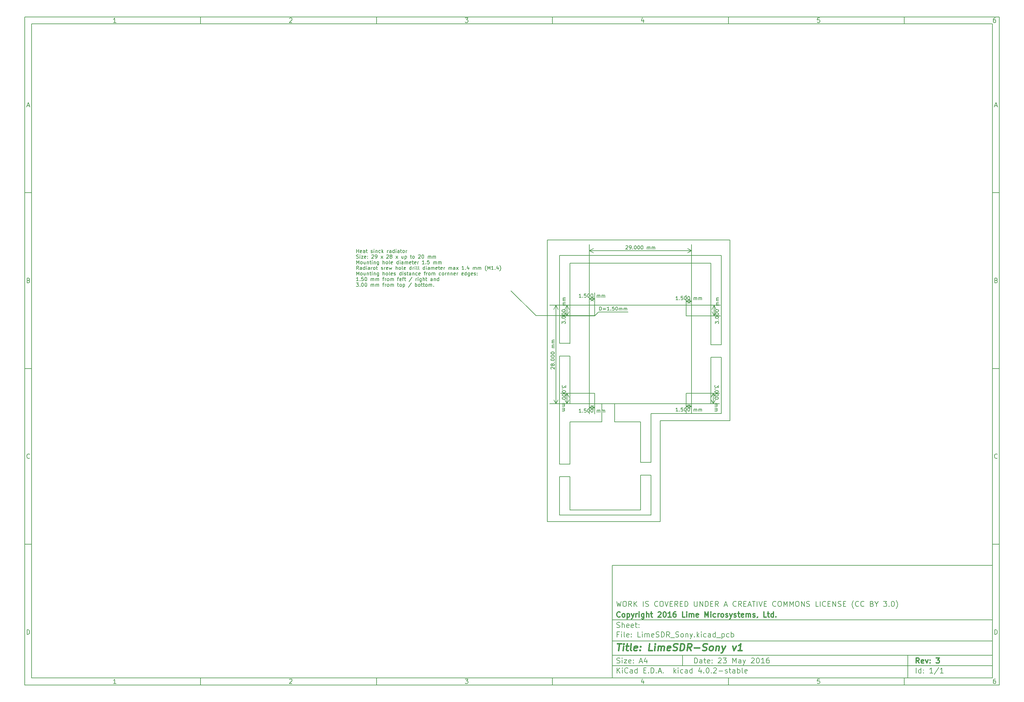
<source format=gbr>
G04 #@! TF.FileFunction,Other,Comment*
%FSLAX46Y46*%
G04 Gerber Fmt 4.6, Leading zero omitted, Abs format (unit mm)*
G04 Created by KiCad (PCBNEW 4.0.2-stable) date 23/05/2016 22:28:53*
%MOMM*%
G01*
G04 APERTURE LIST*
%ADD10C,0.150000*%
%ADD11C,0.300000*%
%ADD12C,0.400000*%
%ADD13C,0.200000*%
G04 APERTURE END LIST*
D10*
X177002200Y-166007200D02*
X177002200Y-198007200D01*
X285002200Y-198007200D01*
X285002200Y-166007200D01*
X177002200Y-166007200D01*
X10000000Y-10000000D02*
X10000000Y-200007200D01*
X287002200Y-200007200D01*
X287002200Y-10000000D01*
X10000000Y-10000000D01*
X12000000Y-12000000D02*
X12000000Y-198007200D01*
X285002200Y-198007200D01*
X285002200Y-12000000D01*
X12000000Y-12000000D01*
X60000000Y-12000000D02*
X60000000Y-10000000D01*
X110000000Y-12000000D02*
X110000000Y-10000000D01*
X160000000Y-12000000D02*
X160000000Y-10000000D01*
X210000000Y-12000000D02*
X210000000Y-10000000D01*
X260000000Y-12000000D02*
X260000000Y-10000000D01*
X35990476Y-11588095D02*
X35247619Y-11588095D01*
X35619048Y-11588095D02*
X35619048Y-10288095D01*
X35495238Y-10473810D01*
X35371429Y-10597619D01*
X35247619Y-10659524D01*
X85247619Y-10411905D02*
X85309524Y-10350000D01*
X85433333Y-10288095D01*
X85742857Y-10288095D01*
X85866667Y-10350000D01*
X85928571Y-10411905D01*
X85990476Y-10535714D01*
X85990476Y-10659524D01*
X85928571Y-10845238D01*
X85185714Y-11588095D01*
X85990476Y-11588095D01*
X135185714Y-10288095D02*
X135990476Y-10288095D01*
X135557143Y-10783333D01*
X135742857Y-10783333D01*
X135866667Y-10845238D01*
X135928571Y-10907143D01*
X135990476Y-11030952D01*
X135990476Y-11340476D01*
X135928571Y-11464286D01*
X135866667Y-11526190D01*
X135742857Y-11588095D01*
X135371429Y-11588095D01*
X135247619Y-11526190D01*
X135185714Y-11464286D01*
X185866667Y-10721429D02*
X185866667Y-11588095D01*
X185557143Y-10226190D02*
X185247619Y-11154762D01*
X186052381Y-11154762D01*
X235928571Y-10288095D02*
X235309524Y-10288095D01*
X235247619Y-10907143D01*
X235309524Y-10845238D01*
X235433333Y-10783333D01*
X235742857Y-10783333D01*
X235866667Y-10845238D01*
X235928571Y-10907143D01*
X235990476Y-11030952D01*
X235990476Y-11340476D01*
X235928571Y-11464286D01*
X235866667Y-11526190D01*
X235742857Y-11588095D01*
X235433333Y-11588095D01*
X235309524Y-11526190D01*
X235247619Y-11464286D01*
X285866667Y-10288095D02*
X285619048Y-10288095D01*
X285495238Y-10350000D01*
X285433333Y-10411905D01*
X285309524Y-10597619D01*
X285247619Y-10845238D01*
X285247619Y-11340476D01*
X285309524Y-11464286D01*
X285371429Y-11526190D01*
X285495238Y-11588095D01*
X285742857Y-11588095D01*
X285866667Y-11526190D01*
X285928571Y-11464286D01*
X285990476Y-11340476D01*
X285990476Y-11030952D01*
X285928571Y-10907143D01*
X285866667Y-10845238D01*
X285742857Y-10783333D01*
X285495238Y-10783333D01*
X285371429Y-10845238D01*
X285309524Y-10907143D01*
X285247619Y-11030952D01*
X60000000Y-198007200D02*
X60000000Y-200007200D01*
X110000000Y-198007200D02*
X110000000Y-200007200D01*
X160000000Y-198007200D02*
X160000000Y-200007200D01*
X210000000Y-198007200D02*
X210000000Y-200007200D01*
X260000000Y-198007200D02*
X260000000Y-200007200D01*
X35990476Y-199595295D02*
X35247619Y-199595295D01*
X35619048Y-199595295D02*
X35619048Y-198295295D01*
X35495238Y-198481010D01*
X35371429Y-198604819D01*
X35247619Y-198666724D01*
X85247619Y-198419105D02*
X85309524Y-198357200D01*
X85433333Y-198295295D01*
X85742857Y-198295295D01*
X85866667Y-198357200D01*
X85928571Y-198419105D01*
X85990476Y-198542914D01*
X85990476Y-198666724D01*
X85928571Y-198852438D01*
X85185714Y-199595295D01*
X85990476Y-199595295D01*
X135185714Y-198295295D02*
X135990476Y-198295295D01*
X135557143Y-198790533D01*
X135742857Y-198790533D01*
X135866667Y-198852438D01*
X135928571Y-198914343D01*
X135990476Y-199038152D01*
X135990476Y-199347676D01*
X135928571Y-199471486D01*
X135866667Y-199533390D01*
X135742857Y-199595295D01*
X135371429Y-199595295D01*
X135247619Y-199533390D01*
X135185714Y-199471486D01*
X185866667Y-198728629D02*
X185866667Y-199595295D01*
X185557143Y-198233390D02*
X185247619Y-199161962D01*
X186052381Y-199161962D01*
X235928571Y-198295295D02*
X235309524Y-198295295D01*
X235247619Y-198914343D01*
X235309524Y-198852438D01*
X235433333Y-198790533D01*
X235742857Y-198790533D01*
X235866667Y-198852438D01*
X235928571Y-198914343D01*
X235990476Y-199038152D01*
X235990476Y-199347676D01*
X235928571Y-199471486D01*
X235866667Y-199533390D01*
X235742857Y-199595295D01*
X235433333Y-199595295D01*
X235309524Y-199533390D01*
X235247619Y-199471486D01*
X285866667Y-198295295D02*
X285619048Y-198295295D01*
X285495238Y-198357200D01*
X285433333Y-198419105D01*
X285309524Y-198604819D01*
X285247619Y-198852438D01*
X285247619Y-199347676D01*
X285309524Y-199471486D01*
X285371429Y-199533390D01*
X285495238Y-199595295D01*
X285742857Y-199595295D01*
X285866667Y-199533390D01*
X285928571Y-199471486D01*
X285990476Y-199347676D01*
X285990476Y-199038152D01*
X285928571Y-198914343D01*
X285866667Y-198852438D01*
X285742857Y-198790533D01*
X285495238Y-198790533D01*
X285371429Y-198852438D01*
X285309524Y-198914343D01*
X285247619Y-199038152D01*
X10000000Y-60000000D02*
X12000000Y-60000000D01*
X10000000Y-110000000D02*
X12000000Y-110000000D01*
X10000000Y-160000000D02*
X12000000Y-160000000D01*
X10690476Y-35216667D02*
X11309524Y-35216667D01*
X10566667Y-35588095D02*
X11000000Y-34288095D01*
X11433333Y-35588095D01*
X11092857Y-84907143D02*
X11278571Y-84969048D01*
X11340476Y-85030952D01*
X11402381Y-85154762D01*
X11402381Y-85340476D01*
X11340476Y-85464286D01*
X11278571Y-85526190D01*
X11154762Y-85588095D01*
X10659524Y-85588095D01*
X10659524Y-84288095D01*
X11092857Y-84288095D01*
X11216667Y-84350000D01*
X11278571Y-84411905D01*
X11340476Y-84535714D01*
X11340476Y-84659524D01*
X11278571Y-84783333D01*
X11216667Y-84845238D01*
X11092857Y-84907143D01*
X10659524Y-84907143D01*
X11402381Y-135464286D02*
X11340476Y-135526190D01*
X11154762Y-135588095D01*
X11030952Y-135588095D01*
X10845238Y-135526190D01*
X10721429Y-135402381D01*
X10659524Y-135278571D01*
X10597619Y-135030952D01*
X10597619Y-134845238D01*
X10659524Y-134597619D01*
X10721429Y-134473810D01*
X10845238Y-134350000D01*
X11030952Y-134288095D01*
X11154762Y-134288095D01*
X11340476Y-134350000D01*
X11402381Y-134411905D01*
X10659524Y-185588095D02*
X10659524Y-184288095D01*
X10969048Y-184288095D01*
X11154762Y-184350000D01*
X11278571Y-184473810D01*
X11340476Y-184597619D01*
X11402381Y-184845238D01*
X11402381Y-185030952D01*
X11340476Y-185278571D01*
X11278571Y-185402381D01*
X11154762Y-185526190D01*
X10969048Y-185588095D01*
X10659524Y-185588095D01*
X287002200Y-60000000D02*
X285002200Y-60000000D01*
X287002200Y-110000000D02*
X285002200Y-110000000D01*
X287002200Y-160000000D02*
X285002200Y-160000000D01*
X285692676Y-35216667D02*
X286311724Y-35216667D01*
X285568867Y-35588095D02*
X286002200Y-34288095D01*
X286435533Y-35588095D01*
X286095057Y-84907143D02*
X286280771Y-84969048D01*
X286342676Y-85030952D01*
X286404581Y-85154762D01*
X286404581Y-85340476D01*
X286342676Y-85464286D01*
X286280771Y-85526190D01*
X286156962Y-85588095D01*
X285661724Y-85588095D01*
X285661724Y-84288095D01*
X286095057Y-84288095D01*
X286218867Y-84350000D01*
X286280771Y-84411905D01*
X286342676Y-84535714D01*
X286342676Y-84659524D01*
X286280771Y-84783333D01*
X286218867Y-84845238D01*
X286095057Y-84907143D01*
X285661724Y-84907143D01*
X286404581Y-135464286D02*
X286342676Y-135526190D01*
X286156962Y-135588095D01*
X286033152Y-135588095D01*
X285847438Y-135526190D01*
X285723629Y-135402381D01*
X285661724Y-135278571D01*
X285599819Y-135030952D01*
X285599819Y-134845238D01*
X285661724Y-134597619D01*
X285723629Y-134473810D01*
X285847438Y-134350000D01*
X286033152Y-134288095D01*
X286156962Y-134288095D01*
X286342676Y-134350000D01*
X286404581Y-134411905D01*
X285661724Y-185588095D02*
X285661724Y-184288095D01*
X285971248Y-184288095D01*
X286156962Y-184350000D01*
X286280771Y-184473810D01*
X286342676Y-184597619D01*
X286404581Y-184845238D01*
X286404581Y-185030952D01*
X286342676Y-185278571D01*
X286280771Y-185402381D01*
X286156962Y-185526190D01*
X285971248Y-185588095D01*
X285661724Y-185588095D01*
X200359343Y-193785771D02*
X200359343Y-192285771D01*
X200716486Y-192285771D01*
X200930771Y-192357200D01*
X201073629Y-192500057D01*
X201145057Y-192642914D01*
X201216486Y-192928629D01*
X201216486Y-193142914D01*
X201145057Y-193428629D01*
X201073629Y-193571486D01*
X200930771Y-193714343D01*
X200716486Y-193785771D01*
X200359343Y-193785771D01*
X202502200Y-193785771D02*
X202502200Y-193000057D01*
X202430771Y-192857200D01*
X202287914Y-192785771D01*
X202002200Y-192785771D01*
X201859343Y-192857200D01*
X202502200Y-193714343D02*
X202359343Y-193785771D01*
X202002200Y-193785771D01*
X201859343Y-193714343D01*
X201787914Y-193571486D01*
X201787914Y-193428629D01*
X201859343Y-193285771D01*
X202002200Y-193214343D01*
X202359343Y-193214343D01*
X202502200Y-193142914D01*
X203002200Y-192785771D02*
X203573629Y-192785771D01*
X203216486Y-192285771D02*
X203216486Y-193571486D01*
X203287914Y-193714343D01*
X203430772Y-193785771D01*
X203573629Y-193785771D01*
X204645057Y-193714343D02*
X204502200Y-193785771D01*
X204216486Y-193785771D01*
X204073629Y-193714343D01*
X204002200Y-193571486D01*
X204002200Y-193000057D01*
X204073629Y-192857200D01*
X204216486Y-192785771D01*
X204502200Y-192785771D01*
X204645057Y-192857200D01*
X204716486Y-193000057D01*
X204716486Y-193142914D01*
X204002200Y-193285771D01*
X205359343Y-193642914D02*
X205430771Y-193714343D01*
X205359343Y-193785771D01*
X205287914Y-193714343D01*
X205359343Y-193642914D01*
X205359343Y-193785771D01*
X205359343Y-192857200D02*
X205430771Y-192928629D01*
X205359343Y-193000057D01*
X205287914Y-192928629D01*
X205359343Y-192857200D01*
X205359343Y-193000057D01*
X207145057Y-192428629D02*
X207216486Y-192357200D01*
X207359343Y-192285771D01*
X207716486Y-192285771D01*
X207859343Y-192357200D01*
X207930772Y-192428629D01*
X208002200Y-192571486D01*
X208002200Y-192714343D01*
X207930772Y-192928629D01*
X207073629Y-193785771D01*
X208002200Y-193785771D01*
X208502200Y-192285771D02*
X209430771Y-192285771D01*
X208930771Y-192857200D01*
X209145057Y-192857200D01*
X209287914Y-192928629D01*
X209359343Y-193000057D01*
X209430771Y-193142914D01*
X209430771Y-193500057D01*
X209359343Y-193642914D01*
X209287914Y-193714343D01*
X209145057Y-193785771D01*
X208716485Y-193785771D01*
X208573628Y-193714343D01*
X208502200Y-193642914D01*
X211216485Y-193785771D02*
X211216485Y-192285771D01*
X211716485Y-193357200D01*
X212216485Y-192285771D01*
X212216485Y-193785771D01*
X213573628Y-193785771D02*
X213573628Y-193000057D01*
X213502199Y-192857200D01*
X213359342Y-192785771D01*
X213073628Y-192785771D01*
X212930771Y-192857200D01*
X213573628Y-193714343D02*
X213430771Y-193785771D01*
X213073628Y-193785771D01*
X212930771Y-193714343D01*
X212859342Y-193571486D01*
X212859342Y-193428629D01*
X212930771Y-193285771D01*
X213073628Y-193214343D01*
X213430771Y-193214343D01*
X213573628Y-193142914D01*
X214145057Y-192785771D02*
X214502200Y-193785771D01*
X214859342Y-192785771D02*
X214502200Y-193785771D01*
X214359342Y-194142914D01*
X214287914Y-194214343D01*
X214145057Y-194285771D01*
X216502199Y-192428629D02*
X216573628Y-192357200D01*
X216716485Y-192285771D01*
X217073628Y-192285771D01*
X217216485Y-192357200D01*
X217287914Y-192428629D01*
X217359342Y-192571486D01*
X217359342Y-192714343D01*
X217287914Y-192928629D01*
X216430771Y-193785771D01*
X217359342Y-193785771D01*
X218287913Y-192285771D02*
X218430770Y-192285771D01*
X218573627Y-192357200D01*
X218645056Y-192428629D01*
X218716485Y-192571486D01*
X218787913Y-192857200D01*
X218787913Y-193214343D01*
X218716485Y-193500057D01*
X218645056Y-193642914D01*
X218573627Y-193714343D01*
X218430770Y-193785771D01*
X218287913Y-193785771D01*
X218145056Y-193714343D01*
X218073627Y-193642914D01*
X218002199Y-193500057D01*
X217930770Y-193214343D01*
X217930770Y-192857200D01*
X218002199Y-192571486D01*
X218073627Y-192428629D01*
X218145056Y-192357200D01*
X218287913Y-192285771D01*
X220216484Y-193785771D02*
X219359341Y-193785771D01*
X219787913Y-193785771D02*
X219787913Y-192285771D01*
X219645056Y-192500057D01*
X219502198Y-192642914D01*
X219359341Y-192714343D01*
X221502198Y-192285771D02*
X221216484Y-192285771D01*
X221073627Y-192357200D01*
X221002198Y-192428629D01*
X220859341Y-192642914D01*
X220787912Y-192928629D01*
X220787912Y-193500057D01*
X220859341Y-193642914D01*
X220930769Y-193714343D01*
X221073627Y-193785771D01*
X221359341Y-193785771D01*
X221502198Y-193714343D01*
X221573627Y-193642914D01*
X221645055Y-193500057D01*
X221645055Y-193142914D01*
X221573627Y-193000057D01*
X221502198Y-192928629D01*
X221359341Y-192857200D01*
X221073627Y-192857200D01*
X220930769Y-192928629D01*
X220859341Y-193000057D01*
X220787912Y-193142914D01*
X177002200Y-194507200D02*
X285002200Y-194507200D01*
X178359343Y-196585771D02*
X178359343Y-195085771D01*
X179216486Y-196585771D02*
X178573629Y-195728629D01*
X179216486Y-195085771D02*
X178359343Y-195942914D01*
X179859343Y-196585771D02*
X179859343Y-195585771D01*
X179859343Y-195085771D02*
X179787914Y-195157200D01*
X179859343Y-195228629D01*
X179930771Y-195157200D01*
X179859343Y-195085771D01*
X179859343Y-195228629D01*
X181430772Y-196442914D02*
X181359343Y-196514343D01*
X181145057Y-196585771D01*
X181002200Y-196585771D01*
X180787915Y-196514343D01*
X180645057Y-196371486D01*
X180573629Y-196228629D01*
X180502200Y-195942914D01*
X180502200Y-195728629D01*
X180573629Y-195442914D01*
X180645057Y-195300057D01*
X180787915Y-195157200D01*
X181002200Y-195085771D01*
X181145057Y-195085771D01*
X181359343Y-195157200D01*
X181430772Y-195228629D01*
X182716486Y-196585771D02*
X182716486Y-195800057D01*
X182645057Y-195657200D01*
X182502200Y-195585771D01*
X182216486Y-195585771D01*
X182073629Y-195657200D01*
X182716486Y-196514343D02*
X182573629Y-196585771D01*
X182216486Y-196585771D01*
X182073629Y-196514343D01*
X182002200Y-196371486D01*
X182002200Y-196228629D01*
X182073629Y-196085771D01*
X182216486Y-196014343D01*
X182573629Y-196014343D01*
X182716486Y-195942914D01*
X184073629Y-196585771D02*
X184073629Y-195085771D01*
X184073629Y-196514343D02*
X183930772Y-196585771D01*
X183645058Y-196585771D01*
X183502200Y-196514343D01*
X183430772Y-196442914D01*
X183359343Y-196300057D01*
X183359343Y-195871486D01*
X183430772Y-195728629D01*
X183502200Y-195657200D01*
X183645058Y-195585771D01*
X183930772Y-195585771D01*
X184073629Y-195657200D01*
X185930772Y-195800057D02*
X186430772Y-195800057D01*
X186645058Y-196585771D02*
X185930772Y-196585771D01*
X185930772Y-195085771D01*
X186645058Y-195085771D01*
X187287915Y-196442914D02*
X187359343Y-196514343D01*
X187287915Y-196585771D01*
X187216486Y-196514343D01*
X187287915Y-196442914D01*
X187287915Y-196585771D01*
X188002201Y-196585771D02*
X188002201Y-195085771D01*
X188359344Y-195085771D01*
X188573629Y-195157200D01*
X188716487Y-195300057D01*
X188787915Y-195442914D01*
X188859344Y-195728629D01*
X188859344Y-195942914D01*
X188787915Y-196228629D01*
X188716487Y-196371486D01*
X188573629Y-196514343D01*
X188359344Y-196585771D01*
X188002201Y-196585771D01*
X189502201Y-196442914D02*
X189573629Y-196514343D01*
X189502201Y-196585771D01*
X189430772Y-196514343D01*
X189502201Y-196442914D01*
X189502201Y-196585771D01*
X190145058Y-196157200D02*
X190859344Y-196157200D01*
X190002201Y-196585771D02*
X190502201Y-195085771D01*
X191002201Y-196585771D01*
X191502201Y-196442914D02*
X191573629Y-196514343D01*
X191502201Y-196585771D01*
X191430772Y-196514343D01*
X191502201Y-196442914D01*
X191502201Y-196585771D01*
X194502201Y-196585771D02*
X194502201Y-195085771D01*
X194645058Y-196014343D02*
X195073629Y-196585771D01*
X195073629Y-195585771D02*
X194502201Y-196157200D01*
X195716487Y-196585771D02*
X195716487Y-195585771D01*
X195716487Y-195085771D02*
X195645058Y-195157200D01*
X195716487Y-195228629D01*
X195787915Y-195157200D01*
X195716487Y-195085771D01*
X195716487Y-195228629D01*
X197073630Y-196514343D02*
X196930773Y-196585771D01*
X196645059Y-196585771D01*
X196502201Y-196514343D01*
X196430773Y-196442914D01*
X196359344Y-196300057D01*
X196359344Y-195871486D01*
X196430773Y-195728629D01*
X196502201Y-195657200D01*
X196645059Y-195585771D01*
X196930773Y-195585771D01*
X197073630Y-195657200D01*
X198359344Y-196585771D02*
X198359344Y-195800057D01*
X198287915Y-195657200D01*
X198145058Y-195585771D01*
X197859344Y-195585771D01*
X197716487Y-195657200D01*
X198359344Y-196514343D02*
X198216487Y-196585771D01*
X197859344Y-196585771D01*
X197716487Y-196514343D01*
X197645058Y-196371486D01*
X197645058Y-196228629D01*
X197716487Y-196085771D01*
X197859344Y-196014343D01*
X198216487Y-196014343D01*
X198359344Y-195942914D01*
X199716487Y-196585771D02*
X199716487Y-195085771D01*
X199716487Y-196514343D02*
X199573630Y-196585771D01*
X199287916Y-196585771D01*
X199145058Y-196514343D01*
X199073630Y-196442914D01*
X199002201Y-196300057D01*
X199002201Y-195871486D01*
X199073630Y-195728629D01*
X199145058Y-195657200D01*
X199287916Y-195585771D01*
X199573630Y-195585771D01*
X199716487Y-195657200D01*
X202216487Y-195585771D02*
X202216487Y-196585771D01*
X201859344Y-195014343D02*
X201502201Y-196085771D01*
X202430773Y-196085771D01*
X203002201Y-196442914D02*
X203073629Y-196514343D01*
X203002201Y-196585771D01*
X202930772Y-196514343D01*
X203002201Y-196442914D01*
X203002201Y-196585771D01*
X204002201Y-195085771D02*
X204145058Y-195085771D01*
X204287915Y-195157200D01*
X204359344Y-195228629D01*
X204430773Y-195371486D01*
X204502201Y-195657200D01*
X204502201Y-196014343D01*
X204430773Y-196300057D01*
X204359344Y-196442914D01*
X204287915Y-196514343D01*
X204145058Y-196585771D01*
X204002201Y-196585771D01*
X203859344Y-196514343D01*
X203787915Y-196442914D01*
X203716487Y-196300057D01*
X203645058Y-196014343D01*
X203645058Y-195657200D01*
X203716487Y-195371486D01*
X203787915Y-195228629D01*
X203859344Y-195157200D01*
X204002201Y-195085771D01*
X205145058Y-196442914D02*
X205216486Y-196514343D01*
X205145058Y-196585771D01*
X205073629Y-196514343D01*
X205145058Y-196442914D01*
X205145058Y-196585771D01*
X205787915Y-195228629D02*
X205859344Y-195157200D01*
X206002201Y-195085771D01*
X206359344Y-195085771D01*
X206502201Y-195157200D01*
X206573630Y-195228629D01*
X206645058Y-195371486D01*
X206645058Y-195514343D01*
X206573630Y-195728629D01*
X205716487Y-196585771D01*
X206645058Y-196585771D01*
X207287915Y-196014343D02*
X208430772Y-196014343D01*
X209073629Y-196514343D02*
X209216486Y-196585771D01*
X209502201Y-196585771D01*
X209645058Y-196514343D01*
X209716486Y-196371486D01*
X209716486Y-196300057D01*
X209645058Y-196157200D01*
X209502201Y-196085771D01*
X209287915Y-196085771D01*
X209145058Y-196014343D01*
X209073629Y-195871486D01*
X209073629Y-195800057D01*
X209145058Y-195657200D01*
X209287915Y-195585771D01*
X209502201Y-195585771D01*
X209645058Y-195657200D01*
X210145058Y-195585771D02*
X210716487Y-195585771D01*
X210359344Y-195085771D02*
X210359344Y-196371486D01*
X210430772Y-196514343D01*
X210573630Y-196585771D01*
X210716487Y-196585771D01*
X211859344Y-196585771D02*
X211859344Y-195800057D01*
X211787915Y-195657200D01*
X211645058Y-195585771D01*
X211359344Y-195585771D01*
X211216487Y-195657200D01*
X211859344Y-196514343D02*
X211716487Y-196585771D01*
X211359344Y-196585771D01*
X211216487Y-196514343D01*
X211145058Y-196371486D01*
X211145058Y-196228629D01*
X211216487Y-196085771D01*
X211359344Y-196014343D01*
X211716487Y-196014343D01*
X211859344Y-195942914D01*
X212573630Y-196585771D02*
X212573630Y-195085771D01*
X212573630Y-195657200D02*
X212716487Y-195585771D01*
X213002201Y-195585771D01*
X213145058Y-195657200D01*
X213216487Y-195728629D01*
X213287916Y-195871486D01*
X213287916Y-196300057D01*
X213216487Y-196442914D01*
X213145058Y-196514343D01*
X213002201Y-196585771D01*
X212716487Y-196585771D01*
X212573630Y-196514343D01*
X214145059Y-196585771D02*
X214002201Y-196514343D01*
X213930773Y-196371486D01*
X213930773Y-195085771D01*
X215287915Y-196514343D02*
X215145058Y-196585771D01*
X214859344Y-196585771D01*
X214716487Y-196514343D01*
X214645058Y-196371486D01*
X214645058Y-195800057D01*
X214716487Y-195657200D01*
X214859344Y-195585771D01*
X215145058Y-195585771D01*
X215287915Y-195657200D01*
X215359344Y-195800057D01*
X215359344Y-195942914D01*
X214645058Y-196085771D01*
X177002200Y-191507200D02*
X285002200Y-191507200D01*
D11*
X264216486Y-193785771D02*
X263716486Y-193071486D01*
X263359343Y-193785771D02*
X263359343Y-192285771D01*
X263930771Y-192285771D01*
X264073629Y-192357200D01*
X264145057Y-192428629D01*
X264216486Y-192571486D01*
X264216486Y-192785771D01*
X264145057Y-192928629D01*
X264073629Y-193000057D01*
X263930771Y-193071486D01*
X263359343Y-193071486D01*
X265430771Y-193714343D02*
X265287914Y-193785771D01*
X265002200Y-193785771D01*
X264859343Y-193714343D01*
X264787914Y-193571486D01*
X264787914Y-193000057D01*
X264859343Y-192857200D01*
X265002200Y-192785771D01*
X265287914Y-192785771D01*
X265430771Y-192857200D01*
X265502200Y-193000057D01*
X265502200Y-193142914D01*
X264787914Y-193285771D01*
X266002200Y-192785771D02*
X266359343Y-193785771D01*
X266716485Y-192785771D01*
X267287914Y-193642914D02*
X267359342Y-193714343D01*
X267287914Y-193785771D01*
X267216485Y-193714343D01*
X267287914Y-193642914D01*
X267287914Y-193785771D01*
X267287914Y-192857200D02*
X267359342Y-192928629D01*
X267287914Y-193000057D01*
X267216485Y-192928629D01*
X267287914Y-192857200D01*
X267287914Y-193000057D01*
X269002200Y-192285771D02*
X269930771Y-192285771D01*
X269430771Y-192857200D01*
X269645057Y-192857200D01*
X269787914Y-192928629D01*
X269859343Y-193000057D01*
X269930771Y-193142914D01*
X269930771Y-193500057D01*
X269859343Y-193642914D01*
X269787914Y-193714343D01*
X269645057Y-193785771D01*
X269216485Y-193785771D01*
X269073628Y-193714343D01*
X269002200Y-193642914D01*
D10*
X178287914Y-193714343D02*
X178502200Y-193785771D01*
X178859343Y-193785771D01*
X179002200Y-193714343D01*
X179073629Y-193642914D01*
X179145057Y-193500057D01*
X179145057Y-193357200D01*
X179073629Y-193214343D01*
X179002200Y-193142914D01*
X178859343Y-193071486D01*
X178573629Y-193000057D01*
X178430771Y-192928629D01*
X178359343Y-192857200D01*
X178287914Y-192714343D01*
X178287914Y-192571486D01*
X178359343Y-192428629D01*
X178430771Y-192357200D01*
X178573629Y-192285771D01*
X178930771Y-192285771D01*
X179145057Y-192357200D01*
X179787914Y-193785771D02*
X179787914Y-192785771D01*
X179787914Y-192285771D02*
X179716485Y-192357200D01*
X179787914Y-192428629D01*
X179859342Y-192357200D01*
X179787914Y-192285771D01*
X179787914Y-192428629D01*
X180359343Y-192785771D02*
X181145057Y-192785771D01*
X180359343Y-193785771D01*
X181145057Y-193785771D01*
X182287914Y-193714343D02*
X182145057Y-193785771D01*
X181859343Y-193785771D01*
X181716486Y-193714343D01*
X181645057Y-193571486D01*
X181645057Y-193000057D01*
X181716486Y-192857200D01*
X181859343Y-192785771D01*
X182145057Y-192785771D01*
X182287914Y-192857200D01*
X182359343Y-193000057D01*
X182359343Y-193142914D01*
X181645057Y-193285771D01*
X183002200Y-193642914D02*
X183073628Y-193714343D01*
X183002200Y-193785771D01*
X182930771Y-193714343D01*
X183002200Y-193642914D01*
X183002200Y-193785771D01*
X183002200Y-192857200D02*
X183073628Y-192928629D01*
X183002200Y-193000057D01*
X182930771Y-192928629D01*
X183002200Y-192857200D01*
X183002200Y-193000057D01*
X184787914Y-193357200D02*
X185502200Y-193357200D01*
X184645057Y-193785771D02*
X185145057Y-192285771D01*
X185645057Y-193785771D01*
X186787914Y-192785771D02*
X186787914Y-193785771D01*
X186430771Y-192214343D02*
X186073628Y-193285771D01*
X187002200Y-193285771D01*
X263359343Y-196585771D02*
X263359343Y-195085771D01*
X264716486Y-196585771D02*
X264716486Y-195085771D01*
X264716486Y-196514343D02*
X264573629Y-196585771D01*
X264287915Y-196585771D01*
X264145057Y-196514343D01*
X264073629Y-196442914D01*
X264002200Y-196300057D01*
X264002200Y-195871486D01*
X264073629Y-195728629D01*
X264145057Y-195657200D01*
X264287915Y-195585771D01*
X264573629Y-195585771D01*
X264716486Y-195657200D01*
X265430772Y-196442914D02*
X265502200Y-196514343D01*
X265430772Y-196585771D01*
X265359343Y-196514343D01*
X265430772Y-196442914D01*
X265430772Y-196585771D01*
X265430772Y-195657200D02*
X265502200Y-195728629D01*
X265430772Y-195800057D01*
X265359343Y-195728629D01*
X265430772Y-195657200D01*
X265430772Y-195800057D01*
X268073629Y-196585771D02*
X267216486Y-196585771D01*
X267645058Y-196585771D02*
X267645058Y-195085771D01*
X267502201Y-195300057D01*
X267359343Y-195442914D01*
X267216486Y-195514343D01*
X269787914Y-195014343D02*
X268502200Y-196942914D01*
X271073629Y-196585771D02*
X270216486Y-196585771D01*
X270645058Y-196585771D02*
X270645058Y-195085771D01*
X270502201Y-195300057D01*
X270359343Y-195442914D01*
X270216486Y-195514343D01*
X177002200Y-187507200D02*
X285002200Y-187507200D01*
D12*
X178454581Y-188211962D02*
X179597438Y-188211962D01*
X178776010Y-190211962D02*
X179026010Y-188211962D01*
X180014105Y-190211962D02*
X180180771Y-188878629D01*
X180264105Y-188211962D02*
X180156962Y-188307200D01*
X180240295Y-188402438D01*
X180347439Y-188307200D01*
X180264105Y-188211962D01*
X180240295Y-188402438D01*
X180847438Y-188878629D02*
X181609343Y-188878629D01*
X181216486Y-188211962D02*
X181002200Y-189926248D01*
X181073630Y-190116724D01*
X181252201Y-190211962D01*
X181442677Y-190211962D01*
X182395058Y-190211962D02*
X182216487Y-190116724D01*
X182145057Y-189926248D01*
X182359343Y-188211962D01*
X183930772Y-190116724D02*
X183728391Y-190211962D01*
X183347439Y-190211962D01*
X183168867Y-190116724D01*
X183097438Y-189926248D01*
X183192676Y-189164343D01*
X183311724Y-188973867D01*
X183514105Y-188878629D01*
X183895057Y-188878629D01*
X184073629Y-188973867D01*
X184145057Y-189164343D01*
X184121248Y-189354819D01*
X183145057Y-189545295D01*
X184895057Y-190021486D02*
X184978392Y-190116724D01*
X184871248Y-190211962D01*
X184787915Y-190116724D01*
X184895057Y-190021486D01*
X184871248Y-190211962D01*
X185026010Y-188973867D02*
X185109344Y-189069105D01*
X185002200Y-189164343D01*
X184918867Y-189069105D01*
X185026010Y-188973867D01*
X185002200Y-189164343D01*
X188299820Y-190211962D02*
X187347439Y-190211962D01*
X187597439Y-188211962D01*
X188966487Y-190211962D02*
X189133153Y-188878629D01*
X189216487Y-188211962D02*
X189109344Y-188307200D01*
X189192677Y-188402438D01*
X189299821Y-188307200D01*
X189216487Y-188211962D01*
X189192677Y-188402438D01*
X189918868Y-190211962D02*
X190085534Y-188878629D01*
X190061725Y-189069105D02*
X190168869Y-188973867D01*
X190371249Y-188878629D01*
X190656963Y-188878629D01*
X190835535Y-188973867D01*
X190906963Y-189164343D01*
X190776011Y-190211962D01*
X190906963Y-189164343D02*
X191026011Y-188973867D01*
X191228392Y-188878629D01*
X191514106Y-188878629D01*
X191692678Y-188973867D01*
X191764106Y-189164343D01*
X191633154Y-190211962D01*
X193359345Y-190116724D02*
X193156964Y-190211962D01*
X192776012Y-190211962D01*
X192597440Y-190116724D01*
X192526011Y-189926248D01*
X192621249Y-189164343D01*
X192740297Y-188973867D01*
X192942678Y-188878629D01*
X193323630Y-188878629D01*
X193502202Y-188973867D01*
X193573630Y-189164343D01*
X193549821Y-189354819D01*
X192573630Y-189545295D01*
X194216488Y-190116724D02*
X194490298Y-190211962D01*
X194966488Y-190211962D01*
X195168869Y-190116724D01*
X195276011Y-190021486D01*
X195395060Y-189831010D01*
X195418869Y-189640533D01*
X195347440Y-189450057D01*
X195264107Y-189354819D01*
X195085535Y-189259581D01*
X194716488Y-189164343D01*
X194537917Y-189069105D01*
X194454583Y-188973867D01*
X194383154Y-188783390D01*
X194406964Y-188592914D01*
X194526011Y-188402438D01*
X194633155Y-188307200D01*
X194835536Y-188211962D01*
X195311726Y-188211962D01*
X195585536Y-188307200D01*
X196204583Y-190211962D02*
X196454583Y-188211962D01*
X196930774Y-188211962D01*
X197204583Y-188307200D01*
X197371250Y-188497676D01*
X197442679Y-188688152D01*
X197490298Y-189069105D01*
X197454584Y-189354819D01*
X197311727Y-189735771D01*
X197192678Y-189926248D01*
X196978393Y-190116724D01*
X196680774Y-190211962D01*
X196204583Y-190211962D01*
X199347441Y-190211962D02*
X198799821Y-189259581D01*
X198204583Y-190211962D02*
X198454583Y-188211962D01*
X199216488Y-188211962D01*
X199395059Y-188307200D01*
X199478393Y-188402438D01*
X199549822Y-188592914D01*
X199514107Y-188878629D01*
X199395060Y-189069105D01*
X199287916Y-189164343D01*
X199085535Y-189259581D01*
X198323630Y-189259581D01*
X200299821Y-189450057D02*
X201823631Y-189450057D01*
X202597440Y-190116724D02*
X202871250Y-190211962D01*
X203347440Y-190211962D01*
X203549821Y-190116724D01*
X203656963Y-190021486D01*
X203776012Y-189831010D01*
X203799821Y-189640533D01*
X203728392Y-189450057D01*
X203645059Y-189354819D01*
X203466487Y-189259581D01*
X203097440Y-189164343D01*
X202918869Y-189069105D01*
X202835535Y-188973867D01*
X202764106Y-188783390D01*
X202787916Y-188592914D01*
X202906963Y-188402438D01*
X203014107Y-188307200D01*
X203216488Y-188211962D01*
X203692678Y-188211962D01*
X203966488Y-188307200D01*
X204871250Y-190211962D02*
X204692679Y-190116724D01*
X204609344Y-190021486D01*
X204537916Y-189831010D01*
X204609344Y-189259581D01*
X204728392Y-189069105D01*
X204835536Y-188973867D01*
X205037916Y-188878629D01*
X205323630Y-188878629D01*
X205502202Y-188973867D01*
X205585535Y-189069105D01*
X205656963Y-189259581D01*
X205585535Y-189831010D01*
X205466487Y-190021486D01*
X205359345Y-190116724D01*
X205156964Y-190211962D01*
X204871250Y-190211962D01*
X206561725Y-188878629D02*
X206395059Y-190211962D01*
X206537916Y-189069105D02*
X206645060Y-188973867D01*
X206847440Y-188878629D01*
X207133154Y-188878629D01*
X207311726Y-188973867D01*
X207383154Y-189164343D01*
X207252202Y-190211962D01*
X208180773Y-188878629D02*
X208490298Y-190211962D01*
X209133154Y-188878629D02*
X208490298Y-190211962D01*
X208240298Y-190688152D01*
X208133154Y-190783390D01*
X207930773Y-190878629D01*
X211228393Y-188878629D02*
X211537918Y-190211962D01*
X212180774Y-188878629D01*
X213823633Y-190211962D02*
X212680775Y-190211962D01*
X213252204Y-190211962D02*
X213502204Y-188211962D01*
X213276014Y-188497676D01*
X213061728Y-188688152D01*
X212859346Y-188783390D01*
D10*
X178859343Y-185600057D02*
X178359343Y-185600057D01*
X178359343Y-186385771D02*
X178359343Y-184885771D01*
X179073629Y-184885771D01*
X179645057Y-186385771D02*
X179645057Y-185385771D01*
X179645057Y-184885771D02*
X179573628Y-184957200D01*
X179645057Y-185028629D01*
X179716485Y-184957200D01*
X179645057Y-184885771D01*
X179645057Y-185028629D01*
X180573629Y-186385771D02*
X180430771Y-186314343D01*
X180359343Y-186171486D01*
X180359343Y-184885771D01*
X181716485Y-186314343D02*
X181573628Y-186385771D01*
X181287914Y-186385771D01*
X181145057Y-186314343D01*
X181073628Y-186171486D01*
X181073628Y-185600057D01*
X181145057Y-185457200D01*
X181287914Y-185385771D01*
X181573628Y-185385771D01*
X181716485Y-185457200D01*
X181787914Y-185600057D01*
X181787914Y-185742914D01*
X181073628Y-185885771D01*
X182430771Y-186242914D02*
X182502199Y-186314343D01*
X182430771Y-186385771D01*
X182359342Y-186314343D01*
X182430771Y-186242914D01*
X182430771Y-186385771D01*
X182430771Y-185457200D02*
X182502199Y-185528629D01*
X182430771Y-185600057D01*
X182359342Y-185528629D01*
X182430771Y-185457200D01*
X182430771Y-185600057D01*
X185002200Y-186385771D02*
X184287914Y-186385771D01*
X184287914Y-184885771D01*
X185502200Y-186385771D02*
X185502200Y-185385771D01*
X185502200Y-184885771D02*
X185430771Y-184957200D01*
X185502200Y-185028629D01*
X185573628Y-184957200D01*
X185502200Y-184885771D01*
X185502200Y-185028629D01*
X186216486Y-186385771D02*
X186216486Y-185385771D01*
X186216486Y-185528629D02*
X186287914Y-185457200D01*
X186430772Y-185385771D01*
X186645057Y-185385771D01*
X186787914Y-185457200D01*
X186859343Y-185600057D01*
X186859343Y-186385771D01*
X186859343Y-185600057D02*
X186930772Y-185457200D01*
X187073629Y-185385771D01*
X187287914Y-185385771D01*
X187430772Y-185457200D01*
X187502200Y-185600057D01*
X187502200Y-186385771D01*
X188787914Y-186314343D02*
X188645057Y-186385771D01*
X188359343Y-186385771D01*
X188216486Y-186314343D01*
X188145057Y-186171486D01*
X188145057Y-185600057D01*
X188216486Y-185457200D01*
X188359343Y-185385771D01*
X188645057Y-185385771D01*
X188787914Y-185457200D01*
X188859343Y-185600057D01*
X188859343Y-185742914D01*
X188145057Y-185885771D01*
X189430771Y-186314343D02*
X189645057Y-186385771D01*
X190002200Y-186385771D01*
X190145057Y-186314343D01*
X190216486Y-186242914D01*
X190287914Y-186100057D01*
X190287914Y-185957200D01*
X190216486Y-185814343D01*
X190145057Y-185742914D01*
X190002200Y-185671486D01*
X189716486Y-185600057D01*
X189573628Y-185528629D01*
X189502200Y-185457200D01*
X189430771Y-185314343D01*
X189430771Y-185171486D01*
X189502200Y-185028629D01*
X189573628Y-184957200D01*
X189716486Y-184885771D01*
X190073628Y-184885771D01*
X190287914Y-184957200D01*
X190930771Y-186385771D02*
X190930771Y-184885771D01*
X191287914Y-184885771D01*
X191502199Y-184957200D01*
X191645057Y-185100057D01*
X191716485Y-185242914D01*
X191787914Y-185528629D01*
X191787914Y-185742914D01*
X191716485Y-186028629D01*
X191645057Y-186171486D01*
X191502199Y-186314343D01*
X191287914Y-186385771D01*
X190930771Y-186385771D01*
X193287914Y-186385771D02*
X192787914Y-185671486D01*
X192430771Y-186385771D02*
X192430771Y-184885771D01*
X193002199Y-184885771D01*
X193145057Y-184957200D01*
X193216485Y-185028629D01*
X193287914Y-185171486D01*
X193287914Y-185385771D01*
X193216485Y-185528629D01*
X193145057Y-185600057D01*
X193002199Y-185671486D01*
X192430771Y-185671486D01*
X193573628Y-186528629D02*
X194716485Y-186528629D01*
X195002199Y-186314343D02*
X195216485Y-186385771D01*
X195573628Y-186385771D01*
X195716485Y-186314343D01*
X195787914Y-186242914D01*
X195859342Y-186100057D01*
X195859342Y-185957200D01*
X195787914Y-185814343D01*
X195716485Y-185742914D01*
X195573628Y-185671486D01*
X195287914Y-185600057D01*
X195145056Y-185528629D01*
X195073628Y-185457200D01*
X195002199Y-185314343D01*
X195002199Y-185171486D01*
X195073628Y-185028629D01*
X195145056Y-184957200D01*
X195287914Y-184885771D01*
X195645056Y-184885771D01*
X195859342Y-184957200D01*
X196716485Y-186385771D02*
X196573627Y-186314343D01*
X196502199Y-186242914D01*
X196430770Y-186100057D01*
X196430770Y-185671486D01*
X196502199Y-185528629D01*
X196573627Y-185457200D01*
X196716485Y-185385771D01*
X196930770Y-185385771D01*
X197073627Y-185457200D01*
X197145056Y-185528629D01*
X197216485Y-185671486D01*
X197216485Y-186100057D01*
X197145056Y-186242914D01*
X197073627Y-186314343D01*
X196930770Y-186385771D01*
X196716485Y-186385771D01*
X197859342Y-185385771D02*
X197859342Y-186385771D01*
X197859342Y-185528629D02*
X197930770Y-185457200D01*
X198073628Y-185385771D01*
X198287913Y-185385771D01*
X198430770Y-185457200D01*
X198502199Y-185600057D01*
X198502199Y-186385771D01*
X199073628Y-185385771D02*
X199430771Y-186385771D01*
X199787913Y-185385771D02*
X199430771Y-186385771D01*
X199287913Y-186742914D01*
X199216485Y-186814343D01*
X199073628Y-186885771D01*
X200359342Y-186242914D02*
X200430770Y-186314343D01*
X200359342Y-186385771D01*
X200287913Y-186314343D01*
X200359342Y-186242914D01*
X200359342Y-186385771D01*
X201073628Y-186385771D02*
X201073628Y-184885771D01*
X201216485Y-185814343D02*
X201645056Y-186385771D01*
X201645056Y-185385771D02*
X201073628Y-185957200D01*
X202287914Y-186385771D02*
X202287914Y-185385771D01*
X202287914Y-184885771D02*
X202216485Y-184957200D01*
X202287914Y-185028629D01*
X202359342Y-184957200D01*
X202287914Y-184885771D01*
X202287914Y-185028629D01*
X203645057Y-186314343D02*
X203502200Y-186385771D01*
X203216486Y-186385771D01*
X203073628Y-186314343D01*
X203002200Y-186242914D01*
X202930771Y-186100057D01*
X202930771Y-185671486D01*
X203002200Y-185528629D01*
X203073628Y-185457200D01*
X203216486Y-185385771D01*
X203502200Y-185385771D01*
X203645057Y-185457200D01*
X204930771Y-186385771D02*
X204930771Y-185600057D01*
X204859342Y-185457200D01*
X204716485Y-185385771D01*
X204430771Y-185385771D01*
X204287914Y-185457200D01*
X204930771Y-186314343D02*
X204787914Y-186385771D01*
X204430771Y-186385771D01*
X204287914Y-186314343D01*
X204216485Y-186171486D01*
X204216485Y-186028629D01*
X204287914Y-185885771D01*
X204430771Y-185814343D01*
X204787914Y-185814343D01*
X204930771Y-185742914D01*
X206287914Y-186385771D02*
X206287914Y-184885771D01*
X206287914Y-186314343D02*
X206145057Y-186385771D01*
X205859343Y-186385771D01*
X205716485Y-186314343D01*
X205645057Y-186242914D01*
X205573628Y-186100057D01*
X205573628Y-185671486D01*
X205645057Y-185528629D01*
X205716485Y-185457200D01*
X205859343Y-185385771D01*
X206145057Y-185385771D01*
X206287914Y-185457200D01*
X206645057Y-186528629D02*
X207787914Y-186528629D01*
X208145057Y-185385771D02*
X208145057Y-186885771D01*
X208145057Y-185457200D02*
X208287914Y-185385771D01*
X208573628Y-185385771D01*
X208716485Y-185457200D01*
X208787914Y-185528629D01*
X208859343Y-185671486D01*
X208859343Y-186100057D01*
X208787914Y-186242914D01*
X208716485Y-186314343D01*
X208573628Y-186385771D01*
X208287914Y-186385771D01*
X208145057Y-186314343D01*
X210145057Y-186314343D02*
X210002200Y-186385771D01*
X209716486Y-186385771D01*
X209573628Y-186314343D01*
X209502200Y-186242914D01*
X209430771Y-186100057D01*
X209430771Y-185671486D01*
X209502200Y-185528629D01*
X209573628Y-185457200D01*
X209716486Y-185385771D01*
X210002200Y-185385771D01*
X210145057Y-185457200D01*
X210787914Y-186385771D02*
X210787914Y-184885771D01*
X210787914Y-185457200D02*
X210930771Y-185385771D01*
X211216485Y-185385771D01*
X211359342Y-185457200D01*
X211430771Y-185528629D01*
X211502200Y-185671486D01*
X211502200Y-186100057D01*
X211430771Y-186242914D01*
X211359342Y-186314343D01*
X211216485Y-186385771D01*
X210930771Y-186385771D01*
X210787914Y-186314343D01*
X177002200Y-181507200D02*
X285002200Y-181507200D01*
X178287914Y-183614343D02*
X178502200Y-183685771D01*
X178859343Y-183685771D01*
X179002200Y-183614343D01*
X179073629Y-183542914D01*
X179145057Y-183400057D01*
X179145057Y-183257200D01*
X179073629Y-183114343D01*
X179002200Y-183042914D01*
X178859343Y-182971486D01*
X178573629Y-182900057D01*
X178430771Y-182828629D01*
X178359343Y-182757200D01*
X178287914Y-182614343D01*
X178287914Y-182471486D01*
X178359343Y-182328629D01*
X178430771Y-182257200D01*
X178573629Y-182185771D01*
X178930771Y-182185771D01*
X179145057Y-182257200D01*
X179787914Y-183685771D02*
X179787914Y-182185771D01*
X180430771Y-183685771D02*
X180430771Y-182900057D01*
X180359342Y-182757200D01*
X180216485Y-182685771D01*
X180002200Y-182685771D01*
X179859342Y-182757200D01*
X179787914Y-182828629D01*
X181716485Y-183614343D02*
X181573628Y-183685771D01*
X181287914Y-183685771D01*
X181145057Y-183614343D01*
X181073628Y-183471486D01*
X181073628Y-182900057D01*
X181145057Y-182757200D01*
X181287914Y-182685771D01*
X181573628Y-182685771D01*
X181716485Y-182757200D01*
X181787914Y-182900057D01*
X181787914Y-183042914D01*
X181073628Y-183185771D01*
X183002199Y-183614343D02*
X182859342Y-183685771D01*
X182573628Y-183685771D01*
X182430771Y-183614343D01*
X182359342Y-183471486D01*
X182359342Y-182900057D01*
X182430771Y-182757200D01*
X182573628Y-182685771D01*
X182859342Y-182685771D01*
X183002199Y-182757200D01*
X183073628Y-182900057D01*
X183073628Y-183042914D01*
X182359342Y-183185771D01*
X183502199Y-182685771D02*
X184073628Y-182685771D01*
X183716485Y-182185771D02*
X183716485Y-183471486D01*
X183787913Y-183614343D01*
X183930771Y-183685771D01*
X184073628Y-183685771D01*
X184573628Y-183542914D02*
X184645056Y-183614343D01*
X184573628Y-183685771D01*
X184502199Y-183614343D01*
X184573628Y-183542914D01*
X184573628Y-183685771D01*
X184573628Y-182757200D02*
X184645056Y-182828629D01*
X184573628Y-182900057D01*
X184502199Y-182828629D01*
X184573628Y-182757200D01*
X184573628Y-182900057D01*
D11*
X179216486Y-180542914D02*
X179145057Y-180614343D01*
X178930771Y-180685771D01*
X178787914Y-180685771D01*
X178573629Y-180614343D01*
X178430771Y-180471486D01*
X178359343Y-180328629D01*
X178287914Y-180042914D01*
X178287914Y-179828629D01*
X178359343Y-179542914D01*
X178430771Y-179400057D01*
X178573629Y-179257200D01*
X178787914Y-179185771D01*
X178930771Y-179185771D01*
X179145057Y-179257200D01*
X179216486Y-179328629D01*
X180073629Y-180685771D02*
X179930771Y-180614343D01*
X179859343Y-180542914D01*
X179787914Y-180400057D01*
X179787914Y-179971486D01*
X179859343Y-179828629D01*
X179930771Y-179757200D01*
X180073629Y-179685771D01*
X180287914Y-179685771D01*
X180430771Y-179757200D01*
X180502200Y-179828629D01*
X180573629Y-179971486D01*
X180573629Y-180400057D01*
X180502200Y-180542914D01*
X180430771Y-180614343D01*
X180287914Y-180685771D01*
X180073629Y-180685771D01*
X181216486Y-179685771D02*
X181216486Y-181185771D01*
X181216486Y-179757200D02*
X181359343Y-179685771D01*
X181645057Y-179685771D01*
X181787914Y-179757200D01*
X181859343Y-179828629D01*
X181930772Y-179971486D01*
X181930772Y-180400057D01*
X181859343Y-180542914D01*
X181787914Y-180614343D01*
X181645057Y-180685771D01*
X181359343Y-180685771D01*
X181216486Y-180614343D01*
X182430772Y-179685771D02*
X182787915Y-180685771D01*
X183145057Y-179685771D02*
X182787915Y-180685771D01*
X182645057Y-181042914D01*
X182573629Y-181114343D01*
X182430772Y-181185771D01*
X183716486Y-180685771D02*
X183716486Y-179685771D01*
X183716486Y-179971486D02*
X183787914Y-179828629D01*
X183859343Y-179757200D01*
X184002200Y-179685771D01*
X184145057Y-179685771D01*
X184645057Y-180685771D02*
X184645057Y-179685771D01*
X184645057Y-179185771D02*
X184573628Y-179257200D01*
X184645057Y-179328629D01*
X184716485Y-179257200D01*
X184645057Y-179185771D01*
X184645057Y-179328629D01*
X186002200Y-179685771D02*
X186002200Y-180900057D01*
X185930771Y-181042914D01*
X185859343Y-181114343D01*
X185716486Y-181185771D01*
X185502200Y-181185771D01*
X185359343Y-181114343D01*
X186002200Y-180614343D02*
X185859343Y-180685771D01*
X185573629Y-180685771D01*
X185430771Y-180614343D01*
X185359343Y-180542914D01*
X185287914Y-180400057D01*
X185287914Y-179971486D01*
X185359343Y-179828629D01*
X185430771Y-179757200D01*
X185573629Y-179685771D01*
X185859343Y-179685771D01*
X186002200Y-179757200D01*
X186716486Y-180685771D02*
X186716486Y-179185771D01*
X187359343Y-180685771D02*
X187359343Y-179900057D01*
X187287914Y-179757200D01*
X187145057Y-179685771D01*
X186930772Y-179685771D01*
X186787914Y-179757200D01*
X186716486Y-179828629D01*
X187859343Y-179685771D02*
X188430772Y-179685771D01*
X188073629Y-179185771D02*
X188073629Y-180471486D01*
X188145057Y-180614343D01*
X188287915Y-180685771D01*
X188430772Y-180685771D01*
X190002200Y-179328629D02*
X190073629Y-179257200D01*
X190216486Y-179185771D01*
X190573629Y-179185771D01*
X190716486Y-179257200D01*
X190787915Y-179328629D01*
X190859343Y-179471486D01*
X190859343Y-179614343D01*
X190787915Y-179828629D01*
X189930772Y-180685771D01*
X190859343Y-180685771D01*
X191787914Y-179185771D02*
X191930771Y-179185771D01*
X192073628Y-179257200D01*
X192145057Y-179328629D01*
X192216486Y-179471486D01*
X192287914Y-179757200D01*
X192287914Y-180114343D01*
X192216486Y-180400057D01*
X192145057Y-180542914D01*
X192073628Y-180614343D01*
X191930771Y-180685771D01*
X191787914Y-180685771D01*
X191645057Y-180614343D01*
X191573628Y-180542914D01*
X191502200Y-180400057D01*
X191430771Y-180114343D01*
X191430771Y-179757200D01*
X191502200Y-179471486D01*
X191573628Y-179328629D01*
X191645057Y-179257200D01*
X191787914Y-179185771D01*
X193716485Y-180685771D02*
X192859342Y-180685771D01*
X193287914Y-180685771D02*
X193287914Y-179185771D01*
X193145057Y-179400057D01*
X193002199Y-179542914D01*
X192859342Y-179614343D01*
X195002199Y-179185771D02*
X194716485Y-179185771D01*
X194573628Y-179257200D01*
X194502199Y-179328629D01*
X194359342Y-179542914D01*
X194287913Y-179828629D01*
X194287913Y-180400057D01*
X194359342Y-180542914D01*
X194430770Y-180614343D01*
X194573628Y-180685771D01*
X194859342Y-180685771D01*
X195002199Y-180614343D01*
X195073628Y-180542914D01*
X195145056Y-180400057D01*
X195145056Y-180042914D01*
X195073628Y-179900057D01*
X195002199Y-179828629D01*
X194859342Y-179757200D01*
X194573628Y-179757200D01*
X194430770Y-179828629D01*
X194359342Y-179900057D01*
X194287913Y-180042914D01*
X197645056Y-180685771D02*
X196930770Y-180685771D01*
X196930770Y-179185771D01*
X198145056Y-180685771D02*
X198145056Y-179685771D01*
X198145056Y-179185771D02*
X198073627Y-179257200D01*
X198145056Y-179328629D01*
X198216484Y-179257200D01*
X198145056Y-179185771D01*
X198145056Y-179328629D01*
X198859342Y-180685771D02*
X198859342Y-179685771D01*
X198859342Y-179828629D02*
X198930770Y-179757200D01*
X199073628Y-179685771D01*
X199287913Y-179685771D01*
X199430770Y-179757200D01*
X199502199Y-179900057D01*
X199502199Y-180685771D01*
X199502199Y-179900057D02*
X199573628Y-179757200D01*
X199716485Y-179685771D01*
X199930770Y-179685771D01*
X200073628Y-179757200D01*
X200145056Y-179900057D01*
X200145056Y-180685771D01*
X201430770Y-180614343D02*
X201287913Y-180685771D01*
X201002199Y-180685771D01*
X200859342Y-180614343D01*
X200787913Y-180471486D01*
X200787913Y-179900057D01*
X200859342Y-179757200D01*
X201002199Y-179685771D01*
X201287913Y-179685771D01*
X201430770Y-179757200D01*
X201502199Y-179900057D01*
X201502199Y-180042914D01*
X200787913Y-180185771D01*
X203287913Y-180685771D02*
X203287913Y-179185771D01*
X203787913Y-180257200D01*
X204287913Y-179185771D01*
X204287913Y-180685771D01*
X205002199Y-180685771D02*
X205002199Y-179685771D01*
X205002199Y-179185771D02*
X204930770Y-179257200D01*
X205002199Y-179328629D01*
X205073627Y-179257200D01*
X205002199Y-179185771D01*
X205002199Y-179328629D01*
X206359342Y-180614343D02*
X206216485Y-180685771D01*
X205930771Y-180685771D01*
X205787913Y-180614343D01*
X205716485Y-180542914D01*
X205645056Y-180400057D01*
X205645056Y-179971486D01*
X205716485Y-179828629D01*
X205787913Y-179757200D01*
X205930771Y-179685771D01*
X206216485Y-179685771D01*
X206359342Y-179757200D01*
X207002199Y-180685771D02*
X207002199Y-179685771D01*
X207002199Y-179971486D02*
X207073627Y-179828629D01*
X207145056Y-179757200D01*
X207287913Y-179685771D01*
X207430770Y-179685771D01*
X208145056Y-180685771D02*
X208002198Y-180614343D01*
X207930770Y-180542914D01*
X207859341Y-180400057D01*
X207859341Y-179971486D01*
X207930770Y-179828629D01*
X208002198Y-179757200D01*
X208145056Y-179685771D01*
X208359341Y-179685771D01*
X208502198Y-179757200D01*
X208573627Y-179828629D01*
X208645056Y-179971486D01*
X208645056Y-180400057D01*
X208573627Y-180542914D01*
X208502198Y-180614343D01*
X208359341Y-180685771D01*
X208145056Y-180685771D01*
X209216484Y-180614343D02*
X209359341Y-180685771D01*
X209645056Y-180685771D01*
X209787913Y-180614343D01*
X209859341Y-180471486D01*
X209859341Y-180400057D01*
X209787913Y-180257200D01*
X209645056Y-180185771D01*
X209430770Y-180185771D01*
X209287913Y-180114343D01*
X209216484Y-179971486D01*
X209216484Y-179900057D01*
X209287913Y-179757200D01*
X209430770Y-179685771D01*
X209645056Y-179685771D01*
X209787913Y-179757200D01*
X210359342Y-179685771D02*
X210716485Y-180685771D01*
X211073627Y-179685771D02*
X210716485Y-180685771D01*
X210573627Y-181042914D01*
X210502199Y-181114343D01*
X210359342Y-181185771D01*
X211573627Y-180614343D02*
X211716484Y-180685771D01*
X212002199Y-180685771D01*
X212145056Y-180614343D01*
X212216484Y-180471486D01*
X212216484Y-180400057D01*
X212145056Y-180257200D01*
X212002199Y-180185771D01*
X211787913Y-180185771D01*
X211645056Y-180114343D01*
X211573627Y-179971486D01*
X211573627Y-179900057D01*
X211645056Y-179757200D01*
X211787913Y-179685771D01*
X212002199Y-179685771D01*
X212145056Y-179757200D01*
X212645056Y-179685771D02*
X213216485Y-179685771D01*
X212859342Y-179185771D02*
X212859342Y-180471486D01*
X212930770Y-180614343D01*
X213073628Y-180685771D01*
X213216485Y-180685771D01*
X214287913Y-180614343D02*
X214145056Y-180685771D01*
X213859342Y-180685771D01*
X213716485Y-180614343D01*
X213645056Y-180471486D01*
X213645056Y-179900057D01*
X213716485Y-179757200D01*
X213859342Y-179685771D01*
X214145056Y-179685771D01*
X214287913Y-179757200D01*
X214359342Y-179900057D01*
X214359342Y-180042914D01*
X213645056Y-180185771D01*
X215002199Y-180685771D02*
X215002199Y-179685771D01*
X215002199Y-179828629D02*
X215073627Y-179757200D01*
X215216485Y-179685771D01*
X215430770Y-179685771D01*
X215573627Y-179757200D01*
X215645056Y-179900057D01*
X215645056Y-180685771D01*
X215645056Y-179900057D02*
X215716485Y-179757200D01*
X215859342Y-179685771D01*
X216073627Y-179685771D01*
X216216485Y-179757200D01*
X216287913Y-179900057D01*
X216287913Y-180685771D01*
X216930770Y-180614343D02*
X217073627Y-180685771D01*
X217359342Y-180685771D01*
X217502199Y-180614343D01*
X217573627Y-180471486D01*
X217573627Y-180400057D01*
X217502199Y-180257200D01*
X217359342Y-180185771D01*
X217145056Y-180185771D01*
X217002199Y-180114343D01*
X216930770Y-179971486D01*
X216930770Y-179900057D01*
X217002199Y-179757200D01*
X217145056Y-179685771D01*
X217359342Y-179685771D01*
X217502199Y-179757200D01*
X218287913Y-180614343D02*
X218287913Y-180685771D01*
X218216485Y-180828629D01*
X218145056Y-180900057D01*
X220787914Y-180685771D02*
X220073628Y-180685771D01*
X220073628Y-179185771D01*
X221073628Y-179685771D02*
X221645057Y-179685771D01*
X221287914Y-179185771D02*
X221287914Y-180471486D01*
X221359342Y-180614343D01*
X221502200Y-180685771D01*
X221645057Y-180685771D01*
X222787914Y-180685771D02*
X222787914Y-179185771D01*
X222787914Y-180614343D02*
X222645057Y-180685771D01*
X222359343Y-180685771D01*
X222216485Y-180614343D01*
X222145057Y-180542914D01*
X222073628Y-180400057D01*
X222073628Y-179971486D01*
X222145057Y-179828629D01*
X222216485Y-179757200D01*
X222359343Y-179685771D01*
X222645057Y-179685771D01*
X222787914Y-179757200D01*
X223502200Y-180542914D02*
X223573628Y-180614343D01*
X223502200Y-180685771D01*
X223430771Y-180614343D01*
X223502200Y-180542914D01*
X223502200Y-180685771D01*
D10*
X178216486Y-176185771D02*
X178573629Y-177685771D01*
X178859343Y-176614343D01*
X179145057Y-177685771D01*
X179502200Y-176185771D01*
X180359343Y-176185771D02*
X180645057Y-176185771D01*
X180787915Y-176257200D01*
X180930772Y-176400057D01*
X181002200Y-176685771D01*
X181002200Y-177185771D01*
X180930772Y-177471486D01*
X180787915Y-177614343D01*
X180645057Y-177685771D01*
X180359343Y-177685771D01*
X180216486Y-177614343D01*
X180073629Y-177471486D01*
X180002200Y-177185771D01*
X180002200Y-176685771D01*
X180073629Y-176400057D01*
X180216486Y-176257200D01*
X180359343Y-176185771D01*
X182502201Y-177685771D02*
X182002201Y-176971486D01*
X181645058Y-177685771D02*
X181645058Y-176185771D01*
X182216486Y-176185771D01*
X182359344Y-176257200D01*
X182430772Y-176328629D01*
X182502201Y-176471486D01*
X182502201Y-176685771D01*
X182430772Y-176828629D01*
X182359344Y-176900057D01*
X182216486Y-176971486D01*
X181645058Y-176971486D01*
X183145058Y-177685771D02*
X183145058Y-176185771D01*
X184002201Y-177685771D02*
X183359344Y-176828629D01*
X184002201Y-176185771D02*
X183145058Y-177042914D01*
X185787915Y-177685771D02*
X185787915Y-176185771D01*
X186430772Y-177614343D02*
X186645058Y-177685771D01*
X187002201Y-177685771D01*
X187145058Y-177614343D01*
X187216487Y-177542914D01*
X187287915Y-177400057D01*
X187287915Y-177257200D01*
X187216487Y-177114343D01*
X187145058Y-177042914D01*
X187002201Y-176971486D01*
X186716487Y-176900057D01*
X186573629Y-176828629D01*
X186502201Y-176757200D01*
X186430772Y-176614343D01*
X186430772Y-176471486D01*
X186502201Y-176328629D01*
X186573629Y-176257200D01*
X186716487Y-176185771D01*
X187073629Y-176185771D01*
X187287915Y-176257200D01*
X189930772Y-177542914D02*
X189859343Y-177614343D01*
X189645057Y-177685771D01*
X189502200Y-177685771D01*
X189287915Y-177614343D01*
X189145057Y-177471486D01*
X189073629Y-177328629D01*
X189002200Y-177042914D01*
X189002200Y-176828629D01*
X189073629Y-176542914D01*
X189145057Y-176400057D01*
X189287915Y-176257200D01*
X189502200Y-176185771D01*
X189645057Y-176185771D01*
X189859343Y-176257200D01*
X189930772Y-176328629D01*
X190859343Y-176185771D02*
X191145057Y-176185771D01*
X191287915Y-176257200D01*
X191430772Y-176400057D01*
X191502200Y-176685771D01*
X191502200Y-177185771D01*
X191430772Y-177471486D01*
X191287915Y-177614343D01*
X191145057Y-177685771D01*
X190859343Y-177685771D01*
X190716486Y-177614343D01*
X190573629Y-177471486D01*
X190502200Y-177185771D01*
X190502200Y-176685771D01*
X190573629Y-176400057D01*
X190716486Y-176257200D01*
X190859343Y-176185771D01*
X191930772Y-176185771D02*
X192430772Y-177685771D01*
X192930772Y-176185771D01*
X193430772Y-176900057D02*
X193930772Y-176900057D01*
X194145058Y-177685771D02*
X193430772Y-177685771D01*
X193430772Y-176185771D01*
X194145058Y-176185771D01*
X195645058Y-177685771D02*
X195145058Y-176971486D01*
X194787915Y-177685771D02*
X194787915Y-176185771D01*
X195359343Y-176185771D01*
X195502201Y-176257200D01*
X195573629Y-176328629D01*
X195645058Y-176471486D01*
X195645058Y-176685771D01*
X195573629Y-176828629D01*
X195502201Y-176900057D01*
X195359343Y-176971486D01*
X194787915Y-176971486D01*
X196287915Y-176900057D02*
X196787915Y-176900057D01*
X197002201Y-177685771D02*
X196287915Y-177685771D01*
X196287915Y-176185771D01*
X197002201Y-176185771D01*
X197645058Y-177685771D02*
X197645058Y-176185771D01*
X198002201Y-176185771D01*
X198216486Y-176257200D01*
X198359344Y-176400057D01*
X198430772Y-176542914D01*
X198502201Y-176828629D01*
X198502201Y-177042914D01*
X198430772Y-177328629D01*
X198359344Y-177471486D01*
X198216486Y-177614343D01*
X198002201Y-177685771D01*
X197645058Y-177685771D01*
X200287915Y-176185771D02*
X200287915Y-177400057D01*
X200359343Y-177542914D01*
X200430772Y-177614343D01*
X200573629Y-177685771D01*
X200859343Y-177685771D01*
X201002201Y-177614343D01*
X201073629Y-177542914D01*
X201145058Y-177400057D01*
X201145058Y-176185771D01*
X201859344Y-177685771D02*
X201859344Y-176185771D01*
X202716487Y-177685771D01*
X202716487Y-176185771D01*
X203430773Y-177685771D02*
X203430773Y-176185771D01*
X203787916Y-176185771D01*
X204002201Y-176257200D01*
X204145059Y-176400057D01*
X204216487Y-176542914D01*
X204287916Y-176828629D01*
X204287916Y-177042914D01*
X204216487Y-177328629D01*
X204145059Y-177471486D01*
X204002201Y-177614343D01*
X203787916Y-177685771D01*
X203430773Y-177685771D01*
X204930773Y-176900057D02*
X205430773Y-176900057D01*
X205645059Y-177685771D02*
X204930773Y-177685771D01*
X204930773Y-176185771D01*
X205645059Y-176185771D01*
X207145059Y-177685771D02*
X206645059Y-176971486D01*
X206287916Y-177685771D02*
X206287916Y-176185771D01*
X206859344Y-176185771D01*
X207002202Y-176257200D01*
X207073630Y-176328629D01*
X207145059Y-176471486D01*
X207145059Y-176685771D01*
X207073630Y-176828629D01*
X207002202Y-176900057D01*
X206859344Y-176971486D01*
X206287916Y-176971486D01*
X208859344Y-177257200D02*
X209573630Y-177257200D01*
X208716487Y-177685771D02*
X209216487Y-176185771D01*
X209716487Y-177685771D01*
X212216487Y-177542914D02*
X212145058Y-177614343D01*
X211930772Y-177685771D01*
X211787915Y-177685771D01*
X211573630Y-177614343D01*
X211430772Y-177471486D01*
X211359344Y-177328629D01*
X211287915Y-177042914D01*
X211287915Y-176828629D01*
X211359344Y-176542914D01*
X211430772Y-176400057D01*
X211573630Y-176257200D01*
X211787915Y-176185771D01*
X211930772Y-176185771D01*
X212145058Y-176257200D01*
X212216487Y-176328629D01*
X213716487Y-177685771D02*
X213216487Y-176971486D01*
X212859344Y-177685771D02*
X212859344Y-176185771D01*
X213430772Y-176185771D01*
X213573630Y-176257200D01*
X213645058Y-176328629D01*
X213716487Y-176471486D01*
X213716487Y-176685771D01*
X213645058Y-176828629D01*
X213573630Y-176900057D01*
X213430772Y-176971486D01*
X212859344Y-176971486D01*
X214359344Y-176900057D02*
X214859344Y-176900057D01*
X215073630Y-177685771D02*
X214359344Y-177685771D01*
X214359344Y-176185771D01*
X215073630Y-176185771D01*
X215645058Y-177257200D02*
X216359344Y-177257200D01*
X215502201Y-177685771D02*
X216002201Y-176185771D01*
X216502201Y-177685771D01*
X216787915Y-176185771D02*
X217645058Y-176185771D01*
X217216487Y-177685771D02*
X217216487Y-176185771D01*
X218145058Y-177685771D02*
X218145058Y-176185771D01*
X218645058Y-176185771D02*
X219145058Y-177685771D01*
X219645058Y-176185771D01*
X220145058Y-176900057D02*
X220645058Y-176900057D01*
X220859344Y-177685771D02*
X220145058Y-177685771D01*
X220145058Y-176185771D01*
X220859344Y-176185771D01*
X223502201Y-177542914D02*
X223430772Y-177614343D01*
X223216486Y-177685771D01*
X223073629Y-177685771D01*
X222859344Y-177614343D01*
X222716486Y-177471486D01*
X222645058Y-177328629D01*
X222573629Y-177042914D01*
X222573629Y-176828629D01*
X222645058Y-176542914D01*
X222716486Y-176400057D01*
X222859344Y-176257200D01*
X223073629Y-176185771D01*
X223216486Y-176185771D01*
X223430772Y-176257200D01*
X223502201Y-176328629D01*
X224430772Y-176185771D02*
X224716486Y-176185771D01*
X224859344Y-176257200D01*
X225002201Y-176400057D01*
X225073629Y-176685771D01*
X225073629Y-177185771D01*
X225002201Y-177471486D01*
X224859344Y-177614343D01*
X224716486Y-177685771D01*
X224430772Y-177685771D01*
X224287915Y-177614343D01*
X224145058Y-177471486D01*
X224073629Y-177185771D01*
X224073629Y-176685771D01*
X224145058Y-176400057D01*
X224287915Y-176257200D01*
X224430772Y-176185771D01*
X225716487Y-177685771D02*
X225716487Y-176185771D01*
X226216487Y-177257200D01*
X226716487Y-176185771D01*
X226716487Y-177685771D01*
X227430773Y-177685771D02*
X227430773Y-176185771D01*
X227930773Y-177257200D01*
X228430773Y-176185771D01*
X228430773Y-177685771D01*
X229430773Y-176185771D02*
X229716487Y-176185771D01*
X229859345Y-176257200D01*
X230002202Y-176400057D01*
X230073630Y-176685771D01*
X230073630Y-177185771D01*
X230002202Y-177471486D01*
X229859345Y-177614343D01*
X229716487Y-177685771D01*
X229430773Y-177685771D01*
X229287916Y-177614343D01*
X229145059Y-177471486D01*
X229073630Y-177185771D01*
X229073630Y-176685771D01*
X229145059Y-176400057D01*
X229287916Y-176257200D01*
X229430773Y-176185771D01*
X230716488Y-177685771D02*
X230716488Y-176185771D01*
X231573631Y-177685771D01*
X231573631Y-176185771D01*
X232216488Y-177614343D02*
X232430774Y-177685771D01*
X232787917Y-177685771D01*
X232930774Y-177614343D01*
X233002203Y-177542914D01*
X233073631Y-177400057D01*
X233073631Y-177257200D01*
X233002203Y-177114343D01*
X232930774Y-177042914D01*
X232787917Y-176971486D01*
X232502203Y-176900057D01*
X232359345Y-176828629D01*
X232287917Y-176757200D01*
X232216488Y-176614343D01*
X232216488Y-176471486D01*
X232287917Y-176328629D01*
X232359345Y-176257200D01*
X232502203Y-176185771D01*
X232859345Y-176185771D01*
X233073631Y-176257200D01*
X235573631Y-177685771D02*
X234859345Y-177685771D01*
X234859345Y-176185771D01*
X236073631Y-177685771D02*
X236073631Y-176185771D01*
X237645060Y-177542914D02*
X237573631Y-177614343D01*
X237359345Y-177685771D01*
X237216488Y-177685771D01*
X237002203Y-177614343D01*
X236859345Y-177471486D01*
X236787917Y-177328629D01*
X236716488Y-177042914D01*
X236716488Y-176828629D01*
X236787917Y-176542914D01*
X236859345Y-176400057D01*
X237002203Y-176257200D01*
X237216488Y-176185771D01*
X237359345Y-176185771D01*
X237573631Y-176257200D01*
X237645060Y-176328629D01*
X238287917Y-176900057D02*
X238787917Y-176900057D01*
X239002203Y-177685771D02*
X238287917Y-177685771D01*
X238287917Y-176185771D01*
X239002203Y-176185771D01*
X239645060Y-177685771D02*
X239645060Y-176185771D01*
X240502203Y-177685771D01*
X240502203Y-176185771D01*
X241145060Y-177614343D02*
X241359346Y-177685771D01*
X241716489Y-177685771D01*
X241859346Y-177614343D01*
X241930775Y-177542914D01*
X242002203Y-177400057D01*
X242002203Y-177257200D01*
X241930775Y-177114343D01*
X241859346Y-177042914D01*
X241716489Y-176971486D01*
X241430775Y-176900057D01*
X241287917Y-176828629D01*
X241216489Y-176757200D01*
X241145060Y-176614343D01*
X241145060Y-176471486D01*
X241216489Y-176328629D01*
X241287917Y-176257200D01*
X241430775Y-176185771D01*
X241787917Y-176185771D01*
X242002203Y-176257200D01*
X242645060Y-176900057D02*
X243145060Y-176900057D01*
X243359346Y-177685771D02*
X242645060Y-177685771D01*
X242645060Y-176185771D01*
X243359346Y-176185771D01*
X245573631Y-178257200D02*
X245502203Y-178185771D01*
X245359346Y-177971486D01*
X245287917Y-177828629D01*
X245216488Y-177614343D01*
X245145060Y-177257200D01*
X245145060Y-176971486D01*
X245216488Y-176614343D01*
X245287917Y-176400057D01*
X245359346Y-176257200D01*
X245502203Y-176042914D01*
X245573631Y-175971486D01*
X247002203Y-177542914D02*
X246930774Y-177614343D01*
X246716488Y-177685771D01*
X246573631Y-177685771D01*
X246359346Y-177614343D01*
X246216488Y-177471486D01*
X246145060Y-177328629D01*
X246073631Y-177042914D01*
X246073631Y-176828629D01*
X246145060Y-176542914D01*
X246216488Y-176400057D01*
X246359346Y-176257200D01*
X246573631Y-176185771D01*
X246716488Y-176185771D01*
X246930774Y-176257200D01*
X247002203Y-176328629D01*
X248502203Y-177542914D02*
X248430774Y-177614343D01*
X248216488Y-177685771D01*
X248073631Y-177685771D01*
X247859346Y-177614343D01*
X247716488Y-177471486D01*
X247645060Y-177328629D01*
X247573631Y-177042914D01*
X247573631Y-176828629D01*
X247645060Y-176542914D01*
X247716488Y-176400057D01*
X247859346Y-176257200D01*
X248073631Y-176185771D01*
X248216488Y-176185771D01*
X248430774Y-176257200D01*
X248502203Y-176328629D01*
X250787917Y-176900057D02*
X251002203Y-176971486D01*
X251073631Y-177042914D01*
X251145060Y-177185771D01*
X251145060Y-177400057D01*
X251073631Y-177542914D01*
X251002203Y-177614343D01*
X250859345Y-177685771D01*
X250287917Y-177685771D01*
X250287917Y-176185771D01*
X250787917Y-176185771D01*
X250930774Y-176257200D01*
X251002203Y-176328629D01*
X251073631Y-176471486D01*
X251073631Y-176614343D01*
X251002203Y-176757200D01*
X250930774Y-176828629D01*
X250787917Y-176900057D01*
X250287917Y-176900057D01*
X252073631Y-176971486D02*
X252073631Y-177685771D01*
X251573631Y-176185771D02*
X252073631Y-176971486D01*
X252573631Y-176185771D01*
X254073631Y-176185771D02*
X255002202Y-176185771D01*
X254502202Y-176757200D01*
X254716488Y-176757200D01*
X254859345Y-176828629D01*
X254930774Y-176900057D01*
X255002202Y-177042914D01*
X255002202Y-177400057D01*
X254930774Y-177542914D01*
X254859345Y-177614343D01*
X254716488Y-177685771D01*
X254287916Y-177685771D01*
X254145059Y-177614343D01*
X254073631Y-177542914D01*
X255645059Y-177542914D02*
X255716487Y-177614343D01*
X255645059Y-177685771D01*
X255573630Y-177614343D01*
X255645059Y-177542914D01*
X255645059Y-177685771D01*
X256645059Y-176185771D02*
X256787916Y-176185771D01*
X256930773Y-176257200D01*
X257002202Y-176328629D01*
X257073631Y-176471486D01*
X257145059Y-176757200D01*
X257145059Y-177114343D01*
X257073631Y-177400057D01*
X257002202Y-177542914D01*
X256930773Y-177614343D01*
X256787916Y-177685771D01*
X256645059Y-177685771D01*
X256502202Y-177614343D01*
X256430773Y-177542914D01*
X256359345Y-177400057D01*
X256287916Y-177114343D01*
X256287916Y-176757200D01*
X256359345Y-176471486D01*
X256430773Y-176328629D01*
X256502202Y-176257200D01*
X256645059Y-176185771D01*
X257645059Y-178257200D02*
X257716487Y-178185771D01*
X257859344Y-177971486D01*
X257930773Y-177828629D01*
X258002202Y-177614343D01*
X258073630Y-177257200D01*
X258073630Y-176971486D01*
X258002202Y-176614343D01*
X257930773Y-176400057D01*
X257859344Y-176257200D01*
X257716487Y-176042914D01*
X257645059Y-175971486D01*
X197002200Y-191507200D02*
X197002200Y-194507200D01*
X261002200Y-191507200D02*
X261002200Y-198007200D01*
D13*
X173050000Y-93950000D02*
X181500000Y-93950000D01*
X172000000Y-95000000D02*
X173050000Y-93950000D01*
X173369048Y-93452381D02*
X173369048Y-92452381D01*
X173607143Y-92452381D01*
X173750001Y-92500000D01*
X173845239Y-92595238D01*
X173892858Y-92690476D01*
X173940477Y-92880952D01*
X173940477Y-93023810D01*
X173892858Y-93214286D01*
X173845239Y-93309524D01*
X173750001Y-93404762D01*
X173607143Y-93452381D01*
X173369048Y-93452381D01*
X174369048Y-92928571D02*
X175130953Y-92928571D01*
X175130953Y-93214286D02*
X174369048Y-93214286D01*
X176130953Y-93452381D02*
X175559524Y-93452381D01*
X175845238Y-93452381D02*
X175845238Y-92452381D01*
X175750000Y-92595238D01*
X175654762Y-92690476D01*
X175559524Y-92738095D01*
X176559524Y-93357143D02*
X176607143Y-93404762D01*
X176559524Y-93452381D01*
X176511905Y-93404762D01*
X176559524Y-93357143D01*
X176559524Y-93452381D01*
X177511905Y-92452381D02*
X177035714Y-92452381D01*
X176988095Y-92928571D01*
X177035714Y-92880952D01*
X177130952Y-92833333D01*
X177369048Y-92833333D01*
X177464286Y-92880952D01*
X177511905Y-92928571D01*
X177559524Y-93023810D01*
X177559524Y-93261905D01*
X177511905Y-93357143D01*
X177464286Y-93404762D01*
X177369048Y-93452381D01*
X177130952Y-93452381D01*
X177035714Y-93404762D01*
X176988095Y-93357143D01*
X178178571Y-92452381D02*
X178273810Y-92452381D01*
X178369048Y-92500000D01*
X178416667Y-92547619D01*
X178464286Y-92642857D01*
X178511905Y-92833333D01*
X178511905Y-93071429D01*
X178464286Y-93261905D01*
X178416667Y-93357143D01*
X178369048Y-93404762D01*
X178273810Y-93452381D01*
X178178571Y-93452381D01*
X178083333Y-93404762D01*
X178035714Y-93357143D01*
X177988095Y-93261905D01*
X177940476Y-93071429D01*
X177940476Y-92833333D01*
X177988095Y-92642857D01*
X178035714Y-92547619D01*
X178083333Y-92500000D01*
X178178571Y-92452381D01*
X178940476Y-93452381D02*
X178940476Y-92785714D01*
X178940476Y-92880952D02*
X178988095Y-92833333D01*
X179083333Y-92785714D01*
X179226191Y-92785714D01*
X179321429Y-92833333D01*
X179369048Y-92928571D01*
X179369048Y-93452381D01*
X179369048Y-92928571D02*
X179416667Y-92833333D01*
X179511905Y-92785714D01*
X179654762Y-92785714D01*
X179750000Y-92833333D01*
X179797619Y-92928571D01*
X179797619Y-93452381D01*
X180273809Y-93452381D02*
X180273809Y-92785714D01*
X180273809Y-92880952D02*
X180321428Y-92833333D01*
X180416666Y-92785714D01*
X180559524Y-92785714D01*
X180654762Y-92833333D01*
X180702381Y-92928571D01*
X180702381Y-93452381D01*
X180702381Y-92928571D02*
X180750000Y-92833333D01*
X180845238Y-92785714D01*
X180988095Y-92785714D01*
X181083333Y-92833333D01*
X181130952Y-92928571D01*
X181130952Y-93452381D01*
X207147619Y-114785715D02*
X207147619Y-115404763D01*
X206766667Y-115071429D01*
X206766667Y-115214287D01*
X206719048Y-115309525D01*
X206671429Y-115357144D01*
X206576190Y-115404763D01*
X206338095Y-115404763D01*
X206242857Y-115357144D01*
X206195238Y-115309525D01*
X206147619Y-115214287D01*
X206147619Y-114928572D01*
X206195238Y-114833334D01*
X206242857Y-114785715D01*
X206242857Y-115833334D02*
X206195238Y-115880953D01*
X206147619Y-115833334D01*
X206195238Y-115785715D01*
X206242857Y-115833334D01*
X206147619Y-115833334D01*
X207147619Y-116500000D02*
X207147619Y-116595239D01*
X207100000Y-116690477D01*
X207052381Y-116738096D01*
X206957143Y-116785715D01*
X206766667Y-116833334D01*
X206528571Y-116833334D01*
X206338095Y-116785715D01*
X206242857Y-116738096D01*
X206195238Y-116690477D01*
X206147619Y-116595239D01*
X206147619Y-116500000D01*
X206195238Y-116404762D01*
X206242857Y-116357143D01*
X206338095Y-116309524D01*
X206528571Y-116261905D01*
X206766667Y-116261905D01*
X206957143Y-116309524D01*
X207052381Y-116357143D01*
X207100000Y-116404762D01*
X207147619Y-116500000D01*
X207147619Y-117452381D02*
X207147619Y-117547620D01*
X207100000Y-117642858D01*
X207052381Y-117690477D01*
X206957143Y-117738096D01*
X206766667Y-117785715D01*
X206528571Y-117785715D01*
X206338095Y-117738096D01*
X206242857Y-117690477D01*
X206195238Y-117642858D01*
X206147619Y-117547620D01*
X206147619Y-117452381D01*
X206195238Y-117357143D01*
X206242857Y-117309524D01*
X206338095Y-117261905D01*
X206528571Y-117214286D01*
X206766667Y-117214286D01*
X206957143Y-117261905D01*
X207052381Y-117309524D01*
X207100000Y-117357143D01*
X207147619Y-117452381D01*
X207147619Y-118404762D02*
X207147619Y-118500001D01*
X207100000Y-118595239D01*
X207052381Y-118642858D01*
X206957143Y-118690477D01*
X206766667Y-118738096D01*
X206528571Y-118738096D01*
X206338095Y-118690477D01*
X206242857Y-118642858D01*
X206195238Y-118595239D01*
X206147619Y-118500001D01*
X206147619Y-118404762D01*
X206195238Y-118309524D01*
X206242857Y-118261905D01*
X206338095Y-118214286D01*
X206528571Y-118166667D01*
X206766667Y-118166667D01*
X206957143Y-118214286D01*
X207052381Y-118261905D01*
X207100000Y-118309524D01*
X207147619Y-118404762D01*
X206147619Y-119928572D02*
X206814286Y-119928572D01*
X206719048Y-119928572D02*
X206766667Y-119976191D01*
X206814286Y-120071429D01*
X206814286Y-120214287D01*
X206766667Y-120309525D01*
X206671429Y-120357144D01*
X206147619Y-120357144D01*
X206671429Y-120357144D02*
X206766667Y-120404763D01*
X206814286Y-120500001D01*
X206814286Y-120642858D01*
X206766667Y-120738096D01*
X206671429Y-120785715D01*
X206147619Y-120785715D01*
X206147619Y-121261905D02*
X206814286Y-121261905D01*
X206719048Y-121261905D02*
X206766667Y-121309524D01*
X206814286Y-121404762D01*
X206814286Y-121547620D01*
X206766667Y-121642858D01*
X206671429Y-121690477D01*
X206147619Y-121690477D01*
X206671429Y-121690477D02*
X206766667Y-121738096D01*
X206814286Y-121833334D01*
X206814286Y-121976191D01*
X206766667Y-122071429D01*
X206671429Y-122119048D01*
X206147619Y-122119048D01*
X205700000Y-117000000D02*
X205700000Y-120000000D01*
X198000000Y-117000000D02*
X207500000Y-117000000D01*
X198000000Y-120000000D02*
X207500000Y-120000000D01*
X205700000Y-120000000D02*
X205113579Y-118873496D01*
X205700000Y-120000000D02*
X206286421Y-118873496D01*
X205700000Y-117000000D02*
X205113579Y-118126504D01*
X205700000Y-117000000D02*
X206286421Y-118126504D01*
X195654763Y-122152380D02*
X195083334Y-122152380D01*
X195369048Y-122152380D02*
X195369048Y-121152380D01*
X195273810Y-121295237D01*
X195178572Y-121390475D01*
X195083334Y-121438094D01*
X196083334Y-122057142D02*
X196130953Y-122104761D01*
X196083334Y-122152380D01*
X196035715Y-122104761D01*
X196083334Y-122057142D01*
X196083334Y-122152380D01*
X197035715Y-121152380D02*
X196559524Y-121152380D01*
X196511905Y-121628570D01*
X196559524Y-121580951D01*
X196654762Y-121533332D01*
X196892858Y-121533332D01*
X196988096Y-121580951D01*
X197035715Y-121628570D01*
X197083334Y-121723809D01*
X197083334Y-121961904D01*
X197035715Y-122057142D01*
X196988096Y-122104761D01*
X196892858Y-122152380D01*
X196654762Y-122152380D01*
X196559524Y-122104761D01*
X196511905Y-122057142D01*
X197702381Y-121152380D02*
X197797620Y-121152380D01*
X197892858Y-121199999D01*
X197940477Y-121247618D01*
X197988096Y-121342856D01*
X198035715Y-121533332D01*
X198035715Y-121771428D01*
X197988096Y-121961904D01*
X197940477Y-122057142D01*
X197892858Y-122104761D01*
X197797620Y-122152380D01*
X197702381Y-122152380D01*
X197607143Y-122104761D01*
X197559524Y-122057142D01*
X197511905Y-121961904D01*
X197464286Y-121771428D01*
X197464286Y-121533332D01*
X197511905Y-121342856D01*
X197559524Y-121247618D01*
X197607143Y-121199999D01*
X197702381Y-121152380D01*
X198654762Y-121152380D02*
X198750001Y-121152380D01*
X198845239Y-121199999D01*
X198892858Y-121247618D01*
X198940477Y-121342856D01*
X198988096Y-121533332D01*
X198988096Y-121771428D01*
X198940477Y-121961904D01*
X198892858Y-122057142D01*
X198845239Y-122104761D01*
X198750001Y-122152380D01*
X198654762Y-122152380D01*
X198559524Y-122104761D01*
X198511905Y-122057142D01*
X198464286Y-121961904D01*
X198416667Y-121771428D01*
X198416667Y-121533332D01*
X198464286Y-121342856D01*
X198511905Y-121247618D01*
X198559524Y-121199999D01*
X198654762Y-121152380D01*
X200178572Y-122152380D02*
X200178572Y-121485713D01*
X200178572Y-121580951D02*
X200226191Y-121533332D01*
X200321429Y-121485713D01*
X200464287Y-121485713D01*
X200559525Y-121533332D01*
X200607144Y-121628570D01*
X200607144Y-122152380D01*
X200607144Y-121628570D02*
X200654763Y-121533332D01*
X200750001Y-121485713D01*
X200892858Y-121485713D01*
X200988096Y-121533332D01*
X201035715Y-121628570D01*
X201035715Y-122152380D01*
X201511905Y-122152380D02*
X201511905Y-121485713D01*
X201511905Y-121580951D02*
X201559524Y-121533332D01*
X201654762Y-121485713D01*
X201797620Y-121485713D01*
X201892858Y-121533332D01*
X201940477Y-121628570D01*
X201940477Y-122152380D01*
X201940477Y-121628570D02*
X201988096Y-121533332D01*
X202083334Y-121485713D01*
X202226191Y-121485713D01*
X202321429Y-121533332D01*
X202369048Y-121628570D01*
X202369048Y-122152380D01*
X198000000Y-120799999D02*
X199500000Y-120799999D01*
X198000000Y-117000000D02*
X198000000Y-122599999D01*
X199500000Y-117000000D02*
X199500000Y-122599999D01*
X199500000Y-120799999D02*
X198373496Y-121386420D01*
X199500000Y-120799999D02*
X198373496Y-120213578D01*
X198000000Y-120799999D02*
X199126504Y-121386420D01*
X198000000Y-120799999D02*
X199126504Y-120213578D01*
X195654763Y-90452382D02*
X195083334Y-90452382D01*
X195369048Y-90452382D02*
X195369048Y-89452382D01*
X195273810Y-89595239D01*
X195178572Y-89690477D01*
X195083334Y-89738096D01*
X196083334Y-90357144D02*
X196130953Y-90404763D01*
X196083334Y-90452382D01*
X196035715Y-90404763D01*
X196083334Y-90357144D01*
X196083334Y-90452382D01*
X197035715Y-89452382D02*
X196559524Y-89452382D01*
X196511905Y-89928572D01*
X196559524Y-89880953D01*
X196654762Y-89833334D01*
X196892858Y-89833334D01*
X196988096Y-89880953D01*
X197035715Y-89928572D01*
X197083334Y-90023811D01*
X197083334Y-90261906D01*
X197035715Y-90357144D01*
X196988096Y-90404763D01*
X196892858Y-90452382D01*
X196654762Y-90452382D01*
X196559524Y-90404763D01*
X196511905Y-90357144D01*
X197702381Y-89452382D02*
X197797620Y-89452382D01*
X197892858Y-89500001D01*
X197940477Y-89547620D01*
X197988096Y-89642858D01*
X198035715Y-89833334D01*
X198035715Y-90071430D01*
X197988096Y-90261906D01*
X197940477Y-90357144D01*
X197892858Y-90404763D01*
X197797620Y-90452382D01*
X197702381Y-90452382D01*
X197607143Y-90404763D01*
X197559524Y-90357144D01*
X197511905Y-90261906D01*
X197464286Y-90071430D01*
X197464286Y-89833334D01*
X197511905Y-89642858D01*
X197559524Y-89547620D01*
X197607143Y-89500001D01*
X197702381Y-89452382D01*
X198654762Y-89452382D02*
X198750001Y-89452382D01*
X198845239Y-89500001D01*
X198892858Y-89547620D01*
X198940477Y-89642858D01*
X198988096Y-89833334D01*
X198988096Y-90071430D01*
X198940477Y-90261906D01*
X198892858Y-90357144D01*
X198845239Y-90404763D01*
X198750001Y-90452382D01*
X198654762Y-90452382D01*
X198559524Y-90404763D01*
X198511905Y-90357144D01*
X198464286Y-90261906D01*
X198416667Y-90071430D01*
X198416667Y-89833334D01*
X198464286Y-89642858D01*
X198511905Y-89547620D01*
X198559524Y-89500001D01*
X198654762Y-89452382D01*
X200178572Y-90452382D02*
X200178572Y-89785715D01*
X200178572Y-89880953D02*
X200226191Y-89833334D01*
X200321429Y-89785715D01*
X200464287Y-89785715D01*
X200559525Y-89833334D01*
X200607144Y-89928572D01*
X200607144Y-90452382D01*
X200607144Y-89928572D02*
X200654763Y-89833334D01*
X200750001Y-89785715D01*
X200892858Y-89785715D01*
X200988096Y-89833334D01*
X201035715Y-89928572D01*
X201035715Y-90452382D01*
X201511905Y-90452382D02*
X201511905Y-89785715D01*
X201511905Y-89880953D02*
X201559524Y-89833334D01*
X201654762Y-89785715D01*
X201797620Y-89785715D01*
X201892858Y-89833334D01*
X201940477Y-89928572D01*
X201940477Y-90452382D01*
X201940477Y-89928572D02*
X201988096Y-89833334D01*
X202083334Y-89785715D01*
X202226191Y-89785715D01*
X202321429Y-89833334D01*
X202369048Y-89928572D01*
X202369048Y-90452382D01*
X198000000Y-90900001D02*
X199500000Y-90900001D01*
X198000000Y-95000000D02*
X198000000Y-89100001D01*
X199500000Y-95000000D02*
X199500000Y-89100001D01*
X199500000Y-90900001D02*
X198373496Y-91486422D01*
X199500000Y-90900001D02*
X198373496Y-90313580D01*
X198000000Y-90900001D02*
X199126504Y-91486422D01*
X198000000Y-90900001D02*
X199126504Y-90313580D01*
X206252380Y-97214285D02*
X206252380Y-96595237D01*
X206633332Y-96928571D01*
X206633332Y-96785713D01*
X206680951Y-96690475D01*
X206728570Y-96642856D01*
X206823809Y-96595237D01*
X207061904Y-96595237D01*
X207157142Y-96642856D01*
X207204761Y-96690475D01*
X207252380Y-96785713D01*
X207252380Y-97071428D01*
X207204761Y-97166666D01*
X207157142Y-97214285D01*
X207157142Y-96166666D02*
X207204761Y-96119047D01*
X207252380Y-96166666D01*
X207204761Y-96214285D01*
X207157142Y-96166666D01*
X207252380Y-96166666D01*
X206252380Y-95500000D02*
X206252380Y-95404761D01*
X206299999Y-95309523D01*
X206347618Y-95261904D01*
X206442856Y-95214285D01*
X206633332Y-95166666D01*
X206871428Y-95166666D01*
X207061904Y-95214285D01*
X207157142Y-95261904D01*
X207204761Y-95309523D01*
X207252380Y-95404761D01*
X207252380Y-95500000D01*
X207204761Y-95595238D01*
X207157142Y-95642857D01*
X207061904Y-95690476D01*
X206871428Y-95738095D01*
X206633332Y-95738095D01*
X206442856Y-95690476D01*
X206347618Y-95642857D01*
X206299999Y-95595238D01*
X206252380Y-95500000D01*
X206252380Y-94547619D02*
X206252380Y-94452380D01*
X206299999Y-94357142D01*
X206347618Y-94309523D01*
X206442856Y-94261904D01*
X206633332Y-94214285D01*
X206871428Y-94214285D01*
X207061904Y-94261904D01*
X207157142Y-94309523D01*
X207204761Y-94357142D01*
X207252380Y-94452380D01*
X207252380Y-94547619D01*
X207204761Y-94642857D01*
X207157142Y-94690476D01*
X207061904Y-94738095D01*
X206871428Y-94785714D01*
X206633332Y-94785714D01*
X206442856Y-94738095D01*
X206347618Y-94690476D01*
X206299999Y-94642857D01*
X206252380Y-94547619D01*
X206252380Y-93595238D02*
X206252380Y-93499999D01*
X206299999Y-93404761D01*
X206347618Y-93357142D01*
X206442856Y-93309523D01*
X206633332Y-93261904D01*
X206871428Y-93261904D01*
X207061904Y-93309523D01*
X207157142Y-93357142D01*
X207204761Y-93404761D01*
X207252380Y-93499999D01*
X207252380Y-93595238D01*
X207204761Y-93690476D01*
X207157142Y-93738095D01*
X207061904Y-93785714D01*
X206871428Y-93833333D01*
X206633332Y-93833333D01*
X206442856Y-93785714D01*
X206347618Y-93738095D01*
X206299999Y-93690476D01*
X206252380Y-93595238D01*
X207252380Y-92071428D02*
X206585713Y-92071428D01*
X206680951Y-92071428D02*
X206633332Y-92023809D01*
X206585713Y-91928571D01*
X206585713Y-91785713D01*
X206633332Y-91690475D01*
X206728570Y-91642856D01*
X207252380Y-91642856D01*
X206728570Y-91642856D02*
X206633332Y-91595237D01*
X206585713Y-91499999D01*
X206585713Y-91357142D01*
X206633332Y-91261904D01*
X206728570Y-91214285D01*
X207252380Y-91214285D01*
X207252380Y-90738095D02*
X206585713Y-90738095D01*
X206680951Y-90738095D02*
X206633332Y-90690476D01*
X206585713Y-90595238D01*
X206585713Y-90452380D01*
X206633332Y-90357142D01*
X206728570Y-90309523D01*
X207252380Y-90309523D01*
X206728570Y-90309523D02*
X206633332Y-90261904D01*
X206585713Y-90166666D01*
X206585713Y-90023809D01*
X206633332Y-89928571D01*
X206728570Y-89880952D01*
X207252380Y-89880952D01*
X205899999Y-95000000D02*
X205899999Y-92000000D01*
X198000000Y-95000000D02*
X207699999Y-95000000D01*
X198000000Y-92000000D02*
X207699999Y-92000000D01*
X205899999Y-92000000D02*
X206486420Y-93126504D01*
X205899999Y-92000000D02*
X205313578Y-93126504D01*
X205899999Y-95000000D02*
X206486420Y-93873496D01*
X205899999Y-95000000D02*
X205313578Y-93873496D01*
X168154763Y-122452380D02*
X167583334Y-122452380D01*
X167869048Y-122452380D02*
X167869048Y-121452380D01*
X167773810Y-121595237D01*
X167678572Y-121690475D01*
X167583334Y-121738094D01*
X168583334Y-122357142D02*
X168630953Y-122404761D01*
X168583334Y-122452380D01*
X168535715Y-122404761D01*
X168583334Y-122357142D01*
X168583334Y-122452380D01*
X169535715Y-121452380D02*
X169059524Y-121452380D01*
X169011905Y-121928570D01*
X169059524Y-121880951D01*
X169154762Y-121833332D01*
X169392858Y-121833332D01*
X169488096Y-121880951D01*
X169535715Y-121928570D01*
X169583334Y-122023809D01*
X169583334Y-122261904D01*
X169535715Y-122357142D01*
X169488096Y-122404761D01*
X169392858Y-122452380D01*
X169154762Y-122452380D01*
X169059524Y-122404761D01*
X169011905Y-122357142D01*
X170202381Y-121452380D02*
X170297620Y-121452380D01*
X170392858Y-121499999D01*
X170440477Y-121547618D01*
X170488096Y-121642856D01*
X170535715Y-121833332D01*
X170535715Y-122071428D01*
X170488096Y-122261904D01*
X170440477Y-122357142D01*
X170392858Y-122404761D01*
X170297620Y-122452380D01*
X170202381Y-122452380D01*
X170107143Y-122404761D01*
X170059524Y-122357142D01*
X170011905Y-122261904D01*
X169964286Y-122071428D01*
X169964286Y-121833332D01*
X170011905Y-121642856D01*
X170059524Y-121547618D01*
X170107143Y-121499999D01*
X170202381Y-121452380D01*
X171154762Y-121452380D02*
X171250001Y-121452380D01*
X171345239Y-121499999D01*
X171392858Y-121547618D01*
X171440477Y-121642856D01*
X171488096Y-121833332D01*
X171488096Y-122071428D01*
X171440477Y-122261904D01*
X171392858Y-122357142D01*
X171345239Y-122404761D01*
X171250001Y-122452380D01*
X171154762Y-122452380D01*
X171059524Y-122404761D01*
X171011905Y-122357142D01*
X170964286Y-122261904D01*
X170916667Y-122071428D01*
X170916667Y-121833332D01*
X170964286Y-121642856D01*
X171011905Y-121547618D01*
X171059524Y-121499999D01*
X171154762Y-121452380D01*
X172678572Y-122452380D02*
X172678572Y-121785713D01*
X172678572Y-121880951D02*
X172726191Y-121833332D01*
X172821429Y-121785713D01*
X172964287Y-121785713D01*
X173059525Y-121833332D01*
X173107144Y-121928570D01*
X173107144Y-122452380D01*
X173107144Y-121928570D02*
X173154763Y-121833332D01*
X173250001Y-121785713D01*
X173392858Y-121785713D01*
X173488096Y-121833332D01*
X173535715Y-121928570D01*
X173535715Y-122452380D01*
X174011905Y-122452380D02*
X174011905Y-121785713D01*
X174011905Y-121880951D02*
X174059524Y-121833332D01*
X174154762Y-121785713D01*
X174297620Y-121785713D01*
X174392858Y-121833332D01*
X174440477Y-121928570D01*
X174440477Y-122452380D01*
X174440477Y-121928570D02*
X174488096Y-121833332D01*
X174583334Y-121785713D01*
X174726191Y-121785713D01*
X174821429Y-121833332D01*
X174869048Y-121928570D01*
X174869048Y-122452380D01*
X172000000Y-121099999D02*
X170500000Y-121099999D01*
X172000000Y-117000000D02*
X172000000Y-122899999D01*
X170500000Y-117000000D02*
X170500000Y-122899999D01*
X170500000Y-121099999D02*
X171626504Y-120513578D01*
X170500000Y-121099999D02*
X171626504Y-121686420D01*
X172000000Y-121099999D02*
X170873496Y-120513578D01*
X172000000Y-121099999D02*
X170873496Y-121686420D01*
X163747620Y-114785715D02*
X163747620Y-115404763D01*
X163366668Y-115071429D01*
X163366668Y-115214287D01*
X163319049Y-115309525D01*
X163271430Y-115357144D01*
X163176191Y-115404763D01*
X162938096Y-115404763D01*
X162842858Y-115357144D01*
X162795239Y-115309525D01*
X162747620Y-115214287D01*
X162747620Y-114928572D01*
X162795239Y-114833334D01*
X162842858Y-114785715D01*
X162842858Y-115833334D02*
X162795239Y-115880953D01*
X162747620Y-115833334D01*
X162795239Y-115785715D01*
X162842858Y-115833334D01*
X162747620Y-115833334D01*
X163747620Y-116500000D02*
X163747620Y-116595239D01*
X163700001Y-116690477D01*
X163652382Y-116738096D01*
X163557144Y-116785715D01*
X163366668Y-116833334D01*
X163128572Y-116833334D01*
X162938096Y-116785715D01*
X162842858Y-116738096D01*
X162795239Y-116690477D01*
X162747620Y-116595239D01*
X162747620Y-116500000D01*
X162795239Y-116404762D01*
X162842858Y-116357143D01*
X162938096Y-116309524D01*
X163128572Y-116261905D01*
X163366668Y-116261905D01*
X163557144Y-116309524D01*
X163652382Y-116357143D01*
X163700001Y-116404762D01*
X163747620Y-116500000D01*
X163747620Y-117452381D02*
X163747620Y-117547620D01*
X163700001Y-117642858D01*
X163652382Y-117690477D01*
X163557144Y-117738096D01*
X163366668Y-117785715D01*
X163128572Y-117785715D01*
X162938096Y-117738096D01*
X162842858Y-117690477D01*
X162795239Y-117642858D01*
X162747620Y-117547620D01*
X162747620Y-117452381D01*
X162795239Y-117357143D01*
X162842858Y-117309524D01*
X162938096Y-117261905D01*
X163128572Y-117214286D01*
X163366668Y-117214286D01*
X163557144Y-117261905D01*
X163652382Y-117309524D01*
X163700001Y-117357143D01*
X163747620Y-117452381D01*
X163747620Y-118404762D02*
X163747620Y-118500001D01*
X163700001Y-118595239D01*
X163652382Y-118642858D01*
X163557144Y-118690477D01*
X163366668Y-118738096D01*
X163128572Y-118738096D01*
X162938096Y-118690477D01*
X162842858Y-118642858D01*
X162795239Y-118595239D01*
X162747620Y-118500001D01*
X162747620Y-118404762D01*
X162795239Y-118309524D01*
X162842858Y-118261905D01*
X162938096Y-118214286D01*
X163128572Y-118166667D01*
X163366668Y-118166667D01*
X163557144Y-118214286D01*
X163652382Y-118261905D01*
X163700001Y-118309524D01*
X163747620Y-118404762D01*
X162747620Y-119928572D02*
X163414287Y-119928572D01*
X163319049Y-119928572D02*
X163366668Y-119976191D01*
X163414287Y-120071429D01*
X163414287Y-120214287D01*
X163366668Y-120309525D01*
X163271430Y-120357144D01*
X162747620Y-120357144D01*
X163271430Y-120357144D02*
X163366668Y-120404763D01*
X163414287Y-120500001D01*
X163414287Y-120642858D01*
X163366668Y-120738096D01*
X163271430Y-120785715D01*
X162747620Y-120785715D01*
X162747620Y-121261905D02*
X163414287Y-121261905D01*
X163319049Y-121261905D02*
X163366668Y-121309524D01*
X163414287Y-121404762D01*
X163414287Y-121547620D01*
X163366668Y-121642858D01*
X163271430Y-121690477D01*
X162747620Y-121690477D01*
X163271430Y-121690477D02*
X163366668Y-121738096D01*
X163414287Y-121833334D01*
X163414287Y-121976191D01*
X163366668Y-122071429D01*
X163271430Y-122119048D01*
X162747620Y-122119048D01*
X164100001Y-117000000D02*
X164100001Y-120000000D01*
X172000000Y-117000000D02*
X162300001Y-117000000D01*
X172000000Y-120000000D02*
X162300001Y-120000000D01*
X164100001Y-120000000D02*
X163513580Y-118873496D01*
X164100001Y-120000000D02*
X164686422Y-118873496D01*
X164100001Y-117000000D02*
X163513580Y-118126504D01*
X164100001Y-117000000D02*
X164686422Y-118126504D01*
X168154763Y-89752382D02*
X167583334Y-89752382D01*
X167869048Y-89752382D02*
X167869048Y-88752382D01*
X167773810Y-88895239D01*
X167678572Y-88990477D01*
X167583334Y-89038096D01*
X168583334Y-89657144D02*
X168630953Y-89704763D01*
X168583334Y-89752382D01*
X168535715Y-89704763D01*
X168583334Y-89657144D01*
X168583334Y-89752382D01*
X169535715Y-88752382D02*
X169059524Y-88752382D01*
X169011905Y-89228572D01*
X169059524Y-89180953D01*
X169154762Y-89133334D01*
X169392858Y-89133334D01*
X169488096Y-89180953D01*
X169535715Y-89228572D01*
X169583334Y-89323811D01*
X169583334Y-89561906D01*
X169535715Y-89657144D01*
X169488096Y-89704763D01*
X169392858Y-89752382D01*
X169154762Y-89752382D01*
X169059524Y-89704763D01*
X169011905Y-89657144D01*
X170202381Y-88752382D02*
X170297620Y-88752382D01*
X170392858Y-88800001D01*
X170440477Y-88847620D01*
X170488096Y-88942858D01*
X170535715Y-89133334D01*
X170535715Y-89371430D01*
X170488096Y-89561906D01*
X170440477Y-89657144D01*
X170392858Y-89704763D01*
X170297620Y-89752382D01*
X170202381Y-89752382D01*
X170107143Y-89704763D01*
X170059524Y-89657144D01*
X170011905Y-89561906D01*
X169964286Y-89371430D01*
X169964286Y-89133334D01*
X170011905Y-88942858D01*
X170059524Y-88847620D01*
X170107143Y-88800001D01*
X170202381Y-88752382D01*
X171154762Y-88752382D02*
X171250001Y-88752382D01*
X171345239Y-88800001D01*
X171392858Y-88847620D01*
X171440477Y-88942858D01*
X171488096Y-89133334D01*
X171488096Y-89371430D01*
X171440477Y-89561906D01*
X171392858Y-89657144D01*
X171345239Y-89704763D01*
X171250001Y-89752382D01*
X171154762Y-89752382D01*
X171059524Y-89704763D01*
X171011905Y-89657144D01*
X170964286Y-89561906D01*
X170916667Y-89371430D01*
X170916667Y-89133334D01*
X170964286Y-88942858D01*
X171011905Y-88847620D01*
X171059524Y-88800001D01*
X171154762Y-88752382D01*
X172678572Y-89752382D02*
X172678572Y-89085715D01*
X172678572Y-89180953D02*
X172726191Y-89133334D01*
X172821429Y-89085715D01*
X172964287Y-89085715D01*
X173059525Y-89133334D01*
X173107144Y-89228572D01*
X173107144Y-89752382D01*
X173107144Y-89228572D02*
X173154763Y-89133334D01*
X173250001Y-89085715D01*
X173392858Y-89085715D01*
X173488096Y-89133334D01*
X173535715Y-89228572D01*
X173535715Y-89752382D01*
X174011905Y-89752382D02*
X174011905Y-89085715D01*
X174011905Y-89180953D02*
X174059524Y-89133334D01*
X174154762Y-89085715D01*
X174297620Y-89085715D01*
X174392858Y-89133334D01*
X174440477Y-89228572D01*
X174440477Y-89752382D01*
X174440477Y-89228572D02*
X174488096Y-89133334D01*
X174583334Y-89085715D01*
X174726191Y-89085715D01*
X174821429Y-89133334D01*
X174869048Y-89228572D01*
X174869048Y-89752382D01*
X172000000Y-90200001D02*
X170500000Y-90200001D01*
X172000000Y-95000000D02*
X172000000Y-88400001D01*
X170500000Y-95000000D02*
X170500000Y-88400001D01*
X170500000Y-90200001D02*
X171626504Y-89613580D01*
X170500000Y-90200001D02*
X171626504Y-90786422D01*
X172000000Y-90200001D02*
X170873496Y-89613580D01*
X172000000Y-90200001D02*
X170873496Y-90786422D01*
X162652382Y-97214285D02*
X162652382Y-96595237D01*
X163033334Y-96928571D01*
X163033334Y-96785713D01*
X163080953Y-96690475D01*
X163128572Y-96642856D01*
X163223811Y-96595237D01*
X163461906Y-96595237D01*
X163557144Y-96642856D01*
X163604763Y-96690475D01*
X163652382Y-96785713D01*
X163652382Y-97071428D01*
X163604763Y-97166666D01*
X163557144Y-97214285D01*
X163557144Y-96166666D02*
X163604763Y-96119047D01*
X163652382Y-96166666D01*
X163604763Y-96214285D01*
X163557144Y-96166666D01*
X163652382Y-96166666D01*
X162652382Y-95500000D02*
X162652382Y-95404761D01*
X162700001Y-95309523D01*
X162747620Y-95261904D01*
X162842858Y-95214285D01*
X163033334Y-95166666D01*
X163271430Y-95166666D01*
X163461906Y-95214285D01*
X163557144Y-95261904D01*
X163604763Y-95309523D01*
X163652382Y-95404761D01*
X163652382Y-95500000D01*
X163604763Y-95595238D01*
X163557144Y-95642857D01*
X163461906Y-95690476D01*
X163271430Y-95738095D01*
X163033334Y-95738095D01*
X162842858Y-95690476D01*
X162747620Y-95642857D01*
X162700001Y-95595238D01*
X162652382Y-95500000D01*
X162652382Y-94547619D02*
X162652382Y-94452380D01*
X162700001Y-94357142D01*
X162747620Y-94309523D01*
X162842858Y-94261904D01*
X163033334Y-94214285D01*
X163271430Y-94214285D01*
X163461906Y-94261904D01*
X163557144Y-94309523D01*
X163604763Y-94357142D01*
X163652382Y-94452380D01*
X163652382Y-94547619D01*
X163604763Y-94642857D01*
X163557144Y-94690476D01*
X163461906Y-94738095D01*
X163271430Y-94785714D01*
X163033334Y-94785714D01*
X162842858Y-94738095D01*
X162747620Y-94690476D01*
X162700001Y-94642857D01*
X162652382Y-94547619D01*
X162652382Y-93595238D02*
X162652382Y-93499999D01*
X162700001Y-93404761D01*
X162747620Y-93357142D01*
X162842858Y-93309523D01*
X163033334Y-93261904D01*
X163271430Y-93261904D01*
X163461906Y-93309523D01*
X163557144Y-93357142D01*
X163604763Y-93404761D01*
X163652382Y-93499999D01*
X163652382Y-93595238D01*
X163604763Y-93690476D01*
X163557144Y-93738095D01*
X163461906Y-93785714D01*
X163271430Y-93833333D01*
X163033334Y-93833333D01*
X162842858Y-93785714D01*
X162747620Y-93738095D01*
X162700001Y-93690476D01*
X162652382Y-93595238D01*
X163652382Y-92071428D02*
X162985715Y-92071428D01*
X163080953Y-92071428D02*
X163033334Y-92023809D01*
X162985715Y-91928571D01*
X162985715Y-91785713D01*
X163033334Y-91690475D01*
X163128572Y-91642856D01*
X163652382Y-91642856D01*
X163128572Y-91642856D02*
X163033334Y-91595237D01*
X162985715Y-91499999D01*
X162985715Y-91357142D01*
X163033334Y-91261904D01*
X163128572Y-91214285D01*
X163652382Y-91214285D01*
X163652382Y-90738095D02*
X162985715Y-90738095D01*
X163080953Y-90738095D02*
X163033334Y-90690476D01*
X162985715Y-90595238D01*
X162985715Y-90452380D01*
X163033334Y-90357142D01*
X163128572Y-90309523D01*
X163652382Y-90309523D01*
X163128572Y-90309523D02*
X163033334Y-90261904D01*
X162985715Y-90166666D01*
X162985715Y-90023809D01*
X163033334Y-89928571D01*
X163128572Y-89880952D01*
X163652382Y-89880952D01*
X164100001Y-95000000D02*
X164100001Y-92000000D01*
X172000000Y-95000000D02*
X162300001Y-95000000D01*
X172000000Y-92000000D02*
X162300001Y-92000000D01*
X164100001Y-92000000D02*
X164686422Y-93126504D01*
X164100001Y-92000000D02*
X163513580Y-93126504D01*
X164100001Y-95000000D02*
X164686422Y-93873496D01*
X164100001Y-95000000D02*
X163513580Y-93873496D01*
X180857143Y-75147619D02*
X180904762Y-75100000D01*
X181000000Y-75052381D01*
X181238096Y-75052381D01*
X181333334Y-75100000D01*
X181380953Y-75147619D01*
X181428572Y-75242857D01*
X181428572Y-75338095D01*
X181380953Y-75480952D01*
X180809524Y-76052381D01*
X181428572Y-76052381D01*
X181904762Y-76052381D02*
X182095238Y-76052381D01*
X182190477Y-76004762D01*
X182238096Y-75957143D01*
X182333334Y-75814286D01*
X182380953Y-75623810D01*
X182380953Y-75242857D01*
X182333334Y-75147619D01*
X182285715Y-75100000D01*
X182190477Y-75052381D01*
X182000000Y-75052381D01*
X181904762Y-75100000D01*
X181857143Y-75147619D01*
X181809524Y-75242857D01*
X181809524Y-75480952D01*
X181857143Y-75576190D01*
X181904762Y-75623810D01*
X182000000Y-75671429D01*
X182190477Y-75671429D01*
X182285715Y-75623810D01*
X182333334Y-75576190D01*
X182380953Y-75480952D01*
X182809524Y-75957143D02*
X182857143Y-76004762D01*
X182809524Y-76052381D01*
X182761905Y-76004762D01*
X182809524Y-75957143D01*
X182809524Y-76052381D01*
X183476190Y-75052381D02*
X183571429Y-75052381D01*
X183666667Y-75100000D01*
X183714286Y-75147619D01*
X183761905Y-75242857D01*
X183809524Y-75433333D01*
X183809524Y-75671429D01*
X183761905Y-75861905D01*
X183714286Y-75957143D01*
X183666667Y-76004762D01*
X183571429Y-76052381D01*
X183476190Y-76052381D01*
X183380952Y-76004762D01*
X183333333Y-75957143D01*
X183285714Y-75861905D01*
X183238095Y-75671429D01*
X183238095Y-75433333D01*
X183285714Y-75242857D01*
X183333333Y-75147619D01*
X183380952Y-75100000D01*
X183476190Y-75052381D01*
X184428571Y-75052381D02*
X184523810Y-75052381D01*
X184619048Y-75100000D01*
X184666667Y-75147619D01*
X184714286Y-75242857D01*
X184761905Y-75433333D01*
X184761905Y-75671429D01*
X184714286Y-75861905D01*
X184666667Y-75957143D01*
X184619048Y-76004762D01*
X184523810Y-76052381D01*
X184428571Y-76052381D01*
X184333333Y-76004762D01*
X184285714Y-75957143D01*
X184238095Y-75861905D01*
X184190476Y-75671429D01*
X184190476Y-75433333D01*
X184238095Y-75242857D01*
X184285714Y-75147619D01*
X184333333Y-75100000D01*
X184428571Y-75052381D01*
X185380952Y-75052381D02*
X185476191Y-75052381D01*
X185571429Y-75100000D01*
X185619048Y-75147619D01*
X185666667Y-75242857D01*
X185714286Y-75433333D01*
X185714286Y-75671429D01*
X185666667Y-75861905D01*
X185619048Y-75957143D01*
X185571429Y-76004762D01*
X185476191Y-76052381D01*
X185380952Y-76052381D01*
X185285714Y-76004762D01*
X185238095Y-75957143D01*
X185190476Y-75861905D01*
X185142857Y-75671429D01*
X185142857Y-75433333D01*
X185190476Y-75242857D01*
X185238095Y-75147619D01*
X185285714Y-75100000D01*
X185380952Y-75052381D01*
X186904762Y-76052381D02*
X186904762Y-75385714D01*
X186904762Y-75480952D02*
X186952381Y-75433333D01*
X187047619Y-75385714D01*
X187190477Y-75385714D01*
X187285715Y-75433333D01*
X187333334Y-75528571D01*
X187333334Y-76052381D01*
X187333334Y-75528571D02*
X187380953Y-75433333D01*
X187476191Y-75385714D01*
X187619048Y-75385714D01*
X187714286Y-75433333D01*
X187761905Y-75528571D01*
X187761905Y-76052381D01*
X188238095Y-76052381D02*
X188238095Y-75385714D01*
X188238095Y-75480952D02*
X188285714Y-75433333D01*
X188380952Y-75385714D01*
X188523810Y-75385714D01*
X188619048Y-75433333D01*
X188666667Y-75528571D01*
X188666667Y-76052381D01*
X188666667Y-75528571D02*
X188714286Y-75433333D01*
X188809524Y-75385714D01*
X188952381Y-75385714D01*
X189047619Y-75433333D01*
X189095238Y-75528571D01*
X189095238Y-76052381D01*
X170500000Y-76500000D02*
X199500000Y-76500000D01*
X170500000Y-92000000D02*
X170500000Y-74700000D01*
X199500000Y-92000000D02*
X199500000Y-74700000D01*
X199500000Y-76500000D02*
X198373496Y-77086421D01*
X199500000Y-76500000D02*
X198373496Y-75913579D01*
X170500000Y-76500000D02*
X171626504Y-77086421D01*
X170500000Y-76500000D02*
X171626504Y-75913579D01*
X159647619Y-110142857D02*
X159600000Y-110095238D01*
X159552381Y-110000000D01*
X159552381Y-109761904D01*
X159600000Y-109666666D01*
X159647619Y-109619047D01*
X159742857Y-109571428D01*
X159838095Y-109571428D01*
X159980952Y-109619047D01*
X160552381Y-110190476D01*
X160552381Y-109571428D01*
X159980952Y-109000000D02*
X159933333Y-109095238D01*
X159885714Y-109142857D01*
X159790476Y-109190476D01*
X159742857Y-109190476D01*
X159647619Y-109142857D01*
X159600000Y-109095238D01*
X159552381Y-109000000D01*
X159552381Y-108809523D01*
X159600000Y-108714285D01*
X159647619Y-108666666D01*
X159742857Y-108619047D01*
X159790476Y-108619047D01*
X159885714Y-108666666D01*
X159933333Y-108714285D01*
X159980952Y-108809523D01*
X159980952Y-109000000D01*
X160028571Y-109095238D01*
X160076190Y-109142857D01*
X160171429Y-109190476D01*
X160361905Y-109190476D01*
X160457143Y-109142857D01*
X160504762Y-109095238D01*
X160552381Y-109000000D01*
X160552381Y-108809523D01*
X160504762Y-108714285D01*
X160457143Y-108666666D01*
X160361905Y-108619047D01*
X160171429Y-108619047D01*
X160076190Y-108666666D01*
X160028571Y-108714285D01*
X159980952Y-108809523D01*
X160457143Y-108190476D02*
X160504762Y-108142857D01*
X160552381Y-108190476D01*
X160504762Y-108238095D01*
X160457143Y-108190476D01*
X160552381Y-108190476D01*
X159552381Y-107523810D02*
X159552381Y-107428571D01*
X159600000Y-107333333D01*
X159647619Y-107285714D01*
X159742857Y-107238095D01*
X159933333Y-107190476D01*
X160171429Y-107190476D01*
X160361905Y-107238095D01*
X160457143Y-107285714D01*
X160504762Y-107333333D01*
X160552381Y-107428571D01*
X160552381Y-107523810D01*
X160504762Y-107619048D01*
X160457143Y-107666667D01*
X160361905Y-107714286D01*
X160171429Y-107761905D01*
X159933333Y-107761905D01*
X159742857Y-107714286D01*
X159647619Y-107666667D01*
X159600000Y-107619048D01*
X159552381Y-107523810D01*
X159552381Y-106571429D02*
X159552381Y-106476190D01*
X159600000Y-106380952D01*
X159647619Y-106333333D01*
X159742857Y-106285714D01*
X159933333Y-106238095D01*
X160171429Y-106238095D01*
X160361905Y-106285714D01*
X160457143Y-106333333D01*
X160504762Y-106380952D01*
X160552381Y-106476190D01*
X160552381Y-106571429D01*
X160504762Y-106666667D01*
X160457143Y-106714286D01*
X160361905Y-106761905D01*
X160171429Y-106809524D01*
X159933333Y-106809524D01*
X159742857Y-106761905D01*
X159647619Y-106714286D01*
X159600000Y-106666667D01*
X159552381Y-106571429D01*
X159552381Y-105619048D02*
X159552381Y-105523809D01*
X159600000Y-105428571D01*
X159647619Y-105380952D01*
X159742857Y-105333333D01*
X159933333Y-105285714D01*
X160171429Y-105285714D01*
X160361905Y-105333333D01*
X160457143Y-105380952D01*
X160504762Y-105428571D01*
X160552381Y-105523809D01*
X160552381Y-105619048D01*
X160504762Y-105714286D01*
X160457143Y-105761905D01*
X160361905Y-105809524D01*
X160171429Y-105857143D01*
X159933333Y-105857143D01*
X159742857Y-105809524D01*
X159647619Y-105761905D01*
X159600000Y-105714286D01*
X159552381Y-105619048D01*
X160552381Y-104095238D02*
X159885714Y-104095238D01*
X159980952Y-104095238D02*
X159933333Y-104047619D01*
X159885714Y-103952381D01*
X159885714Y-103809523D01*
X159933333Y-103714285D01*
X160028571Y-103666666D01*
X160552381Y-103666666D01*
X160028571Y-103666666D02*
X159933333Y-103619047D01*
X159885714Y-103523809D01*
X159885714Y-103380952D01*
X159933333Y-103285714D01*
X160028571Y-103238095D01*
X160552381Y-103238095D01*
X160552381Y-102761905D02*
X159885714Y-102761905D01*
X159980952Y-102761905D02*
X159933333Y-102714286D01*
X159885714Y-102619048D01*
X159885714Y-102476190D01*
X159933333Y-102380952D01*
X160028571Y-102333333D01*
X160552381Y-102333333D01*
X160028571Y-102333333D02*
X159933333Y-102285714D01*
X159885714Y-102190476D01*
X159885714Y-102047619D01*
X159933333Y-101952381D01*
X160028571Y-101904762D01*
X160552381Y-101904762D01*
X161000000Y-120000000D02*
X161000000Y-92000000D01*
X170500000Y-120000000D02*
X159200000Y-120000000D01*
X170500000Y-92000000D02*
X159200000Y-92000000D01*
X161000000Y-92000000D02*
X161586421Y-93126504D01*
X161000000Y-92000000D02*
X160413579Y-93126504D01*
X161000000Y-120000000D02*
X161586421Y-118873496D01*
X161000000Y-120000000D02*
X160413579Y-118873496D01*
X165000000Y-80000000D02*
X165000000Y-102900000D01*
X165000000Y-120000000D02*
X165000000Y-106500000D01*
X205000000Y-80000000D02*
X205000000Y-103200000D01*
X205000000Y-120000000D02*
X205000000Y-106900000D01*
X185000000Y-150200000D02*
X185000000Y-140300000D01*
X185000000Y-125200000D02*
X185000000Y-136700000D01*
X165000000Y-150200000D02*
X165000000Y-140800000D01*
X165000000Y-125200000D02*
X165000000Y-137100000D01*
X165000000Y-125200000D02*
X174000000Y-125200000D01*
X185000000Y-125200000D02*
X177700000Y-125200000D01*
X177700000Y-120000000D02*
X205000000Y-120000000D01*
X155290000Y-94950000D02*
X148240000Y-87900000D01*
X172010000Y-94950000D02*
X155290000Y-94950000D01*
X170500000Y-120000000D02*
X170500000Y-92000000D01*
X199500000Y-120000000D02*
X170500000Y-120000000D01*
X199500000Y-120000000D02*
X199500000Y-92000000D01*
X170500000Y-92000000D02*
X199500000Y-92000000D01*
X158500000Y-153500000D02*
X190600000Y-153500000D01*
X158500000Y-73400000D02*
X158500000Y-153500000D01*
X210400000Y-73400000D02*
X158500000Y-73400000D01*
X210400000Y-124800000D02*
X210400000Y-73400000D01*
X190600000Y-124800000D02*
X210400000Y-124800000D01*
X190600000Y-153500000D02*
X190600000Y-124800000D01*
X188000000Y-151700000D02*
X188000000Y-140300000D01*
X162000000Y-151700000D02*
X188000000Y-151700000D01*
X162000000Y-140752132D02*
X162000000Y-151700000D01*
X162000000Y-106452132D02*
X162000000Y-137152132D01*
X162000000Y-77800000D02*
X162000000Y-102852132D01*
X208000000Y-77800000D02*
X162000000Y-77800000D01*
X208000000Y-103200000D02*
X208000000Y-77800000D01*
X208000000Y-122800000D02*
X208000000Y-106810000D01*
X188000000Y-122800000D02*
X208000000Y-122800000D01*
X188000000Y-136700000D02*
X188000000Y-122800000D01*
X162000000Y-137152132D02*
X164955026Y-137152132D01*
X164955026Y-140752132D02*
X162000000Y-140752132D01*
X162000000Y-102852132D02*
X164955026Y-102852132D01*
X164955026Y-106452132D02*
X162000000Y-106452132D01*
X208000000Y-106810000D02*
X205000000Y-106810000D01*
X205000000Y-103210000D02*
X208000000Y-103210000D01*
X188000000Y-140310000D02*
X185000000Y-140310000D01*
X185000000Y-136710000D02*
X188000000Y-136710000D01*
X177700000Y-125200000D02*
X177800000Y-125200000D01*
X177700000Y-120000000D02*
X177700000Y-125200000D01*
X174000000Y-125200000D02*
X173900000Y-125200000D01*
X174000000Y-120000000D02*
X174000000Y-125200000D01*
X165000000Y-150200000D02*
X185000000Y-150200000D01*
X104338095Y-77052381D02*
X104338095Y-76052381D01*
X104338095Y-76528571D02*
X104909524Y-76528571D01*
X104909524Y-77052381D02*
X104909524Y-76052381D01*
X105766667Y-77004762D02*
X105671429Y-77052381D01*
X105480952Y-77052381D01*
X105385714Y-77004762D01*
X105338095Y-76909524D01*
X105338095Y-76528571D01*
X105385714Y-76433333D01*
X105480952Y-76385714D01*
X105671429Y-76385714D01*
X105766667Y-76433333D01*
X105814286Y-76528571D01*
X105814286Y-76623810D01*
X105338095Y-76719048D01*
X106671429Y-77052381D02*
X106671429Y-76528571D01*
X106623810Y-76433333D01*
X106528572Y-76385714D01*
X106338095Y-76385714D01*
X106242857Y-76433333D01*
X106671429Y-77004762D02*
X106576191Y-77052381D01*
X106338095Y-77052381D01*
X106242857Y-77004762D01*
X106195238Y-76909524D01*
X106195238Y-76814286D01*
X106242857Y-76719048D01*
X106338095Y-76671429D01*
X106576191Y-76671429D01*
X106671429Y-76623810D01*
X107004762Y-76385714D02*
X107385714Y-76385714D01*
X107147619Y-76052381D02*
X107147619Y-76909524D01*
X107195238Y-77004762D01*
X107290476Y-77052381D01*
X107385714Y-77052381D01*
X108433334Y-77004762D02*
X108528572Y-77052381D01*
X108719048Y-77052381D01*
X108814287Y-77004762D01*
X108861906Y-76909524D01*
X108861906Y-76861905D01*
X108814287Y-76766667D01*
X108719048Y-76719048D01*
X108576191Y-76719048D01*
X108480953Y-76671429D01*
X108433334Y-76576190D01*
X108433334Y-76528571D01*
X108480953Y-76433333D01*
X108576191Y-76385714D01*
X108719048Y-76385714D01*
X108814287Y-76433333D01*
X109290477Y-77052381D02*
X109290477Y-76385714D01*
X109290477Y-76052381D02*
X109242858Y-76100000D01*
X109290477Y-76147619D01*
X109338096Y-76100000D01*
X109290477Y-76052381D01*
X109290477Y-76147619D01*
X109766667Y-76385714D02*
X109766667Y-77052381D01*
X109766667Y-76480952D02*
X109814286Y-76433333D01*
X109909524Y-76385714D01*
X110052382Y-76385714D01*
X110147620Y-76433333D01*
X110195239Y-76528571D01*
X110195239Y-77052381D01*
X111100001Y-77004762D02*
X111004763Y-77052381D01*
X110814286Y-77052381D01*
X110719048Y-77004762D01*
X110671429Y-76957143D01*
X110623810Y-76861905D01*
X110623810Y-76576190D01*
X110671429Y-76480952D01*
X110719048Y-76433333D01*
X110814286Y-76385714D01*
X111004763Y-76385714D01*
X111100001Y-76433333D01*
X111528572Y-77052381D02*
X111528572Y-76052381D01*
X111623810Y-76671429D02*
X111909525Y-77052381D01*
X111909525Y-76385714D02*
X111528572Y-76766667D01*
X113100001Y-77052381D02*
X113100001Y-76385714D01*
X113100001Y-76576190D02*
X113147620Y-76480952D01*
X113195239Y-76433333D01*
X113290477Y-76385714D01*
X113385716Y-76385714D01*
X114147621Y-77052381D02*
X114147621Y-76528571D01*
X114100002Y-76433333D01*
X114004764Y-76385714D01*
X113814287Y-76385714D01*
X113719049Y-76433333D01*
X114147621Y-77004762D02*
X114052383Y-77052381D01*
X113814287Y-77052381D01*
X113719049Y-77004762D01*
X113671430Y-76909524D01*
X113671430Y-76814286D01*
X113719049Y-76719048D01*
X113814287Y-76671429D01*
X114052383Y-76671429D01*
X114147621Y-76623810D01*
X115052383Y-77052381D02*
X115052383Y-76052381D01*
X115052383Y-77004762D02*
X114957145Y-77052381D01*
X114766668Y-77052381D01*
X114671430Y-77004762D01*
X114623811Y-76957143D01*
X114576192Y-76861905D01*
X114576192Y-76576190D01*
X114623811Y-76480952D01*
X114671430Y-76433333D01*
X114766668Y-76385714D01*
X114957145Y-76385714D01*
X115052383Y-76433333D01*
X115528573Y-77052381D02*
X115528573Y-76385714D01*
X115528573Y-76052381D02*
X115480954Y-76100000D01*
X115528573Y-76147619D01*
X115576192Y-76100000D01*
X115528573Y-76052381D01*
X115528573Y-76147619D01*
X116433335Y-77052381D02*
X116433335Y-76528571D01*
X116385716Y-76433333D01*
X116290478Y-76385714D01*
X116100001Y-76385714D01*
X116004763Y-76433333D01*
X116433335Y-77004762D02*
X116338097Y-77052381D01*
X116100001Y-77052381D01*
X116004763Y-77004762D01*
X115957144Y-76909524D01*
X115957144Y-76814286D01*
X116004763Y-76719048D01*
X116100001Y-76671429D01*
X116338097Y-76671429D01*
X116433335Y-76623810D01*
X116766668Y-76385714D02*
X117147620Y-76385714D01*
X116909525Y-76052381D02*
X116909525Y-76909524D01*
X116957144Y-77004762D01*
X117052382Y-77052381D01*
X117147620Y-77052381D01*
X117623811Y-77052381D02*
X117528573Y-77004762D01*
X117480954Y-76957143D01*
X117433335Y-76861905D01*
X117433335Y-76576190D01*
X117480954Y-76480952D01*
X117528573Y-76433333D01*
X117623811Y-76385714D01*
X117766669Y-76385714D01*
X117861907Y-76433333D01*
X117909526Y-76480952D01*
X117957145Y-76576190D01*
X117957145Y-76861905D01*
X117909526Y-76957143D01*
X117861907Y-77004762D01*
X117766669Y-77052381D01*
X117623811Y-77052381D01*
X118385716Y-77052381D02*
X118385716Y-76385714D01*
X118385716Y-76576190D02*
X118433335Y-76480952D01*
X118480954Y-76433333D01*
X118576192Y-76385714D01*
X118671431Y-76385714D01*
X104290476Y-78604762D02*
X104433333Y-78652381D01*
X104671429Y-78652381D01*
X104766667Y-78604762D01*
X104814286Y-78557143D01*
X104861905Y-78461905D01*
X104861905Y-78366667D01*
X104814286Y-78271429D01*
X104766667Y-78223810D01*
X104671429Y-78176190D01*
X104480952Y-78128571D01*
X104385714Y-78080952D01*
X104338095Y-78033333D01*
X104290476Y-77938095D01*
X104290476Y-77842857D01*
X104338095Y-77747619D01*
X104385714Y-77700000D01*
X104480952Y-77652381D01*
X104719048Y-77652381D01*
X104861905Y-77700000D01*
X105290476Y-78652381D02*
X105290476Y-77985714D01*
X105290476Y-77652381D02*
X105242857Y-77700000D01*
X105290476Y-77747619D01*
X105338095Y-77700000D01*
X105290476Y-77652381D01*
X105290476Y-77747619D01*
X105671428Y-77985714D02*
X106195238Y-77985714D01*
X105671428Y-78652381D01*
X106195238Y-78652381D01*
X106957143Y-78604762D02*
X106861905Y-78652381D01*
X106671428Y-78652381D01*
X106576190Y-78604762D01*
X106528571Y-78509524D01*
X106528571Y-78128571D01*
X106576190Y-78033333D01*
X106671428Y-77985714D01*
X106861905Y-77985714D01*
X106957143Y-78033333D01*
X107004762Y-78128571D01*
X107004762Y-78223810D01*
X106528571Y-78319048D01*
X107433333Y-78557143D02*
X107480952Y-78604762D01*
X107433333Y-78652381D01*
X107385714Y-78604762D01*
X107433333Y-78557143D01*
X107433333Y-78652381D01*
X107433333Y-78033333D02*
X107480952Y-78080952D01*
X107433333Y-78128571D01*
X107385714Y-78080952D01*
X107433333Y-78033333D01*
X107433333Y-78128571D01*
X108623809Y-77747619D02*
X108671428Y-77700000D01*
X108766666Y-77652381D01*
X109004762Y-77652381D01*
X109100000Y-77700000D01*
X109147619Y-77747619D01*
X109195238Y-77842857D01*
X109195238Y-77938095D01*
X109147619Y-78080952D01*
X108576190Y-78652381D01*
X109195238Y-78652381D01*
X109671428Y-78652381D02*
X109861904Y-78652381D01*
X109957143Y-78604762D01*
X110004762Y-78557143D01*
X110100000Y-78414286D01*
X110147619Y-78223810D01*
X110147619Y-77842857D01*
X110100000Y-77747619D01*
X110052381Y-77700000D01*
X109957143Y-77652381D01*
X109766666Y-77652381D01*
X109671428Y-77700000D01*
X109623809Y-77747619D01*
X109576190Y-77842857D01*
X109576190Y-78080952D01*
X109623809Y-78176190D01*
X109671428Y-78223810D01*
X109766666Y-78271429D01*
X109957143Y-78271429D01*
X110052381Y-78223810D01*
X110100000Y-78176190D01*
X110147619Y-78080952D01*
X111242857Y-78652381D02*
X111766667Y-77985714D01*
X111242857Y-77985714D02*
X111766667Y-78652381D01*
X112861905Y-77747619D02*
X112909524Y-77700000D01*
X113004762Y-77652381D01*
X113242858Y-77652381D01*
X113338096Y-77700000D01*
X113385715Y-77747619D01*
X113433334Y-77842857D01*
X113433334Y-77938095D01*
X113385715Y-78080952D01*
X112814286Y-78652381D01*
X113433334Y-78652381D01*
X114004762Y-78080952D02*
X113909524Y-78033333D01*
X113861905Y-77985714D01*
X113814286Y-77890476D01*
X113814286Y-77842857D01*
X113861905Y-77747619D01*
X113909524Y-77700000D01*
X114004762Y-77652381D01*
X114195239Y-77652381D01*
X114290477Y-77700000D01*
X114338096Y-77747619D01*
X114385715Y-77842857D01*
X114385715Y-77890476D01*
X114338096Y-77985714D01*
X114290477Y-78033333D01*
X114195239Y-78080952D01*
X114004762Y-78080952D01*
X113909524Y-78128571D01*
X113861905Y-78176190D01*
X113814286Y-78271429D01*
X113814286Y-78461905D01*
X113861905Y-78557143D01*
X113909524Y-78604762D01*
X114004762Y-78652381D01*
X114195239Y-78652381D01*
X114290477Y-78604762D01*
X114338096Y-78557143D01*
X114385715Y-78461905D01*
X114385715Y-78271429D01*
X114338096Y-78176190D01*
X114290477Y-78128571D01*
X114195239Y-78080952D01*
X115480953Y-78652381D02*
X116004763Y-77985714D01*
X115480953Y-77985714D02*
X116004763Y-78652381D01*
X117576192Y-77985714D02*
X117576192Y-78652381D01*
X117147620Y-77985714D02*
X117147620Y-78509524D01*
X117195239Y-78604762D01*
X117290477Y-78652381D01*
X117433335Y-78652381D01*
X117528573Y-78604762D01*
X117576192Y-78557143D01*
X118052382Y-77985714D02*
X118052382Y-78985714D01*
X118052382Y-78033333D02*
X118147620Y-77985714D01*
X118338097Y-77985714D01*
X118433335Y-78033333D01*
X118480954Y-78080952D01*
X118528573Y-78176190D01*
X118528573Y-78461905D01*
X118480954Y-78557143D01*
X118433335Y-78604762D01*
X118338097Y-78652381D01*
X118147620Y-78652381D01*
X118052382Y-78604762D01*
X119576192Y-77985714D02*
X119957144Y-77985714D01*
X119719049Y-77652381D02*
X119719049Y-78509524D01*
X119766668Y-78604762D01*
X119861906Y-78652381D01*
X119957144Y-78652381D01*
X120433335Y-78652381D02*
X120338097Y-78604762D01*
X120290478Y-78557143D01*
X120242859Y-78461905D01*
X120242859Y-78176190D01*
X120290478Y-78080952D01*
X120338097Y-78033333D01*
X120433335Y-77985714D01*
X120576193Y-77985714D01*
X120671431Y-78033333D01*
X120719050Y-78080952D01*
X120766669Y-78176190D01*
X120766669Y-78461905D01*
X120719050Y-78557143D01*
X120671431Y-78604762D01*
X120576193Y-78652381D01*
X120433335Y-78652381D01*
X121909526Y-77747619D02*
X121957145Y-77700000D01*
X122052383Y-77652381D01*
X122290479Y-77652381D01*
X122385717Y-77700000D01*
X122433336Y-77747619D01*
X122480955Y-77842857D01*
X122480955Y-77938095D01*
X122433336Y-78080952D01*
X121861907Y-78652381D01*
X122480955Y-78652381D01*
X123100002Y-77652381D02*
X123195241Y-77652381D01*
X123290479Y-77700000D01*
X123338098Y-77747619D01*
X123385717Y-77842857D01*
X123433336Y-78033333D01*
X123433336Y-78271429D01*
X123385717Y-78461905D01*
X123338098Y-78557143D01*
X123290479Y-78604762D01*
X123195241Y-78652381D01*
X123100002Y-78652381D01*
X123004764Y-78604762D01*
X122957145Y-78557143D01*
X122909526Y-78461905D01*
X122861907Y-78271429D01*
X122861907Y-78033333D01*
X122909526Y-77842857D01*
X122957145Y-77747619D01*
X123004764Y-77700000D01*
X123100002Y-77652381D01*
X124623812Y-78652381D02*
X124623812Y-77985714D01*
X124623812Y-78080952D02*
X124671431Y-78033333D01*
X124766669Y-77985714D01*
X124909527Y-77985714D01*
X125004765Y-78033333D01*
X125052384Y-78128571D01*
X125052384Y-78652381D01*
X125052384Y-78128571D02*
X125100003Y-78033333D01*
X125195241Y-77985714D01*
X125338098Y-77985714D01*
X125433336Y-78033333D01*
X125480955Y-78128571D01*
X125480955Y-78652381D01*
X125957145Y-78652381D02*
X125957145Y-77985714D01*
X125957145Y-78080952D02*
X126004764Y-78033333D01*
X126100002Y-77985714D01*
X126242860Y-77985714D01*
X126338098Y-78033333D01*
X126385717Y-78128571D01*
X126385717Y-78652381D01*
X126385717Y-78128571D02*
X126433336Y-78033333D01*
X126528574Y-77985714D01*
X126671431Y-77985714D01*
X126766669Y-78033333D01*
X126814288Y-78128571D01*
X126814288Y-78652381D01*
X104338095Y-80252381D02*
X104338095Y-79252381D01*
X104671429Y-79966667D01*
X105004762Y-79252381D01*
X105004762Y-80252381D01*
X105623809Y-80252381D02*
X105528571Y-80204762D01*
X105480952Y-80157143D01*
X105433333Y-80061905D01*
X105433333Y-79776190D01*
X105480952Y-79680952D01*
X105528571Y-79633333D01*
X105623809Y-79585714D01*
X105766667Y-79585714D01*
X105861905Y-79633333D01*
X105909524Y-79680952D01*
X105957143Y-79776190D01*
X105957143Y-80061905D01*
X105909524Y-80157143D01*
X105861905Y-80204762D01*
X105766667Y-80252381D01*
X105623809Y-80252381D01*
X106814286Y-79585714D02*
X106814286Y-80252381D01*
X106385714Y-79585714D02*
X106385714Y-80109524D01*
X106433333Y-80204762D01*
X106528571Y-80252381D01*
X106671429Y-80252381D01*
X106766667Y-80204762D01*
X106814286Y-80157143D01*
X107290476Y-79585714D02*
X107290476Y-80252381D01*
X107290476Y-79680952D02*
X107338095Y-79633333D01*
X107433333Y-79585714D01*
X107576191Y-79585714D01*
X107671429Y-79633333D01*
X107719048Y-79728571D01*
X107719048Y-80252381D01*
X108052381Y-79585714D02*
X108433333Y-79585714D01*
X108195238Y-79252381D02*
X108195238Y-80109524D01*
X108242857Y-80204762D01*
X108338095Y-80252381D01*
X108433333Y-80252381D01*
X108766667Y-80252381D02*
X108766667Y-79585714D01*
X108766667Y-79252381D02*
X108719048Y-79300000D01*
X108766667Y-79347619D01*
X108814286Y-79300000D01*
X108766667Y-79252381D01*
X108766667Y-79347619D01*
X109242857Y-79585714D02*
X109242857Y-80252381D01*
X109242857Y-79680952D02*
X109290476Y-79633333D01*
X109385714Y-79585714D01*
X109528572Y-79585714D01*
X109623810Y-79633333D01*
X109671429Y-79728571D01*
X109671429Y-80252381D01*
X110576191Y-79585714D02*
X110576191Y-80395238D01*
X110528572Y-80490476D01*
X110480953Y-80538095D01*
X110385714Y-80585714D01*
X110242857Y-80585714D01*
X110147619Y-80538095D01*
X110576191Y-80204762D02*
X110480953Y-80252381D01*
X110290476Y-80252381D01*
X110195238Y-80204762D01*
X110147619Y-80157143D01*
X110100000Y-80061905D01*
X110100000Y-79776190D01*
X110147619Y-79680952D01*
X110195238Y-79633333D01*
X110290476Y-79585714D01*
X110480953Y-79585714D01*
X110576191Y-79633333D01*
X111814286Y-80252381D02*
X111814286Y-79252381D01*
X112242858Y-80252381D02*
X112242858Y-79728571D01*
X112195239Y-79633333D01*
X112100001Y-79585714D01*
X111957143Y-79585714D01*
X111861905Y-79633333D01*
X111814286Y-79680952D01*
X112861905Y-80252381D02*
X112766667Y-80204762D01*
X112719048Y-80157143D01*
X112671429Y-80061905D01*
X112671429Y-79776190D01*
X112719048Y-79680952D01*
X112766667Y-79633333D01*
X112861905Y-79585714D01*
X113004763Y-79585714D01*
X113100001Y-79633333D01*
X113147620Y-79680952D01*
X113195239Y-79776190D01*
X113195239Y-80061905D01*
X113147620Y-80157143D01*
X113100001Y-80204762D01*
X113004763Y-80252381D01*
X112861905Y-80252381D01*
X113766667Y-80252381D02*
X113671429Y-80204762D01*
X113623810Y-80109524D01*
X113623810Y-79252381D01*
X114528573Y-80204762D02*
X114433335Y-80252381D01*
X114242858Y-80252381D01*
X114147620Y-80204762D01*
X114100001Y-80109524D01*
X114100001Y-79728571D01*
X114147620Y-79633333D01*
X114242858Y-79585714D01*
X114433335Y-79585714D01*
X114528573Y-79633333D01*
X114576192Y-79728571D01*
X114576192Y-79823810D01*
X114100001Y-79919048D01*
X116195240Y-80252381D02*
X116195240Y-79252381D01*
X116195240Y-80204762D02*
X116100002Y-80252381D01*
X115909525Y-80252381D01*
X115814287Y-80204762D01*
X115766668Y-80157143D01*
X115719049Y-80061905D01*
X115719049Y-79776190D01*
X115766668Y-79680952D01*
X115814287Y-79633333D01*
X115909525Y-79585714D01*
X116100002Y-79585714D01*
X116195240Y-79633333D01*
X116671430Y-80252381D02*
X116671430Y-79585714D01*
X116671430Y-79252381D02*
X116623811Y-79300000D01*
X116671430Y-79347619D01*
X116719049Y-79300000D01*
X116671430Y-79252381D01*
X116671430Y-79347619D01*
X117576192Y-80252381D02*
X117576192Y-79728571D01*
X117528573Y-79633333D01*
X117433335Y-79585714D01*
X117242858Y-79585714D01*
X117147620Y-79633333D01*
X117576192Y-80204762D02*
X117480954Y-80252381D01*
X117242858Y-80252381D01*
X117147620Y-80204762D01*
X117100001Y-80109524D01*
X117100001Y-80014286D01*
X117147620Y-79919048D01*
X117242858Y-79871429D01*
X117480954Y-79871429D01*
X117576192Y-79823810D01*
X118052382Y-80252381D02*
X118052382Y-79585714D01*
X118052382Y-79680952D02*
X118100001Y-79633333D01*
X118195239Y-79585714D01*
X118338097Y-79585714D01*
X118433335Y-79633333D01*
X118480954Y-79728571D01*
X118480954Y-80252381D01*
X118480954Y-79728571D02*
X118528573Y-79633333D01*
X118623811Y-79585714D01*
X118766668Y-79585714D01*
X118861906Y-79633333D01*
X118909525Y-79728571D01*
X118909525Y-80252381D01*
X119766668Y-80204762D02*
X119671430Y-80252381D01*
X119480953Y-80252381D01*
X119385715Y-80204762D01*
X119338096Y-80109524D01*
X119338096Y-79728571D01*
X119385715Y-79633333D01*
X119480953Y-79585714D01*
X119671430Y-79585714D01*
X119766668Y-79633333D01*
X119814287Y-79728571D01*
X119814287Y-79823810D01*
X119338096Y-79919048D01*
X120100001Y-79585714D02*
X120480953Y-79585714D01*
X120242858Y-79252381D02*
X120242858Y-80109524D01*
X120290477Y-80204762D01*
X120385715Y-80252381D01*
X120480953Y-80252381D01*
X121195240Y-80204762D02*
X121100002Y-80252381D01*
X120909525Y-80252381D01*
X120814287Y-80204762D01*
X120766668Y-80109524D01*
X120766668Y-79728571D01*
X120814287Y-79633333D01*
X120909525Y-79585714D01*
X121100002Y-79585714D01*
X121195240Y-79633333D01*
X121242859Y-79728571D01*
X121242859Y-79823810D01*
X120766668Y-79919048D01*
X121671430Y-80252381D02*
X121671430Y-79585714D01*
X121671430Y-79776190D02*
X121719049Y-79680952D01*
X121766668Y-79633333D01*
X121861906Y-79585714D01*
X121957145Y-79585714D01*
X123576193Y-80252381D02*
X123004764Y-80252381D01*
X123290478Y-80252381D02*
X123290478Y-79252381D01*
X123195240Y-79395238D01*
X123100002Y-79490476D01*
X123004764Y-79538095D01*
X124004764Y-80157143D02*
X124052383Y-80204762D01*
X124004764Y-80252381D01*
X123957145Y-80204762D01*
X124004764Y-80157143D01*
X124004764Y-80252381D01*
X124957145Y-79252381D02*
X124480954Y-79252381D01*
X124433335Y-79728571D01*
X124480954Y-79680952D01*
X124576192Y-79633333D01*
X124814288Y-79633333D01*
X124909526Y-79680952D01*
X124957145Y-79728571D01*
X125004764Y-79823810D01*
X125004764Y-80061905D01*
X124957145Y-80157143D01*
X124909526Y-80204762D01*
X124814288Y-80252381D01*
X124576192Y-80252381D01*
X124480954Y-80204762D01*
X124433335Y-80157143D01*
X126195240Y-80252381D02*
X126195240Y-79585714D01*
X126195240Y-79680952D02*
X126242859Y-79633333D01*
X126338097Y-79585714D01*
X126480955Y-79585714D01*
X126576193Y-79633333D01*
X126623812Y-79728571D01*
X126623812Y-80252381D01*
X126623812Y-79728571D02*
X126671431Y-79633333D01*
X126766669Y-79585714D01*
X126909526Y-79585714D01*
X127004764Y-79633333D01*
X127052383Y-79728571D01*
X127052383Y-80252381D01*
X127528573Y-80252381D02*
X127528573Y-79585714D01*
X127528573Y-79680952D02*
X127576192Y-79633333D01*
X127671430Y-79585714D01*
X127814288Y-79585714D01*
X127909526Y-79633333D01*
X127957145Y-79728571D01*
X127957145Y-80252381D01*
X127957145Y-79728571D02*
X128004764Y-79633333D01*
X128100002Y-79585714D01*
X128242859Y-79585714D01*
X128338097Y-79633333D01*
X128385716Y-79728571D01*
X128385716Y-80252381D01*
X104909524Y-81852381D02*
X104576190Y-81376190D01*
X104338095Y-81852381D02*
X104338095Y-80852381D01*
X104719048Y-80852381D01*
X104814286Y-80900000D01*
X104861905Y-80947619D01*
X104909524Y-81042857D01*
X104909524Y-81185714D01*
X104861905Y-81280952D01*
X104814286Y-81328571D01*
X104719048Y-81376190D01*
X104338095Y-81376190D01*
X105766667Y-81852381D02*
X105766667Y-81328571D01*
X105719048Y-81233333D01*
X105623810Y-81185714D01*
X105433333Y-81185714D01*
X105338095Y-81233333D01*
X105766667Y-81804762D02*
X105671429Y-81852381D01*
X105433333Y-81852381D01*
X105338095Y-81804762D01*
X105290476Y-81709524D01*
X105290476Y-81614286D01*
X105338095Y-81519048D01*
X105433333Y-81471429D01*
X105671429Y-81471429D01*
X105766667Y-81423810D01*
X106671429Y-81852381D02*
X106671429Y-80852381D01*
X106671429Y-81804762D02*
X106576191Y-81852381D01*
X106385714Y-81852381D01*
X106290476Y-81804762D01*
X106242857Y-81757143D01*
X106195238Y-81661905D01*
X106195238Y-81376190D01*
X106242857Y-81280952D01*
X106290476Y-81233333D01*
X106385714Y-81185714D01*
X106576191Y-81185714D01*
X106671429Y-81233333D01*
X107147619Y-81852381D02*
X107147619Y-81185714D01*
X107147619Y-80852381D02*
X107100000Y-80900000D01*
X107147619Y-80947619D01*
X107195238Y-80900000D01*
X107147619Y-80852381D01*
X107147619Y-80947619D01*
X108052381Y-81852381D02*
X108052381Y-81328571D01*
X108004762Y-81233333D01*
X107909524Y-81185714D01*
X107719047Y-81185714D01*
X107623809Y-81233333D01*
X108052381Y-81804762D02*
X107957143Y-81852381D01*
X107719047Y-81852381D01*
X107623809Y-81804762D01*
X107576190Y-81709524D01*
X107576190Y-81614286D01*
X107623809Y-81519048D01*
X107719047Y-81471429D01*
X107957143Y-81471429D01*
X108052381Y-81423810D01*
X108528571Y-81852381D02*
X108528571Y-81185714D01*
X108528571Y-81376190D02*
X108576190Y-81280952D01*
X108623809Y-81233333D01*
X108719047Y-81185714D01*
X108814286Y-81185714D01*
X109290476Y-81852381D02*
X109195238Y-81804762D01*
X109147619Y-81757143D01*
X109100000Y-81661905D01*
X109100000Y-81376190D01*
X109147619Y-81280952D01*
X109195238Y-81233333D01*
X109290476Y-81185714D01*
X109433334Y-81185714D01*
X109528572Y-81233333D01*
X109576191Y-81280952D01*
X109623810Y-81376190D01*
X109623810Y-81661905D01*
X109576191Y-81757143D01*
X109528572Y-81804762D01*
X109433334Y-81852381D01*
X109290476Y-81852381D01*
X109909524Y-81185714D02*
X110290476Y-81185714D01*
X110052381Y-80852381D02*
X110052381Y-81709524D01*
X110100000Y-81804762D01*
X110195238Y-81852381D01*
X110290476Y-81852381D01*
X111338096Y-81804762D02*
X111433334Y-81852381D01*
X111623810Y-81852381D01*
X111719049Y-81804762D01*
X111766668Y-81709524D01*
X111766668Y-81661905D01*
X111719049Y-81566667D01*
X111623810Y-81519048D01*
X111480953Y-81519048D01*
X111385715Y-81471429D01*
X111338096Y-81376190D01*
X111338096Y-81328571D01*
X111385715Y-81233333D01*
X111480953Y-81185714D01*
X111623810Y-81185714D01*
X111719049Y-81233333D01*
X112195239Y-81852381D02*
X112195239Y-81185714D01*
X112195239Y-81376190D02*
X112242858Y-81280952D01*
X112290477Y-81233333D01*
X112385715Y-81185714D01*
X112480954Y-81185714D01*
X113195240Y-81804762D02*
X113100002Y-81852381D01*
X112909525Y-81852381D01*
X112814287Y-81804762D01*
X112766668Y-81709524D01*
X112766668Y-81328571D01*
X112814287Y-81233333D01*
X112909525Y-81185714D01*
X113100002Y-81185714D01*
X113195240Y-81233333D01*
X113242859Y-81328571D01*
X113242859Y-81423810D01*
X112766668Y-81519048D01*
X113576192Y-81185714D02*
X113766668Y-81852381D01*
X113957145Y-81376190D01*
X114147621Y-81852381D01*
X114338097Y-81185714D01*
X115480954Y-81852381D02*
X115480954Y-80852381D01*
X115909526Y-81852381D02*
X115909526Y-81328571D01*
X115861907Y-81233333D01*
X115766669Y-81185714D01*
X115623811Y-81185714D01*
X115528573Y-81233333D01*
X115480954Y-81280952D01*
X116528573Y-81852381D02*
X116433335Y-81804762D01*
X116385716Y-81757143D01*
X116338097Y-81661905D01*
X116338097Y-81376190D01*
X116385716Y-81280952D01*
X116433335Y-81233333D01*
X116528573Y-81185714D01*
X116671431Y-81185714D01*
X116766669Y-81233333D01*
X116814288Y-81280952D01*
X116861907Y-81376190D01*
X116861907Y-81661905D01*
X116814288Y-81757143D01*
X116766669Y-81804762D01*
X116671431Y-81852381D01*
X116528573Y-81852381D01*
X117433335Y-81852381D02*
X117338097Y-81804762D01*
X117290478Y-81709524D01*
X117290478Y-80852381D01*
X118195241Y-81804762D02*
X118100003Y-81852381D01*
X117909526Y-81852381D01*
X117814288Y-81804762D01*
X117766669Y-81709524D01*
X117766669Y-81328571D01*
X117814288Y-81233333D01*
X117909526Y-81185714D01*
X118100003Y-81185714D01*
X118195241Y-81233333D01*
X118242860Y-81328571D01*
X118242860Y-81423810D01*
X117766669Y-81519048D01*
X119861908Y-81852381D02*
X119861908Y-80852381D01*
X119861908Y-81804762D02*
X119766670Y-81852381D01*
X119576193Y-81852381D01*
X119480955Y-81804762D01*
X119433336Y-81757143D01*
X119385717Y-81661905D01*
X119385717Y-81376190D01*
X119433336Y-81280952D01*
X119480955Y-81233333D01*
X119576193Y-81185714D01*
X119766670Y-81185714D01*
X119861908Y-81233333D01*
X120338098Y-81852381D02*
X120338098Y-81185714D01*
X120338098Y-81376190D02*
X120385717Y-81280952D01*
X120433336Y-81233333D01*
X120528574Y-81185714D01*
X120623813Y-81185714D01*
X120957146Y-81852381D02*
X120957146Y-81185714D01*
X120957146Y-80852381D02*
X120909527Y-80900000D01*
X120957146Y-80947619D01*
X121004765Y-80900000D01*
X120957146Y-80852381D01*
X120957146Y-80947619D01*
X121576193Y-81852381D02*
X121480955Y-81804762D01*
X121433336Y-81709524D01*
X121433336Y-80852381D01*
X122100003Y-81852381D02*
X122004765Y-81804762D01*
X121957146Y-81709524D01*
X121957146Y-80852381D01*
X123671433Y-81852381D02*
X123671433Y-80852381D01*
X123671433Y-81804762D02*
X123576195Y-81852381D01*
X123385718Y-81852381D01*
X123290480Y-81804762D01*
X123242861Y-81757143D01*
X123195242Y-81661905D01*
X123195242Y-81376190D01*
X123242861Y-81280952D01*
X123290480Y-81233333D01*
X123385718Y-81185714D01*
X123576195Y-81185714D01*
X123671433Y-81233333D01*
X124147623Y-81852381D02*
X124147623Y-81185714D01*
X124147623Y-80852381D02*
X124100004Y-80900000D01*
X124147623Y-80947619D01*
X124195242Y-80900000D01*
X124147623Y-80852381D01*
X124147623Y-80947619D01*
X125052385Y-81852381D02*
X125052385Y-81328571D01*
X125004766Y-81233333D01*
X124909528Y-81185714D01*
X124719051Y-81185714D01*
X124623813Y-81233333D01*
X125052385Y-81804762D02*
X124957147Y-81852381D01*
X124719051Y-81852381D01*
X124623813Y-81804762D01*
X124576194Y-81709524D01*
X124576194Y-81614286D01*
X124623813Y-81519048D01*
X124719051Y-81471429D01*
X124957147Y-81471429D01*
X125052385Y-81423810D01*
X125528575Y-81852381D02*
X125528575Y-81185714D01*
X125528575Y-81280952D02*
X125576194Y-81233333D01*
X125671432Y-81185714D01*
X125814290Y-81185714D01*
X125909528Y-81233333D01*
X125957147Y-81328571D01*
X125957147Y-81852381D01*
X125957147Y-81328571D02*
X126004766Y-81233333D01*
X126100004Y-81185714D01*
X126242861Y-81185714D01*
X126338099Y-81233333D01*
X126385718Y-81328571D01*
X126385718Y-81852381D01*
X127242861Y-81804762D02*
X127147623Y-81852381D01*
X126957146Y-81852381D01*
X126861908Y-81804762D01*
X126814289Y-81709524D01*
X126814289Y-81328571D01*
X126861908Y-81233333D01*
X126957146Y-81185714D01*
X127147623Y-81185714D01*
X127242861Y-81233333D01*
X127290480Y-81328571D01*
X127290480Y-81423810D01*
X126814289Y-81519048D01*
X127576194Y-81185714D02*
X127957146Y-81185714D01*
X127719051Y-80852381D02*
X127719051Y-81709524D01*
X127766670Y-81804762D01*
X127861908Y-81852381D01*
X127957146Y-81852381D01*
X128671433Y-81804762D02*
X128576195Y-81852381D01*
X128385718Y-81852381D01*
X128290480Y-81804762D01*
X128242861Y-81709524D01*
X128242861Y-81328571D01*
X128290480Y-81233333D01*
X128385718Y-81185714D01*
X128576195Y-81185714D01*
X128671433Y-81233333D01*
X128719052Y-81328571D01*
X128719052Y-81423810D01*
X128242861Y-81519048D01*
X129147623Y-81852381D02*
X129147623Y-81185714D01*
X129147623Y-81376190D02*
X129195242Y-81280952D01*
X129242861Y-81233333D01*
X129338099Y-81185714D01*
X129433338Y-81185714D01*
X130528576Y-81852381D02*
X130528576Y-81185714D01*
X130528576Y-81280952D02*
X130576195Y-81233333D01*
X130671433Y-81185714D01*
X130814291Y-81185714D01*
X130909529Y-81233333D01*
X130957148Y-81328571D01*
X130957148Y-81852381D01*
X130957148Y-81328571D02*
X131004767Y-81233333D01*
X131100005Y-81185714D01*
X131242862Y-81185714D01*
X131338100Y-81233333D01*
X131385719Y-81328571D01*
X131385719Y-81852381D01*
X132290481Y-81852381D02*
X132290481Y-81328571D01*
X132242862Y-81233333D01*
X132147624Y-81185714D01*
X131957147Y-81185714D01*
X131861909Y-81233333D01*
X132290481Y-81804762D02*
X132195243Y-81852381D01*
X131957147Y-81852381D01*
X131861909Y-81804762D01*
X131814290Y-81709524D01*
X131814290Y-81614286D01*
X131861909Y-81519048D01*
X131957147Y-81471429D01*
X132195243Y-81471429D01*
X132290481Y-81423810D01*
X132671433Y-81852381D02*
X133195243Y-81185714D01*
X132671433Y-81185714D02*
X133195243Y-81852381D01*
X134861910Y-81852381D02*
X134290481Y-81852381D01*
X134576195Y-81852381D02*
X134576195Y-80852381D01*
X134480957Y-80995238D01*
X134385719Y-81090476D01*
X134290481Y-81138095D01*
X135290481Y-81757143D02*
X135338100Y-81804762D01*
X135290481Y-81852381D01*
X135242862Y-81804762D01*
X135290481Y-81757143D01*
X135290481Y-81852381D01*
X136195243Y-81185714D02*
X136195243Y-81852381D01*
X135957147Y-80804762D02*
X135719052Y-81519048D01*
X136338100Y-81519048D01*
X137480957Y-81852381D02*
X137480957Y-81185714D01*
X137480957Y-81280952D02*
X137528576Y-81233333D01*
X137623814Y-81185714D01*
X137766672Y-81185714D01*
X137861910Y-81233333D01*
X137909529Y-81328571D01*
X137909529Y-81852381D01*
X137909529Y-81328571D02*
X137957148Y-81233333D01*
X138052386Y-81185714D01*
X138195243Y-81185714D01*
X138290481Y-81233333D01*
X138338100Y-81328571D01*
X138338100Y-81852381D01*
X138814290Y-81852381D02*
X138814290Y-81185714D01*
X138814290Y-81280952D02*
X138861909Y-81233333D01*
X138957147Y-81185714D01*
X139100005Y-81185714D01*
X139195243Y-81233333D01*
X139242862Y-81328571D01*
X139242862Y-81852381D01*
X139242862Y-81328571D02*
X139290481Y-81233333D01*
X139385719Y-81185714D01*
X139528576Y-81185714D01*
X139623814Y-81233333D01*
X139671433Y-81328571D01*
X139671433Y-81852381D01*
X141195243Y-82233333D02*
X141147623Y-82185714D01*
X141052385Y-82042857D01*
X141004766Y-81947619D01*
X140957147Y-81804762D01*
X140909528Y-81566667D01*
X140909528Y-81376190D01*
X140957147Y-81138095D01*
X141004766Y-80995238D01*
X141052385Y-80900000D01*
X141147623Y-80757143D01*
X141195243Y-80709524D01*
X141576195Y-81852381D02*
X141576195Y-80852381D01*
X141909529Y-81566667D01*
X142242862Y-80852381D01*
X142242862Y-81852381D01*
X143242862Y-81852381D02*
X142671433Y-81852381D01*
X142957147Y-81852381D02*
X142957147Y-80852381D01*
X142861909Y-80995238D01*
X142766671Y-81090476D01*
X142671433Y-81138095D01*
X143671433Y-81757143D02*
X143719052Y-81804762D01*
X143671433Y-81852381D01*
X143623814Y-81804762D01*
X143671433Y-81757143D01*
X143671433Y-81852381D01*
X144576195Y-81185714D02*
X144576195Y-81852381D01*
X144338099Y-80804762D02*
X144100004Y-81519048D01*
X144719052Y-81519048D01*
X145004766Y-82233333D02*
X145052385Y-82185714D01*
X145147623Y-82042857D01*
X145195242Y-81947619D01*
X145242861Y-81804762D01*
X145290480Y-81566667D01*
X145290480Y-81376190D01*
X145242861Y-81138095D01*
X145195242Y-80995238D01*
X145147623Y-80900000D01*
X145052385Y-80757143D01*
X145004766Y-80709524D01*
X104338095Y-83452381D02*
X104338095Y-82452381D01*
X104671429Y-83166667D01*
X105004762Y-82452381D01*
X105004762Y-83452381D01*
X105623809Y-83452381D02*
X105528571Y-83404762D01*
X105480952Y-83357143D01*
X105433333Y-83261905D01*
X105433333Y-82976190D01*
X105480952Y-82880952D01*
X105528571Y-82833333D01*
X105623809Y-82785714D01*
X105766667Y-82785714D01*
X105861905Y-82833333D01*
X105909524Y-82880952D01*
X105957143Y-82976190D01*
X105957143Y-83261905D01*
X105909524Y-83357143D01*
X105861905Y-83404762D01*
X105766667Y-83452381D01*
X105623809Y-83452381D01*
X106814286Y-82785714D02*
X106814286Y-83452381D01*
X106385714Y-82785714D02*
X106385714Y-83309524D01*
X106433333Y-83404762D01*
X106528571Y-83452381D01*
X106671429Y-83452381D01*
X106766667Y-83404762D01*
X106814286Y-83357143D01*
X107290476Y-82785714D02*
X107290476Y-83452381D01*
X107290476Y-82880952D02*
X107338095Y-82833333D01*
X107433333Y-82785714D01*
X107576191Y-82785714D01*
X107671429Y-82833333D01*
X107719048Y-82928571D01*
X107719048Y-83452381D01*
X108052381Y-82785714D02*
X108433333Y-82785714D01*
X108195238Y-82452381D02*
X108195238Y-83309524D01*
X108242857Y-83404762D01*
X108338095Y-83452381D01*
X108433333Y-83452381D01*
X108766667Y-83452381D02*
X108766667Y-82785714D01*
X108766667Y-82452381D02*
X108719048Y-82500000D01*
X108766667Y-82547619D01*
X108814286Y-82500000D01*
X108766667Y-82452381D01*
X108766667Y-82547619D01*
X109242857Y-82785714D02*
X109242857Y-83452381D01*
X109242857Y-82880952D02*
X109290476Y-82833333D01*
X109385714Y-82785714D01*
X109528572Y-82785714D01*
X109623810Y-82833333D01*
X109671429Y-82928571D01*
X109671429Y-83452381D01*
X110576191Y-82785714D02*
X110576191Y-83595238D01*
X110528572Y-83690476D01*
X110480953Y-83738095D01*
X110385714Y-83785714D01*
X110242857Y-83785714D01*
X110147619Y-83738095D01*
X110576191Y-83404762D02*
X110480953Y-83452381D01*
X110290476Y-83452381D01*
X110195238Y-83404762D01*
X110147619Y-83357143D01*
X110100000Y-83261905D01*
X110100000Y-82976190D01*
X110147619Y-82880952D01*
X110195238Y-82833333D01*
X110290476Y-82785714D01*
X110480953Y-82785714D01*
X110576191Y-82833333D01*
X111814286Y-83452381D02*
X111814286Y-82452381D01*
X112242858Y-83452381D02*
X112242858Y-82928571D01*
X112195239Y-82833333D01*
X112100001Y-82785714D01*
X111957143Y-82785714D01*
X111861905Y-82833333D01*
X111814286Y-82880952D01*
X112861905Y-83452381D02*
X112766667Y-83404762D01*
X112719048Y-83357143D01*
X112671429Y-83261905D01*
X112671429Y-82976190D01*
X112719048Y-82880952D01*
X112766667Y-82833333D01*
X112861905Y-82785714D01*
X113004763Y-82785714D01*
X113100001Y-82833333D01*
X113147620Y-82880952D01*
X113195239Y-82976190D01*
X113195239Y-83261905D01*
X113147620Y-83357143D01*
X113100001Y-83404762D01*
X113004763Y-83452381D01*
X112861905Y-83452381D01*
X113766667Y-83452381D02*
X113671429Y-83404762D01*
X113623810Y-83309524D01*
X113623810Y-82452381D01*
X114528573Y-83404762D02*
X114433335Y-83452381D01*
X114242858Y-83452381D01*
X114147620Y-83404762D01*
X114100001Y-83309524D01*
X114100001Y-82928571D01*
X114147620Y-82833333D01*
X114242858Y-82785714D01*
X114433335Y-82785714D01*
X114528573Y-82833333D01*
X114576192Y-82928571D01*
X114576192Y-83023810D01*
X114100001Y-83119048D01*
X114957144Y-83404762D02*
X115052382Y-83452381D01*
X115242858Y-83452381D01*
X115338097Y-83404762D01*
X115385716Y-83309524D01*
X115385716Y-83261905D01*
X115338097Y-83166667D01*
X115242858Y-83119048D01*
X115100001Y-83119048D01*
X115004763Y-83071429D01*
X114957144Y-82976190D01*
X114957144Y-82928571D01*
X115004763Y-82833333D01*
X115100001Y-82785714D01*
X115242858Y-82785714D01*
X115338097Y-82833333D01*
X117004764Y-83452381D02*
X117004764Y-82452381D01*
X117004764Y-83404762D02*
X116909526Y-83452381D01*
X116719049Y-83452381D01*
X116623811Y-83404762D01*
X116576192Y-83357143D01*
X116528573Y-83261905D01*
X116528573Y-82976190D01*
X116576192Y-82880952D01*
X116623811Y-82833333D01*
X116719049Y-82785714D01*
X116909526Y-82785714D01*
X117004764Y-82833333D01*
X117480954Y-83452381D02*
X117480954Y-82785714D01*
X117480954Y-82452381D02*
X117433335Y-82500000D01*
X117480954Y-82547619D01*
X117528573Y-82500000D01*
X117480954Y-82452381D01*
X117480954Y-82547619D01*
X117909525Y-83404762D02*
X118004763Y-83452381D01*
X118195239Y-83452381D01*
X118290478Y-83404762D01*
X118338097Y-83309524D01*
X118338097Y-83261905D01*
X118290478Y-83166667D01*
X118195239Y-83119048D01*
X118052382Y-83119048D01*
X117957144Y-83071429D01*
X117909525Y-82976190D01*
X117909525Y-82928571D01*
X117957144Y-82833333D01*
X118052382Y-82785714D01*
X118195239Y-82785714D01*
X118290478Y-82833333D01*
X118623811Y-82785714D02*
X119004763Y-82785714D01*
X118766668Y-82452381D02*
X118766668Y-83309524D01*
X118814287Y-83404762D01*
X118909525Y-83452381D01*
X119004763Y-83452381D01*
X119766669Y-83452381D02*
X119766669Y-82928571D01*
X119719050Y-82833333D01*
X119623812Y-82785714D01*
X119433335Y-82785714D01*
X119338097Y-82833333D01*
X119766669Y-83404762D02*
X119671431Y-83452381D01*
X119433335Y-83452381D01*
X119338097Y-83404762D01*
X119290478Y-83309524D01*
X119290478Y-83214286D01*
X119338097Y-83119048D01*
X119433335Y-83071429D01*
X119671431Y-83071429D01*
X119766669Y-83023810D01*
X120242859Y-82785714D02*
X120242859Y-83452381D01*
X120242859Y-82880952D02*
X120290478Y-82833333D01*
X120385716Y-82785714D01*
X120528574Y-82785714D01*
X120623812Y-82833333D01*
X120671431Y-82928571D01*
X120671431Y-83452381D01*
X121576193Y-83404762D02*
X121480955Y-83452381D01*
X121290478Y-83452381D01*
X121195240Y-83404762D01*
X121147621Y-83357143D01*
X121100002Y-83261905D01*
X121100002Y-82976190D01*
X121147621Y-82880952D01*
X121195240Y-82833333D01*
X121290478Y-82785714D01*
X121480955Y-82785714D01*
X121576193Y-82833333D01*
X122385717Y-83404762D02*
X122290479Y-83452381D01*
X122100002Y-83452381D01*
X122004764Y-83404762D01*
X121957145Y-83309524D01*
X121957145Y-82928571D01*
X122004764Y-82833333D01*
X122100002Y-82785714D01*
X122290479Y-82785714D01*
X122385717Y-82833333D01*
X122433336Y-82928571D01*
X122433336Y-83023810D01*
X121957145Y-83119048D01*
X123480955Y-82785714D02*
X123861907Y-82785714D01*
X123623812Y-83452381D02*
X123623812Y-82595238D01*
X123671431Y-82500000D01*
X123766669Y-82452381D01*
X123861907Y-82452381D01*
X124195241Y-83452381D02*
X124195241Y-82785714D01*
X124195241Y-82976190D02*
X124242860Y-82880952D01*
X124290479Y-82833333D01*
X124385717Y-82785714D01*
X124480956Y-82785714D01*
X124957146Y-83452381D02*
X124861908Y-83404762D01*
X124814289Y-83357143D01*
X124766670Y-83261905D01*
X124766670Y-82976190D01*
X124814289Y-82880952D01*
X124861908Y-82833333D01*
X124957146Y-82785714D01*
X125100004Y-82785714D01*
X125195242Y-82833333D01*
X125242861Y-82880952D01*
X125290480Y-82976190D01*
X125290480Y-83261905D01*
X125242861Y-83357143D01*
X125195242Y-83404762D01*
X125100004Y-83452381D01*
X124957146Y-83452381D01*
X125719051Y-83452381D02*
X125719051Y-82785714D01*
X125719051Y-82880952D02*
X125766670Y-82833333D01*
X125861908Y-82785714D01*
X126004766Y-82785714D01*
X126100004Y-82833333D01*
X126147623Y-82928571D01*
X126147623Y-83452381D01*
X126147623Y-82928571D02*
X126195242Y-82833333D01*
X126290480Y-82785714D01*
X126433337Y-82785714D01*
X126528575Y-82833333D01*
X126576194Y-82928571D01*
X126576194Y-83452381D01*
X128242861Y-83404762D02*
X128147623Y-83452381D01*
X127957146Y-83452381D01*
X127861908Y-83404762D01*
X127814289Y-83357143D01*
X127766670Y-83261905D01*
X127766670Y-82976190D01*
X127814289Y-82880952D01*
X127861908Y-82833333D01*
X127957146Y-82785714D01*
X128147623Y-82785714D01*
X128242861Y-82833333D01*
X128814289Y-83452381D02*
X128719051Y-83404762D01*
X128671432Y-83357143D01*
X128623813Y-83261905D01*
X128623813Y-82976190D01*
X128671432Y-82880952D01*
X128719051Y-82833333D01*
X128814289Y-82785714D01*
X128957147Y-82785714D01*
X129052385Y-82833333D01*
X129100004Y-82880952D01*
X129147623Y-82976190D01*
X129147623Y-83261905D01*
X129100004Y-83357143D01*
X129052385Y-83404762D01*
X128957147Y-83452381D01*
X128814289Y-83452381D01*
X129576194Y-83452381D02*
X129576194Y-82785714D01*
X129576194Y-82976190D02*
X129623813Y-82880952D01*
X129671432Y-82833333D01*
X129766670Y-82785714D01*
X129861909Y-82785714D01*
X130195242Y-82785714D02*
X130195242Y-83452381D01*
X130195242Y-82880952D02*
X130242861Y-82833333D01*
X130338099Y-82785714D01*
X130480957Y-82785714D01*
X130576195Y-82833333D01*
X130623814Y-82928571D01*
X130623814Y-83452381D01*
X131100004Y-82785714D02*
X131100004Y-83452381D01*
X131100004Y-82880952D02*
X131147623Y-82833333D01*
X131242861Y-82785714D01*
X131385719Y-82785714D01*
X131480957Y-82833333D01*
X131528576Y-82928571D01*
X131528576Y-83452381D01*
X132385719Y-83404762D02*
X132290481Y-83452381D01*
X132100004Y-83452381D01*
X132004766Y-83404762D01*
X131957147Y-83309524D01*
X131957147Y-82928571D01*
X132004766Y-82833333D01*
X132100004Y-82785714D01*
X132290481Y-82785714D01*
X132385719Y-82833333D01*
X132433338Y-82928571D01*
X132433338Y-83023810D01*
X131957147Y-83119048D01*
X132861909Y-83452381D02*
X132861909Y-82785714D01*
X132861909Y-82976190D02*
X132909528Y-82880952D01*
X132957147Y-82833333D01*
X133052385Y-82785714D01*
X133147624Y-82785714D01*
X134623815Y-83404762D02*
X134528577Y-83452381D01*
X134338100Y-83452381D01*
X134242862Y-83404762D01*
X134195243Y-83309524D01*
X134195243Y-82928571D01*
X134242862Y-82833333D01*
X134338100Y-82785714D01*
X134528577Y-82785714D01*
X134623815Y-82833333D01*
X134671434Y-82928571D01*
X134671434Y-83023810D01*
X134195243Y-83119048D01*
X135528577Y-83452381D02*
X135528577Y-82452381D01*
X135528577Y-83404762D02*
X135433339Y-83452381D01*
X135242862Y-83452381D01*
X135147624Y-83404762D01*
X135100005Y-83357143D01*
X135052386Y-83261905D01*
X135052386Y-82976190D01*
X135100005Y-82880952D01*
X135147624Y-82833333D01*
X135242862Y-82785714D01*
X135433339Y-82785714D01*
X135528577Y-82833333D01*
X136433339Y-82785714D02*
X136433339Y-83595238D01*
X136385720Y-83690476D01*
X136338101Y-83738095D01*
X136242862Y-83785714D01*
X136100005Y-83785714D01*
X136004767Y-83738095D01*
X136433339Y-83404762D02*
X136338101Y-83452381D01*
X136147624Y-83452381D01*
X136052386Y-83404762D01*
X136004767Y-83357143D01*
X135957148Y-83261905D01*
X135957148Y-82976190D01*
X136004767Y-82880952D01*
X136052386Y-82833333D01*
X136147624Y-82785714D01*
X136338101Y-82785714D01*
X136433339Y-82833333D01*
X137290482Y-83404762D02*
X137195244Y-83452381D01*
X137004767Y-83452381D01*
X136909529Y-83404762D01*
X136861910Y-83309524D01*
X136861910Y-82928571D01*
X136909529Y-82833333D01*
X137004767Y-82785714D01*
X137195244Y-82785714D01*
X137290482Y-82833333D01*
X137338101Y-82928571D01*
X137338101Y-83023810D01*
X136861910Y-83119048D01*
X137719053Y-83404762D02*
X137814291Y-83452381D01*
X138004767Y-83452381D01*
X138100006Y-83404762D01*
X138147625Y-83309524D01*
X138147625Y-83261905D01*
X138100006Y-83166667D01*
X138004767Y-83119048D01*
X137861910Y-83119048D01*
X137766672Y-83071429D01*
X137719053Y-82976190D01*
X137719053Y-82928571D01*
X137766672Y-82833333D01*
X137861910Y-82785714D01*
X138004767Y-82785714D01*
X138100006Y-82833333D01*
X138576196Y-83357143D02*
X138623815Y-83404762D01*
X138576196Y-83452381D01*
X138528577Y-83404762D01*
X138576196Y-83357143D01*
X138576196Y-83452381D01*
X138576196Y-82833333D02*
X138623815Y-82880952D01*
X138576196Y-82928571D01*
X138528577Y-82880952D01*
X138576196Y-82833333D01*
X138576196Y-82928571D01*
X104861905Y-85052381D02*
X104290476Y-85052381D01*
X104576190Y-85052381D02*
X104576190Y-84052381D01*
X104480952Y-84195238D01*
X104385714Y-84290476D01*
X104290476Y-84338095D01*
X105290476Y-84957143D02*
X105338095Y-85004762D01*
X105290476Y-85052381D01*
X105242857Y-85004762D01*
X105290476Y-84957143D01*
X105290476Y-85052381D01*
X106242857Y-84052381D02*
X105766666Y-84052381D01*
X105719047Y-84528571D01*
X105766666Y-84480952D01*
X105861904Y-84433333D01*
X106100000Y-84433333D01*
X106195238Y-84480952D01*
X106242857Y-84528571D01*
X106290476Y-84623810D01*
X106290476Y-84861905D01*
X106242857Y-84957143D01*
X106195238Y-85004762D01*
X106100000Y-85052381D01*
X105861904Y-85052381D01*
X105766666Y-85004762D01*
X105719047Y-84957143D01*
X106909523Y-84052381D02*
X107004762Y-84052381D01*
X107100000Y-84100000D01*
X107147619Y-84147619D01*
X107195238Y-84242857D01*
X107242857Y-84433333D01*
X107242857Y-84671429D01*
X107195238Y-84861905D01*
X107147619Y-84957143D01*
X107100000Y-85004762D01*
X107004762Y-85052381D01*
X106909523Y-85052381D01*
X106814285Y-85004762D01*
X106766666Y-84957143D01*
X106719047Y-84861905D01*
X106671428Y-84671429D01*
X106671428Y-84433333D01*
X106719047Y-84242857D01*
X106766666Y-84147619D01*
X106814285Y-84100000D01*
X106909523Y-84052381D01*
X108433333Y-85052381D02*
X108433333Y-84385714D01*
X108433333Y-84480952D02*
X108480952Y-84433333D01*
X108576190Y-84385714D01*
X108719048Y-84385714D01*
X108814286Y-84433333D01*
X108861905Y-84528571D01*
X108861905Y-85052381D01*
X108861905Y-84528571D02*
X108909524Y-84433333D01*
X109004762Y-84385714D01*
X109147619Y-84385714D01*
X109242857Y-84433333D01*
X109290476Y-84528571D01*
X109290476Y-85052381D01*
X109766666Y-85052381D02*
X109766666Y-84385714D01*
X109766666Y-84480952D02*
X109814285Y-84433333D01*
X109909523Y-84385714D01*
X110052381Y-84385714D01*
X110147619Y-84433333D01*
X110195238Y-84528571D01*
X110195238Y-85052381D01*
X110195238Y-84528571D02*
X110242857Y-84433333D01*
X110338095Y-84385714D01*
X110480952Y-84385714D01*
X110576190Y-84433333D01*
X110623809Y-84528571D01*
X110623809Y-85052381D01*
X111719047Y-84385714D02*
X112099999Y-84385714D01*
X111861904Y-85052381D02*
X111861904Y-84195238D01*
X111909523Y-84100000D01*
X112004761Y-84052381D01*
X112099999Y-84052381D01*
X112433333Y-85052381D02*
X112433333Y-84385714D01*
X112433333Y-84576190D02*
X112480952Y-84480952D01*
X112528571Y-84433333D01*
X112623809Y-84385714D01*
X112719048Y-84385714D01*
X113195238Y-85052381D02*
X113100000Y-85004762D01*
X113052381Y-84957143D01*
X113004762Y-84861905D01*
X113004762Y-84576190D01*
X113052381Y-84480952D01*
X113100000Y-84433333D01*
X113195238Y-84385714D01*
X113338096Y-84385714D01*
X113433334Y-84433333D01*
X113480953Y-84480952D01*
X113528572Y-84576190D01*
X113528572Y-84861905D01*
X113480953Y-84957143D01*
X113433334Y-85004762D01*
X113338096Y-85052381D01*
X113195238Y-85052381D01*
X113957143Y-85052381D02*
X113957143Y-84385714D01*
X113957143Y-84480952D02*
X114004762Y-84433333D01*
X114100000Y-84385714D01*
X114242858Y-84385714D01*
X114338096Y-84433333D01*
X114385715Y-84528571D01*
X114385715Y-85052381D01*
X114385715Y-84528571D02*
X114433334Y-84433333D01*
X114528572Y-84385714D01*
X114671429Y-84385714D01*
X114766667Y-84433333D01*
X114814286Y-84528571D01*
X114814286Y-85052381D01*
X115909524Y-84385714D02*
X116290476Y-84385714D01*
X116052381Y-85052381D02*
X116052381Y-84195238D01*
X116100000Y-84100000D01*
X116195238Y-84052381D01*
X116290476Y-84052381D01*
X117004763Y-85004762D02*
X116909525Y-85052381D01*
X116719048Y-85052381D01*
X116623810Y-85004762D01*
X116576191Y-84909524D01*
X116576191Y-84528571D01*
X116623810Y-84433333D01*
X116719048Y-84385714D01*
X116909525Y-84385714D01*
X117004763Y-84433333D01*
X117052382Y-84528571D01*
X117052382Y-84623810D01*
X116576191Y-84719048D01*
X117338096Y-84385714D02*
X117719048Y-84385714D01*
X117480953Y-85052381D02*
X117480953Y-84195238D01*
X117528572Y-84100000D01*
X117623810Y-84052381D01*
X117719048Y-84052381D01*
X117909525Y-84385714D02*
X118290477Y-84385714D01*
X118052382Y-84052381D02*
X118052382Y-84909524D01*
X118100001Y-85004762D01*
X118195239Y-85052381D01*
X118290477Y-85052381D01*
X120100002Y-84004762D02*
X119242859Y-85290476D01*
X121195240Y-85052381D02*
X121195240Y-84385714D01*
X121195240Y-84576190D02*
X121242859Y-84480952D01*
X121290478Y-84433333D01*
X121385716Y-84385714D01*
X121480955Y-84385714D01*
X121814288Y-85052381D02*
X121814288Y-84385714D01*
X121814288Y-84052381D02*
X121766669Y-84100000D01*
X121814288Y-84147619D01*
X121861907Y-84100000D01*
X121814288Y-84052381D01*
X121814288Y-84147619D01*
X122719050Y-84385714D02*
X122719050Y-85195238D01*
X122671431Y-85290476D01*
X122623812Y-85338095D01*
X122528573Y-85385714D01*
X122385716Y-85385714D01*
X122290478Y-85338095D01*
X122719050Y-85004762D02*
X122623812Y-85052381D01*
X122433335Y-85052381D01*
X122338097Y-85004762D01*
X122290478Y-84957143D01*
X122242859Y-84861905D01*
X122242859Y-84576190D01*
X122290478Y-84480952D01*
X122338097Y-84433333D01*
X122433335Y-84385714D01*
X122623812Y-84385714D01*
X122719050Y-84433333D01*
X123195240Y-85052381D02*
X123195240Y-84052381D01*
X123623812Y-85052381D02*
X123623812Y-84528571D01*
X123576193Y-84433333D01*
X123480955Y-84385714D01*
X123338097Y-84385714D01*
X123242859Y-84433333D01*
X123195240Y-84480952D01*
X123957145Y-84385714D02*
X124338097Y-84385714D01*
X124100002Y-84052381D02*
X124100002Y-84909524D01*
X124147621Y-85004762D01*
X124242859Y-85052381D01*
X124338097Y-85052381D01*
X125861908Y-85052381D02*
X125861908Y-84528571D01*
X125814289Y-84433333D01*
X125719051Y-84385714D01*
X125528574Y-84385714D01*
X125433336Y-84433333D01*
X125861908Y-85004762D02*
X125766670Y-85052381D01*
X125528574Y-85052381D01*
X125433336Y-85004762D01*
X125385717Y-84909524D01*
X125385717Y-84814286D01*
X125433336Y-84719048D01*
X125528574Y-84671429D01*
X125766670Y-84671429D01*
X125861908Y-84623810D01*
X126338098Y-84385714D02*
X126338098Y-85052381D01*
X126338098Y-84480952D02*
X126385717Y-84433333D01*
X126480955Y-84385714D01*
X126623813Y-84385714D01*
X126719051Y-84433333D01*
X126766670Y-84528571D01*
X126766670Y-85052381D01*
X127671432Y-85052381D02*
X127671432Y-84052381D01*
X127671432Y-85004762D02*
X127576194Y-85052381D01*
X127385717Y-85052381D01*
X127290479Y-85004762D01*
X127242860Y-84957143D01*
X127195241Y-84861905D01*
X127195241Y-84576190D01*
X127242860Y-84480952D01*
X127290479Y-84433333D01*
X127385717Y-84385714D01*
X127576194Y-84385714D01*
X127671432Y-84433333D01*
X104242857Y-85652381D02*
X104861905Y-85652381D01*
X104528571Y-86033333D01*
X104671429Y-86033333D01*
X104766667Y-86080952D01*
X104814286Y-86128571D01*
X104861905Y-86223810D01*
X104861905Y-86461905D01*
X104814286Y-86557143D01*
X104766667Y-86604762D01*
X104671429Y-86652381D01*
X104385714Y-86652381D01*
X104290476Y-86604762D01*
X104242857Y-86557143D01*
X105290476Y-86557143D02*
X105338095Y-86604762D01*
X105290476Y-86652381D01*
X105242857Y-86604762D01*
X105290476Y-86557143D01*
X105290476Y-86652381D01*
X105957142Y-85652381D02*
X106052381Y-85652381D01*
X106147619Y-85700000D01*
X106195238Y-85747619D01*
X106242857Y-85842857D01*
X106290476Y-86033333D01*
X106290476Y-86271429D01*
X106242857Y-86461905D01*
X106195238Y-86557143D01*
X106147619Y-86604762D01*
X106052381Y-86652381D01*
X105957142Y-86652381D01*
X105861904Y-86604762D01*
X105814285Y-86557143D01*
X105766666Y-86461905D01*
X105719047Y-86271429D01*
X105719047Y-86033333D01*
X105766666Y-85842857D01*
X105814285Y-85747619D01*
X105861904Y-85700000D01*
X105957142Y-85652381D01*
X106909523Y-85652381D02*
X107004762Y-85652381D01*
X107100000Y-85700000D01*
X107147619Y-85747619D01*
X107195238Y-85842857D01*
X107242857Y-86033333D01*
X107242857Y-86271429D01*
X107195238Y-86461905D01*
X107147619Y-86557143D01*
X107100000Y-86604762D01*
X107004762Y-86652381D01*
X106909523Y-86652381D01*
X106814285Y-86604762D01*
X106766666Y-86557143D01*
X106719047Y-86461905D01*
X106671428Y-86271429D01*
X106671428Y-86033333D01*
X106719047Y-85842857D01*
X106766666Y-85747619D01*
X106814285Y-85700000D01*
X106909523Y-85652381D01*
X108433333Y-86652381D02*
X108433333Y-85985714D01*
X108433333Y-86080952D02*
X108480952Y-86033333D01*
X108576190Y-85985714D01*
X108719048Y-85985714D01*
X108814286Y-86033333D01*
X108861905Y-86128571D01*
X108861905Y-86652381D01*
X108861905Y-86128571D02*
X108909524Y-86033333D01*
X109004762Y-85985714D01*
X109147619Y-85985714D01*
X109242857Y-86033333D01*
X109290476Y-86128571D01*
X109290476Y-86652381D01*
X109766666Y-86652381D02*
X109766666Y-85985714D01*
X109766666Y-86080952D02*
X109814285Y-86033333D01*
X109909523Y-85985714D01*
X110052381Y-85985714D01*
X110147619Y-86033333D01*
X110195238Y-86128571D01*
X110195238Y-86652381D01*
X110195238Y-86128571D02*
X110242857Y-86033333D01*
X110338095Y-85985714D01*
X110480952Y-85985714D01*
X110576190Y-86033333D01*
X110623809Y-86128571D01*
X110623809Y-86652381D01*
X111719047Y-85985714D02*
X112099999Y-85985714D01*
X111861904Y-86652381D02*
X111861904Y-85795238D01*
X111909523Y-85700000D01*
X112004761Y-85652381D01*
X112099999Y-85652381D01*
X112433333Y-86652381D02*
X112433333Y-85985714D01*
X112433333Y-86176190D02*
X112480952Y-86080952D01*
X112528571Y-86033333D01*
X112623809Y-85985714D01*
X112719048Y-85985714D01*
X113195238Y-86652381D02*
X113100000Y-86604762D01*
X113052381Y-86557143D01*
X113004762Y-86461905D01*
X113004762Y-86176190D01*
X113052381Y-86080952D01*
X113100000Y-86033333D01*
X113195238Y-85985714D01*
X113338096Y-85985714D01*
X113433334Y-86033333D01*
X113480953Y-86080952D01*
X113528572Y-86176190D01*
X113528572Y-86461905D01*
X113480953Y-86557143D01*
X113433334Y-86604762D01*
X113338096Y-86652381D01*
X113195238Y-86652381D01*
X113957143Y-86652381D02*
X113957143Y-85985714D01*
X113957143Y-86080952D02*
X114004762Y-86033333D01*
X114100000Y-85985714D01*
X114242858Y-85985714D01*
X114338096Y-86033333D01*
X114385715Y-86128571D01*
X114385715Y-86652381D01*
X114385715Y-86128571D02*
X114433334Y-86033333D01*
X114528572Y-85985714D01*
X114671429Y-85985714D01*
X114766667Y-86033333D01*
X114814286Y-86128571D01*
X114814286Y-86652381D01*
X115909524Y-85985714D02*
X116290476Y-85985714D01*
X116052381Y-85652381D02*
X116052381Y-86509524D01*
X116100000Y-86604762D01*
X116195238Y-86652381D01*
X116290476Y-86652381D01*
X116766667Y-86652381D02*
X116671429Y-86604762D01*
X116623810Y-86557143D01*
X116576191Y-86461905D01*
X116576191Y-86176190D01*
X116623810Y-86080952D01*
X116671429Y-86033333D01*
X116766667Y-85985714D01*
X116909525Y-85985714D01*
X117004763Y-86033333D01*
X117052382Y-86080952D01*
X117100001Y-86176190D01*
X117100001Y-86461905D01*
X117052382Y-86557143D01*
X117004763Y-86604762D01*
X116909525Y-86652381D01*
X116766667Y-86652381D01*
X117528572Y-85985714D02*
X117528572Y-86985714D01*
X117528572Y-86033333D02*
X117623810Y-85985714D01*
X117814287Y-85985714D01*
X117909525Y-86033333D01*
X117957144Y-86080952D01*
X118004763Y-86176190D01*
X118004763Y-86461905D01*
X117957144Y-86557143D01*
X117909525Y-86604762D01*
X117814287Y-86652381D01*
X117623810Y-86652381D01*
X117528572Y-86604762D01*
X119909525Y-85604762D02*
X119052382Y-86890476D01*
X121004763Y-86652381D02*
X121004763Y-85652381D01*
X121004763Y-86033333D02*
X121100001Y-85985714D01*
X121290478Y-85985714D01*
X121385716Y-86033333D01*
X121433335Y-86080952D01*
X121480954Y-86176190D01*
X121480954Y-86461905D01*
X121433335Y-86557143D01*
X121385716Y-86604762D01*
X121290478Y-86652381D01*
X121100001Y-86652381D01*
X121004763Y-86604762D01*
X122052382Y-86652381D02*
X121957144Y-86604762D01*
X121909525Y-86557143D01*
X121861906Y-86461905D01*
X121861906Y-86176190D01*
X121909525Y-86080952D01*
X121957144Y-86033333D01*
X122052382Y-85985714D01*
X122195240Y-85985714D01*
X122290478Y-86033333D01*
X122338097Y-86080952D01*
X122385716Y-86176190D01*
X122385716Y-86461905D01*
X122338097Y-86557143D01*
X122290478Y-86604762D01*
X122195240Y-86652381D01*
X122052382Y-86652381D01*
X122671430Y-85985714D02*
X123052382Y-85985714D01*
X122814287Y-85652381D02*
X122814287Y-86509524D01*
X122861906Y-86604762D01*
X122957144Y-86652381D01*
X123052382Y-86652381D01*
X123242859Y-85985714D02*
X123623811Y-85985714D01*
X123385716Y-85652381D02*
X123385716Y-86509524D01*
X123433335Y-86604762D01*
X123528573Y-86652381D01*
X123623811Y-86652381D01*
X124100002Y-86652381D02*
X124004764Y-86604762D01*
X123957145Y-86557143D01*
X123909526Y-86461905D01*
X123909526Y-86176190D01*
X123957145Y-86080952D01*
X124004764Y-86033333D01*
X124100002Y-85985714D01*
X124242860Y-85985714D01*
X124338098Y-86033333D01*
X124385717Y-86080952D01*
X124433336Y-86176190D01*
X124433336Y-86461905D01*
X124385717Y-86557143D01*
X124338098Y-86604762D01*
X124242860Y-86652381D01*
X124100002Y-86652381D01*
X124861907Y-86652381D02*
X124861907Y-85985714D01*
X124861907Y-86080952D02*
X124909526Y-86033333D01*
X125004764Y-85985714D01*
X125147622Y-85985714D01*
X125242860Y-86033333D01*
X125290479Y-86128571D01*
X125290479Y-86652381D01*
X125290479Y-86128571D02*
X125338098Y-86033333D01*
X125433336Y-85985714D01*
X125576193Y-85985714D01*
X125671431Y-86033333D01*
X125719050Y-86128571D01*
X125719050Y-86652381D01*
X126195240Y-86557143D02*
X126242859Y-86604762D01*
X126195240Y-86652381D01*
X126147621Y-86604762D01*
X126195240Y-86557143D01*
X126195240Y-86652381D01*
X174000000Y-120000000D02*
X165000000Y-120000000D01*
X165000000Y-80000000D02*
X205000000Y-80000000D01*
M02*

</source>
